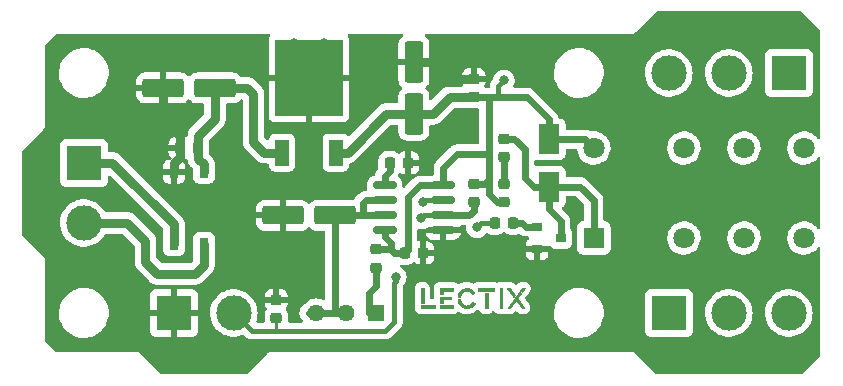
<source format=gtl>
G04 #@! TF.GenerationSoftware,KiCad,Pcbnew,6.0.9-8da3e8f707~116~ubuntu20.04.1*
G04 #@! TF.CreationDate,2023-03-26T17:56:32+00:00*
G04 #@! TF.ProjectId,LEC011001,4c454330-3131-4303-9031-2e6b69636164,rev?*
G04 #@! TF.SameCoordinates,Original*
G04 #@! TF.FileFunction,Copper,L1,Top*
G04 #@! TF.FilePolarity,Positive*
%FSLAX46Y46*%
G04 Gerber Fmt 4.6, Leading zero omitted, Abs format (unit mm)*
G04 Created by KiCad (PCBNEW 6.0.9-8da3e8f707~116~ubuntu20.04.1) date 2023-03-26 17:56:32*
%MOMM*%
%LPD*%
G01*
G04 APERTURE LIST*
G04 Aperture macros list*
%AMRoundRect*
0 Rectangle with rounded corners*
0 $1 Rounding radius*
0 $2 $3 $4 $5 $6 $7 $8 $9 X,Y pos of 4 corners*
0 Add a 4 corners polygon primitive as box body*
4,1,4,$2,$3,$4,$5,$6,$7,$8,$9,$2,$3,0*
0 Add four circle primitives for the rounded corners*
1,1,$1+$1,$2,$3*
1,1,$1+$1,$4,$5*
1,1,$1+$1,$6,$7*
1,1,$1+$1,$8,$9*
0 Add four rect primitives between the rounded corners*
20,1,$1+$1,$2,$3,$4,$5,0*
20,1,$1+$1,$4,$5,$6,$7,0*
20,1,$1+$1,$6,$7,$8,$9,0*
20,1,$1+$1,$8,$9,$2,$3,0*%
G04 Aperture macros list end*
G04 #@! TA.AperFunction,EtchedComponent*
%ADD10C,0.010000*%
G04 #@! TD*
G04 #@! TA.AperFunction,SMDPad,CuDef*
%ADD11RoundRect,0.249600X1.500400X0.550400X-1.500400X0.550400X-1.500400X-0.550400X1.500400X-0.550400X0*%
G04 #@! TD*
G04 #@! TA.AperFunction,SMDPad,CuDef*
%ADD12RoundRect,0.218750X0.218750X0.256250X-0.218750X0.256250X-0.218750X-0.256250X0.218750X-0.256250X0*%
G04 #@! TD*
G04 #@! TA.AperFunction,SMDPad,CuDef*
%ADD13RoundRect,0.218750X-0.218750X-0.256250X0.218750X-0.256250X0.218750X0.256250X-0.218750X0.256250X0*%
G04 #@! TD*
G04 #@! TA.AperFunction,SMDPad,CuDef*
%ADD14RoundRect,0.218750X0.256250X-0.218750X0.256250X0.218750X-0.256250X0.218750X-0.256250X-0.218750X0*%
G04 #@! TD*
G04 #@! TA.AperFunction,SMDPad,CuDef*
%ADD15RoundRect,0.249600X0.550400X-1.500400X0.550400X1.500400X-0.550400X1.500400X-0.550400X-1.500400X0*%
G04 #@! TD*
G04 #@! TA.AperFunction,SMDPad,CuDef*
%ADD16R,0.800000X1.000000*%
G04 #@! TD*
G04 #@! TA.AperFunction,SMDPad,CuDef*
%ADD17RoundRect,0.218750X-0.256250X0.218750X-0.256250X-0.218750X0.256250X-0.218750X0.256250X0.218750X0*%
G04 #@! TD*
G04 #@! TA.AperFunction,SMDPad,CuDef*
%ADD18R,1.800000X2.500000*%
G04 #@! TD*
G04 #@! TA.AperFunction,ComponentPad*
%ADD19R,3.000000X3.000000*%
G04 #@! TD*
G04 #@! TA.AperFunction,ComponentPad*
%ADD20C,3.000000*%
G04 #@! TD*
G04 #@! TA.AperFunction,ComponentPad*
%ADD21C,1.800000*%
G04 #@! TD*
G04 #@! TA.AperFunction,ComponentPad*
%ADD22R,1.800000X1.800000*%
G04 #@! TD*
G04 #@! TA.AperFunction,SMDPad,CuDef*
%ADD23R,0.900000X0.800000*%
G04 #@! TD*
G04 #@! TA.AperFunction,SMDPad,CuDef*
%ADD24R,1.200000X2.200000*%
G04 #@! TD*
G04 #@! TA.AperFunction,SMDPad,CuDef*
%ADD25R,5.800000X6.400000*%
G04 #@! TD*
G04 #@! TA.AperFunction,ComponentPad*
%ADD26R,1.440000X1.440000*%
G04 #@! TD*
G04 #@! TA.AperFunction,ComponentPad*
%ADD27C,1.440000*%
G04 #@! TD*
G04 #@! TA.AperFunction,SMDPad,CuDef*
%ADD28RoundRect,0.150000X0.825000X0.150000X-0.825000X0.150000X-0.825000X-0.150000X0.825000X-0.150000X0*%
G04 #@! TD*
G04 #@! TA.AperFunction,SMDPad,CuDef*
%ADD29RoundRect,0.225000X0.250000X-0.225000X0.250000X0.225000X-0.250000X0.225000X-0.250000X-0.225000X0*%
G04 #@! TD*
G04 #@! TA.AperFunction,ViaPad*
%ADD30C,0.800000*%
G04 #@! TD*
G04 #@! TA.AperFunction,Conductor*
%ADD31C,0.800000*%
G04 #@! TD*
G04 #@! TA.AperFunction,Conductor*
%ADD32C,0.600000*%
G04 #@! TD*
G04 #@! TA.AperFunction,Conductor*
%ADD33C,0.400000*%
G04 #@! TD*
G04 #@! TA.AperFunction,Conductor*
%ADD34C,0.250000*%
G04 #@! TD*
G04 APERTURE END LIST*
G04 #@! TO.C,LOGO1*
G36*
X115678402Y-52205255D02*
G01*
X115683120Y-52254642D01*
X115692714Y-52303391D01*
X115706988Y-52351126D01*
X115725743Y-52397472D01*
X115748784Y-52442055D01*
X115775913Y-52484500D01*
X115806933Y-52524432D01*
X115841648Y-52561476D01*
X115879860Y-52595258D01*
X115885940Y-52600066D01*
X115926038Y-52628193D01*
X115969345Y-52652754D01*
X116015214Y-52673491D01*
X116062999Y-52690147D01*
X116112054Y-52702466D01*
X116161733Y-52710191D01*
X116163061Y-52710331D01*
X116184417Y-52711812D01*
X116209012Y-52712277D01*
X116235170Y-52711784D01*
X116261216Y-52710393D01*
X116285475Y-52708161D01*
X116305040Y-52705369D01*
X116355420Y-52693968D01*
X116404171Y-52678011D01*
X116450973Y-52657722D01*
X116495506Y-52633326D01*
X116537447Y-52605050D01*
X116576477Y-52573119D01*
X116612275Y-52537757D01*
X116644521Y-52499189D01*
X116672893Y-52457642D01*
X116683459Y-52439570D01*
X116687764Y-52431866D01*
X116690977Y-52426162D01*
X116692419Y-52423660D01*
X116692428Y-52423648D01*
X116694718Y-52424589D01*
X116700966Y-52427586D01*
X116710622Y-52432356D01*
X116723134Y-52438617D01*
X116737950Y-52446087D01*
X116754518Y-52454484D01*
X116772288Y-52463526D01*
X116790709Y-52472930D01*
X116809227Y-52482414D01*
X116827292Y-52491697D01*
X116844353Y-52500496D01*
X116859857Y-52508530D01*
X116873254Y-52515515D01*
X116883992Y-52521170D01*
X116891519Y-52525212D01*
X116895284Y-52527360D01*
X116895579Y-52527574D01*
X116896342Y-52529476D01*
X116895650Y-52532864D01*
X116893236Y-52538246D01*
X116888829Y-52546130D01*
X116882161Y-52557022D01*
X116872963Y-52571432D01*
X116869532Y-52576730D01*
X116833745Y-52627247D01*
X116794233Y-52674456D01*
X116751253Y-52718181D01*
X116705061Y-52758245D01*
X116655915Y-52794473D01*
X116604071Y-52826690D01*
X116549786Y-52854719D01*
X116493317Y-52878386D01*
X116434922Y-52897513D01*
X116381386Y-52910608D01*
X116360451Y-52914715D01*
X116341307Y-52917937D01*
X116322786Y-52920387D01*
X116303721Y-52922177D01*
X116282944Y-52923419D01*
X116259286Y-52924226D01*
X116235190Y-52924665D01*
X116216965Y-52924860D01*
X116200071Y-52924960D01*
X116185281Y-52924966D01*
X116173367Y-52924880D01*
X116165103Y-52924704D01*
X116161530Y-52924485D01*
X116155642Y-52923741D01*
X116146310Y-52922630D01*
X116135138Y-52921341D01*
X116129780Y-52920735D01*
X116074003Y-52912047D01*
X116018007Y-52898574D01*
X115962401Y-52880545D01*
X115907794Y-52858188D01*
X115854797Y-52831731D01*
X115804019Y-52801401D01*
X115795770Y-52795955D01*
X115765798Y-52775098D01*
X115739044Y-52754653D01*
X115713942Y-52733317D01*
X115688927Y-52709790D01*
X115673718Y-52694501D01*
X115631520Y-52647656D01*
X115593616Y-52598179D01*
X115560086Y-52546236D01*
X115531014Y-52491994D01*
X115506482Y-52435618D01*
X115486574Y-52377274D01*
X115471371Y-52317129D01*
X115463187Y-52271477D01*
X115461980Y-52262261D01*
X115460577Y-52249810D01*
X115459087Y-52235307D01*
X115457618Y-52219937D01*
X115456281Y-52204885D01*
X115455185Y-52191334D01*
X115454438Y-52180470D01*
X115454150Y-52173505D01*
X115456602Y-52173107D01*
X115463621Y-52172738D01*
X115474692Y-52172405D01*
X115489304Y-52172119D01*
X115506941Y-52171886D01*
X115527091Y-52171717D01*
X115549241Y-52171620D01*
X115565519Y-52171600D01*
X115676899Y-52171600D01*
X115678402Y-52205255D01*
G37*
D10*
X115678402Y-52205255D02*
X115683120Y-52254642D01*
X115692714Y-52303391D01*
X115706988Y-52351126D01*
X115725743Y-52397472D01*
X115748784Y-52442055D01*
X115775913Y-52484500D01*
X115806933Y-52524432D01*
X115841648Y-52561476D01*
X115879860Y-52595258D01*
X115885940Y-52600066D01*
X115926038Y-52628193D01*
X115969345Y-52652754D01*
X116015214Y-52673491D01*
X116062999Y-52690147D01*
X116112054Y-52702466D01*
X116161733Y-52710191D01*
X116163061Y-52710331D01*
X116184417Y-52711812D01*
X116209012Y-52712277D01*
X116235170Y-52711784D01*
X116261216Y-52710393D01*
X116285475Y-52708161D01*
X116305040Y-52705369D01*
X116355420Y-52693968D01*
X116404171Y-52678011D01*
X116450973Y-52657722D01*
X116495506Y-52633326D01*
X116537447Y-52605050D01*
X116576477Y-52573119D01*
X116612275Y-52537757D01*
X116644521Y-52499189D01*
X116672893Y-52457642D01*
X116683459Y-52439570D01*
X116687764Y-52431866D01*
X116690977Y-52426162D01*
X116692419Y-52423660D01*
X116692428Y-52423648D01*
X116694718Y-52424589D01*
X116700966Y-52427586D01*
X116710622Y-52432356D01*
X116723134Y-52438617D01*
X116737950Y-52446087D01*
X116754518Y-52454484D01*
X116772288Y-52463526D01*
X116790709Y-52472930D01*
X116809227Y-52482414D01*
X116827292Y-52491697D01*
X116844353Y-52500496D01*
X116859857Y-52508530D01*
X116873254Y-52515515D01*
X116883992Y-52521170D01*
X116891519Y-52525212D01*
X116895284Y-52527360D01*
X116895579Y-52527574D01*
X116896342Y-52529476D01*
X116895650Y-52532864D01*
X116893236Y-52538246D01*
X116888829Y-52546130D01*
X116882161Y-52557022D01*
X116872963Y-52571432D01*
X116869532Y-52576730D01*
X116833745Y-52627247D01*
X116794233Y-52674456D01*
X116751253Y-52718181D01*
X116705061Y-52758245D01*
X116655915Y-52794473D01*
X116604071Y-52826690D01*
X116549786Y-52854719D01*
X116493317Y-52878386D01*
X116434922Y-52897513D01*
X116381386Y-52910608D01*
X116360451Y-52914715D01*
X116341307Y-52917937D01*
X116322786Y-52920387D01*
X116303721Y-52922177D01*
X116282944Y-52923419D01*
X116259286Y-52924226D01*
X116235190Y-52924665D01*
X116216965Y-52924860D01*
X116200071Y-52924960D01*
X116185281Y-52924966D01*
X116173367Y-52924880D01*
X116165103Y-52924704D01*
X116161530Y-52924485D01*
X116155642Y-52923741D01*
X116146310Y-52922630D01*
X116135138Y-52921341D01*
X116129780Y-52920735D01*
X116074003Y-52912047D01*
X116018007Y-52898574D01*
X115962401Y-52880545D01*
X115907794Y-52858188D01*
X115854797Y-52831731D01*
X115804019Y-52801401D01*
X115795770Y-52795955D01*
X115765798Y-52775098D01*
X115739044Y-52754653D01*
X115713942Y-52733317D01*
X115688927Y-52709790D01*
X115673718Y-52694501D01*
X115631520Y-52647656D01*
X115593616Y-52598179D01*
X115560086Y-52546236D01*
X115531014Y-52491994D01*
X115506482Y-52435618D01*
X115486574Y-52377274D01*
X115471371Y-52317129D01*
X115463187Y-52271477D01*
X115461980Y-52262261D01*
X115460577Y-52249810D01*
X115459087Y-52235307D01*
X115457618Y-52219937D01*
X115456281Y-52204885D01*
X115455185Y-52191334D01*
X115454438Y-52180470D01*
X115454150Y-52173505D01*
X115456602Y-52173107D01*
X115463621Y-52172738D01*
X115474692Y-52172405D01*
X115489304Y-52172119D01*
X115506941Y-52171886D01*
X115527091Y-52171717D01*
X115549241Y-52171620D01*
X115565519Y-52171600D01*
X115676899Y-52171600D01*
X115678402Y-52205255D01*
G36*
X120996304Y-51250092D02*
G01*
X121014850Y-51250188D01*
X121128296Y-51250850D01*
X120822148Y-51669183D01*
X120792064Y-51710298D01*
X120762787Y-51750325D01*
X120734458Y-51789069D01*
X120707217Y-51826338D01*
X120681206Y-51861940D01*
X120656566Y-51895680D01*
X120633436Y-51927366D01*
X120611957Y-51956806D01*
X120592271Y-51983806D01*
X120574518Y-52008172D01*
X120558839Y-52029713D01*
X120545374Y-52048236D01*
X120534265Y-52063546D01*
X120525651Y-52075452D01*
X120519674Y-52083760D01*
X120516474Y-52088277D01*
X120515946Y-52089087D01*
X120517407Y-52091269D01*
X120521707Y-52097370D01*
X120528703Y-52107192D01*
X120538256Y-52120541D01*
X120550224Y-52137220D01*
X120564465Y-52157032D01*
X120580838Y-52179783D01*
X120599202Y-52205275D01*
X120619416Y-52233314D01*
X120641337Y-52263701D01*
X120664825Y-52296243D01*
X120689739Y-52330742D01*
X120715938Y-52367003D01*
X120743279Y-52404829D01*
X120771622Y-52444025D01*
X120800825Y-52484395D01*
X120812671Y-52500766D01*
X120842190Y-52541564D01*
X120870913Y-52581274D01*
X120898699Y-52619701D01*
X120925405Y-52656647D01*
X120950889Y-52691916D01*
X120975010Y-52725310D01*
X120997626Y-52756635D01*
X121018595Y-52785692D01*
X121037775Y-52812285D01*
X121055025Y-52836218D01*
X121070202Y-52857293D01*
X121083164Y-52875315D01*
X121093770Y-52890086D01*
X121101878Y-52901411D01*
X121107346Y-52909091D01*
X121110033Y-52912932D01*
X121110296Y-52913347D01*
X121108016Y-52913981D01*
X121100822Y-52914522D01*
X121088878Y-52914969D01*
X121072349Y-52915317D01*
X121051400Y-52915563D01*
X121026196Y-52915703D01*
X120997266Y-52915734D01*
X120883390Y-52915649D01*
X120642090Y-52581780D01*
X120615526Y-52545037D01*
X120589765Y-52509426D01*
X120564965Y-52475163D01*
X120541283Y-52442466D01*
X120518876Y-52411550D01*
X120497902Y-52382632D01*
X120478517Y-52355929D01*
X120460880Y-52331658D01*
X120445147Y-52310034D01*
X120431475Y-52291274D01*
X120420023Y-52275596D01*
X120410948Y-52263215D01*
X120404406Y-52254347D01*
X120400556Y-52249211D01*
X120399520Y-52247933D01*
X120397906Y-52249950D01*
X120393455Y-52255854D01*
X120386324Y-52265427D01*
X120376674Y-52278455D01*
X120364661Y-52294722D01*
X120350447Y-52314010D01*
X120334188Y-52336106D01*
X120316044Y-52360791D01*
X120296173Y-52387851D01*
X120274734Y-52417070D01*
X120251887Y-52448231D01*
X120227789Y-52481119D01*
X120202600Y-52515518D01*
X120176477Y-52551211D01*
X120155680Y-52579644D01*
X120128925Y-52616214D01*
X120102965Y-52651667D01*
X120077961Y-52685786D01*
X120054072Y-52718355D01*
X120031458Y-52749156D01*
X120010279Y-52777973D01*
X119990693Y-52804589D01*
X119972863Y-52828787D01*
X119956946Y-52850350D01*
X119943102Y-52869061D01*
X119931493Y-52884704D01*
X119922276Y-52897061D01*
X119915613Y-52905916D01*
X119911662Y-52911051D01*
X119910570Y-52912335D01*
X119907574Y-52912529D01*
X119900025Y-52912680D01*
X119888450Y-52912789D01*
X119873375Y-52912853D01*
X119855327Y-52912870D01*
X119834833Y-52912839D01*
X119812419Y-52912759D01*
X119795648Y-52912672D01*
X119683267Y-52912010D01*
X120289225Y-52083970D01*
X120331717Y-52025907D01*
X120373457Y-51968878D01*
X120414343Y-51913019D01*
X120454276Y-51858469D01*
X120493154Y-51805363D01*
X120530878Y-51753839D01*
X120567347Y-51704036D01*
X120602459Y-51656089D01*
X120636115Y-51610136D01*
X120668214Y-51566314D01*
X120698655Y-51524761D01*
X120727338Y-51485614D01*
X120754162Y-51449011D01*
X120779027Y-51415087D01*
X120801832Y-51383981D01*
X120822477Y-51355831D01*
X120840860Y-51330772D01*
X120856882Y-51308943D01*
X120870441Y-51290481D01*
X120881437Y-51275522D01*
X120889771Y-51264205D01*
X120895340Y-51256667D01*
X120898045Y-51253044D01*
X120898294Y-51252728D01*
X120900129Y-51251936D01*
X120904193Y-51251292D01*
X120910860Y-51250789D01*
X120920504Y-51250418D01*
X120933497Y-51250171D01*
X120950212Y-51250039D01*
X120971024Y-51250016D01*
X120996304Y-51250092D01*
G37*
X120996304Y-51250092D02*
X121014850Y-51250188D01*
X121128296Y-51250850D01*
X120822148Y-51669183D01*
X120792064Y-51710298D01*
X120762787Y-51750325D01*
X120734458Y-51789069D01*
X120707217Y-51826338D01*
X120681206Y-51861940D01*
X120656566Y-51895680D01*
X120633436Y-51927366D01*
X120611957Y-51956806D01*
X120592271Y-51983806D01*
X120574518Y-52008172D01*
X120558839Y-52029713D01*
X120545374Y-52048236D01*
X120534265Y-52063546D01*
X120525651Y-52075452D01*
X120519674Y-52083760D01*
X120516474Y-52088277D01*
X120515946Y-52089087D01*
X120517407Y-52091269D01*
X120521707Y-52097370D01*
X120528703Y-52107192D01*
X120538256Y-52120541D01*
X120550224Y-52137220D01*
X120564465Y-52157032D01*
X120580838Y-52179783D01*
X120599202Y-52205275D01*
X120619416Y-52233314D01*
X120641337Y-52263701D01*
X120664825Y-52296243D01*
X120689739Y-52330742D01*
X120715938Y-52367003D01*
X120743279Y-52404829D01*
X120771622Y-52444025D01*
X120800825Y-52484395D01*
X120812671Y-52500766D01*
X120842190Y-52541564D01*
X120870913Y-52581274D01*
X120898699Y-52619701D01*
X120925405Y-52656647D01*
X120950889Y-52691916D01*
X120975010Y-52725310D01*
X120997626Y-52756635D01*
X121018595Y-52785692D01*
X121037775Y-52812285D01*
X121055025Y-52836218D01*
X121070202Y-52857293D01*
X121083164Y-52875315D01*
X121093770Y-52890086D01*
X121101878Y-52901411D01*
X121107346Y-52909091D01*
X121110033Y-52912932D01*
X121110296Y-52913347D01*
X121108016Y-52913981D01*
X121100822Y-52914522D01*
X121088878Y-52914969D01*
X121072349Y-52915317D01*
X121051400Y-52915563D01*
X121026196Y-52915703D01*
X120997266Y-52915734D01*
X120883390Y-52915649D01*
X120642090Y-52581780D01*
X120615526Y-52545037D01*
X120589765Y-52509426D01*
X120564965Y-52475163D01*
X120541283Y-52442466D01*
X120518876Y-52411550D01*
X120497902Y-52382632D01*
X120478517Y-52355929D01*
X120460880Y-52331658D01*
X120445147Y-52310034D01*
X120431475Y-52291274D01*
X120420023Y-52275596D01*
X120410948Y-52263215D01*
X120404406Y-52254347D01*
X120400556Y-52249211D01*
X120399520Y-52247933D01*
X120397906Y-52249950D01*
X120393455Y-52255854D01*
X120386324Y-52265427D01*
X120376674Y-52278455D01*
X120364661Y-52294722D01*
X120350447Y-52314010D01*
X120334188Y-52336106D01*
X120316044Y-52360791D01*
X120296173Y-52387851D01*
X120274734Y-52417070D01*
X120251887Y-52448231D01*
X120227789Y-52481119D01*
X120202600Y-52515518D01*
X120176477Y-52551211D01*
X120155680Y-52579644D01*
X120128925Y-52616214D01*
X120102965Y-52651667D01*
X120077961Y-52685786D01*
X120054072Y-52718355D01*
X120031458Y-52749156D01*
X120010279Y-52777973D01*
X119990693Y-52804589D01*
X119972863Y-52828787D01*
X119956946Y-52850350D01*
X119943102Y-52869061D01*
X119931493Y-52884704D01*
X119922276Y-52897061D01*
X119915613Y-52905916D01*
X119911662Y-52911051D01*
X119910570Y-52912335D01*
X119907574Y-52912529D01*
X119900025Y-52912680D01*
X119888450Y-52912789D01*
X119873375Y-52912853D01*
X119855327Y-52912870D01*
X119834833Y-52912839D01*
X119812419Y-52912759D01*
X119795648Y-52912672D01*
X119683267Y-52912010D01*
X120289225Y-52083970D01*
X120331717Y-52025907D01*
X120373457Y-51968878D01*
X120414343Y-51913019D01*
X120454276Y-51858469D01*
X120493154Y-51805363D01*
X120530878Y-51753839D01*
X120567347Y-51704036D01*
X120602459Y-51656089D01*
X120636115Y-51610136D01*
X120668214Y-51566314D01*
X120698655Y-51524761D01*
X120727338Y-51485614D01*
X120754162Y-51449011D01*
X120779027Y-51415087D01*
X120801832Y-51383981D01*
X120822477Y-51355831D01*
X120840860Y-51330772D01*
X120856882Y-51308943D01*
X120870441Y-51290481D01*
X120881437Y-51275522D01*
X120889771Y-51264205D01*
X120895340Y-51256667D01*
X120898045Y-51253044D01*
X120898294Y-51252728D01*
X120900129Y-51251936D01*
X120904193Y-51251292D01*
X120910860Y-51250789D01*
X120920504Y-51250418D01*
X120933497Y-51250171D01*
X120950212Y-51250039D01*
X120971024Y-51250016D01*
X120996304Y-51250092D01*
G36*
X114938520Y-52179220D02*
G01*
X114179060Y-52179220D01*
X114179060Y-52522120D01*
X113958080Y-52522120D01*
X113958080Y-51955700D01*
X114938520Y-51955700D01*
X114938520Y-52179220D01*
G37*
X114938520Y-52179220D02*
X114179060Y-52179220D01*
X114179060Y-52522120D01*
X113958080Y-52522120D01*
X113958080Y-51955700D01*
X114938520Y-51955700D01*
X114938520Y-52179220D01*
G36*
X116246209Y-51241115D02*
G01*
X116267949Y-51241898D01*
X116286476Y-51243135D01*
X116294880Y-51244013D01*
X116356536Y-51254111D01*
X116416482Y-51268858D01*
X116474502Y-51288120D01*
X116530380Y-51311760D01*
X116583901Y-51339642D01*
X116634850Y-51371632D01*
X116683012Y-51407592D01*
X116728171Y-51447388D01*
X116770111Y-51490884D01*
X116808617Y-51537944D01*
X116843475Y-51588433D01*
X116844753Y-51590462D01*
X116850950Y-51600604D01*
X116855873Y-51609176D01*
X116859032Y-51615284D01*
X116859933Y-51618034D01*
X116859927Y-51618046D01*
X116857616Y-51619794D01*
X116851584Y-51623936D01*
X116842376Y-51630116D01*
X116830541Y-51637976D01*
X116816627Y-51647159D01*
X116801181Y-51657308D01*
X116784750Y-51668066D01*
X116767883Y-51679075D01*
X116751127Y-51689979D01*
X116735029Y-51700419D01*
X116720138Y-51710039D01*
X116707000Y-51718482D01*
X116696165Y-51725390D01*
X116688178Y-51730407D01*
X116683588Y-51733174D01*
X116682794Y-51733584D01*
X116679968Y-51732718D01*
X116675905Y-51728095D01*
X116670305Y-51719339D01*
X116667184Y-51713914D01*
X116650089Y-51686428D01*
X116629427Y-51658002D01*
X116606229Y-51629852D01*
X116581528Y-51603197D01*
X116556356Y-51579254D01*
X116544480Y-51569140D01*
X116503846Y-51539172D01*
X116460247Y-51513127D01*
X116414196Y-51491226D01*
X116366208Y-51473690D01*
X116316797Y-51460740D01*
X116276452Y-51453813D01*
X116254946Y-51451768D01*
X116230221Y-51450722D01*
X116203760Y-51450637D01*
X116177045Y-51451480D01*
X116151557Y-51453214D01*
X116128779Y-51455804D01*
X116117826Y-51457603D01*
X116067286Y-51469608D01*
X116018775Y-51486099D01*
X115972534Y-51506857D01*
X115928804Y-51531666D01*
X115887826Y-51560308D01*
X115849841Y-51592566D01*
X115815090Y-51628223D01*
X115783814Y-51667062D01*
X115756252Y-51708864D01*
X115732648Y-51753413D01*
X115713240Y-51800492D01*
X115703199Y-51831621D01*
X115692556Y-51876052D01*
X115685928Y-51922105D01*
X115683432Y-51960145D01*
X115682028Y-52001420D01*
X115461031Y-52001420D01*
X115462507Y-51956335D01*
X115466951Y-51896765D01*
X115476239Y-51838219D01*
X115490196Y-51780945D01*
X115508643Y-51725192D01*
X115531405Y-51671206D01*
X115558306Y-51619239D01*
X115589168Y-51569537D01*
X115623816Y-51522349D01*
X115662073Y-51477923D01*
X115703762Y-51436510D01*
X115748708Y-51398355D01*
X115796733Y-51363709D01*
X115847661Y-51332820D01*
X115901316Y-51305936D01*
X115934200Y-51292046D01*
X115987077Y-51273465D01*
X116041789Y-51258763D01*
X116099205Y-51247716D01*
X116114540Y-51245434D01*
X116130719Y-51243688D01*
X116150782Y-51242339D01*
X116173544Y-51241399D01*
X116197825Y-51240875D01*
X116222441Y-51240777D01*
X116246209Y-51241115D01*
G37*
X116246209Y-51241115D02*
X116267949Y-51241898D01*
X116286476Y-51243135D01*
X116294880Y-51244013D01*
X116356536Y-51254111D01*
X116416482Y-51268858D01*
X116474502Y-51288120D01*
X116530380Y-51311760D01*
X116583901Y-51339642D01*
X116634850Y-51371632D01*
X116683012Y-51407592D01*
X116728171Y-51447388D01*
X116770111Y-51490884D01*
X116808617Y-51537944D01*
X116843475Y-51588433D01*
X116844753Y-51590462D01*
X116850950Y-51600604D01*
X116855873Y-51609176D01*
X116859032Y-51615284D01*
X116859933Y-51618034D01*
X116859927Y-51618046D01*
X116857616Y-51619794D01*
X116851584Y-51623936D01*
X116842376Y-51630116D01*
X116830541Y-51637976D01*
X116816627Y-51647159D01*
X116801181Y-51657308D01*
X116784750Y-51668066D01*
X116767883Y-51679075D01*
X116751127Y-51689979D01*
X116735029Y-51700419D01*
X116720138Y-51710039D01*
X116707000Y-51718482D01*
X116696165Y-51725390D01*
X116688178Y-51730407D01*
X116683588Y-51733174D01*
X116682794Y-51733584D01*
X116679968Y-51732718D01*
X116675905Y-51728095D01*
X116670305Y-51719339D01*
X116667184Y-51713914D01*
X116650089Y-51686428D01*
X116629427Y-51658002D01*
X116606229Y-51629852D01*
X116581528Y-51603197D01*
X116556356Y-51579254D01*
X116544480Y-51569140D01*
X116503846Y-51539172D01*
X116460247Y-51513127D01*
X116414196Y-51491226D01*
X116366208Y-51473690D01*
X116316797Y-51460740D01*
X116276452Y-51453813D01*
X116254946Y-51451768D01*
X116230221Y-51450722D01*
X116203760Y-51450637D01*
X116177045Y-51451480D01*
X116151557Y-51453214D01*
X116128779Y-51455804D01*
X116117826Y-51457603D01*
X116067286Y-51469608D01*
X116018775Y-51486099D01*
X115972534Y-51506857D01*
X115928804Y-51531666D01*
X115887826Y-51560308D01*
X115849841Y-51592566D01*
X115815090Y-51628223D01*
X115783814Y-51667062D01*
X115756252Y-51708864D01*
X115732648Y-51753413D01*
X115713240Y-51800492D01*
X115703199Y-51831621D01*
X115692556Y-51876052D01*
X115685928Y-51922105D01*
X115683432Y-51960145D01*
X115682028Y-52001420D01*
X115461031Y-52001420D01*
X115462507Y-51956335D01*
X115466951Y-51896765D01*
X115476239Y-51838219D01*
X115490196Y-51780945D01*
X115508643Y-51725192D01*
X115531405Y-51671206D01*
X115558306Y-51619239D01*
X115589168Y-51569537D01*
X115623816Y-51522349D01*
X115662073Y-51477923D01*
X115703762Y-51436510D01*
X115748708Y-51398355D01*
X115796733Y-51363709D01*
X115847661Y-51332820D01*
X115901316Y-51305936D01*
X115934200Y-51292046D01*
X115987077Y-51273465D01*
X116041789Y-51258763D01*
X116099205Y-51247716D01*
X116114540Y-51245434D01*
X116130719Y-51243688D01*
X116150782Y-51242339D01*
X116173544Y-51241399D01*
X116197825Y-51240875D01*
X116222441Y-51240777D01*
X116246209Y-51241115D01*
G36*
X113508500Y-52923440D02*
G01*
X112360420Y-52923440D01*
X112360420Y-52699920D01*
X113508500Y-52699920D01*
X113508500Y-52923440D01*
G37*
X113508500Y-52923440D02*
X112360420Y-52923440D01*
X112360420Y-52699920D01*
X113508500Y-52699920D01*
X113508500Y-52923440D01*
G36*
X115052820Y-52923440D02*
G01*
X113960620Y-52923440D01*
X113960620Y-52699920D01*
X115052820Y-52699920D01*
X115052820Y-52923440D01*
G37*
X115052820Y-52923440D02*
X113960620Y-52923440D01*
X113960620Y-52699920D01*
X115052820Y-52699920D01*
X115052820Y-52923440D01*
G36*
X117991600Y-52915820D02*
G01*
X117770620Y-52915820D01*
X117770620Y-51633120D01*
X117991600Y-51633120D01*
X117991600Y-52915820D01*
G37*
X117991600Y-52915820D02*
X117770620Y-52915820D01*
X117770620Y-51633120D01*
X117991600Y-51633120D01*
X117991600Y-52915820D01*
G36*
X115052820Y-51457860D02*
G01*
X114179060Y-51457860D01*
X114179060Y-51770280D01*
X113955540Y-51770280D01*
X113955540Y-51236880D01*
X115052820Y-51236880D01*
X115052820Y-51457860D01*
G37*
X115052820Y-51457860D02*
X114179060Y-51457860D01*
X114179060Y-51770280D01*
X113955540Y-51770280D01*
X113955540Y-51236880D01*
X115052820Y-51236880D01*
X115052820Y-51457860D01*
G36*
X112581400Y-52522120D02*
G01*
X112360420Y-52522120D01*
X112360420Y-51247040D01*
X112581400Y-51247040D01*
X112581400Y-52522120D01*
G37*
X112581400Y-52522120D02*
X112360420Y-52522120D01*
X112360420Y-51247040D01*
X112581400Y-51247040D01*
X112581400Y-52522120D01*
G36*
X118570720Y-51465480D02*
G01*
X117201660Y-51465480D01*
X117201660Y-51244500D01*
X118570720Y-51244500D01*
X118570720Y-51465480D01*
G37*
X118570720Y-51465480D02*
X117201660Y-51465480D01*
X117201660Y-51244500D01*
X118570720Y-51244500D01*
X118570720Y-51465480D01*
G36*
X119238740Y-52915820D02*
G01*
X119017760Y-52915820D01*
X119017760Y-51244500D01*
X119238740Y-51244500D01*
X119238740Y-52915820D01*
G37*
X119238740Y-52915820D02*
X119017760Y-52915820D01*
X119017760Y-51244500D01*
X119238740Y-51244500D01*
X119238740Y-52915820D01*
G36*
X119880968Y-51244500D02*
G01*
X120086269Y-51527044D01*
X120110799Y-51560835D01*
X120134493Y-51593537D01*
X120157180Y-51624909D01*
X120178689Y-51654714D01*
X120198848Y-51682711D01*
X120217487Y-51708663D01*
X120234435Y-51732329D01*
X120249520Y-51753470D01*
X120262571Y-51771848D01*
X120273418Y-51787223D01*
X120281889Y-51799356D01*
X120287814Y-51808009D01*
X120291021Y-51812942D01*
X120291570Y-51814021D01*
X120290129Y-51817001D01*
X120286077Y-51823439D01*
X120279817Y-51832779D01*
X120271755Y-51844461D01*
X120262293Y-51857928D01*
X120251838Y-51872622D01*
X120240793Y-51887984D01*
X120229562Y-51903457D01*
X120218551Y-51918483D01*
X120208162Y-51932504D01*
X120198801Y-51944962D01*
X120190872Y-51955298D01*
X120184779Y-51962955D01*
X120180927Y-51967375D01*
X120179810Y-51968247D01*
X120178071Y-51966223D01*
X120173504Y-51960295D01*
X120166264Y-51950671D01*
X120156502Y-51937561D01*
X120144373Y-51921174D01*
X120130029Y-51901719D01*
X120113625Y-51879405D01*
X120095313Y-51854442D01*
X120075247Y-51827037D01*
X120053579Y-51797402D01*
X120030465Y-51765743D01*
X120006056Y-51732272D01*
X119980506Y-51697196D01*
X119953968Y-51660724D01*
X119926596Y-51623067D01*
X119918190Y-51611493D01*
X119890558Y-51573445D01*
X119863707Y-51536468D01*
X119837789Y-51500772D01*
X119812960Y-51466572D01*
X119789374Y-51434081D01*
X119767186Y-51403511D01*
X119746549Y-51375075D01*
X119727618Y-51348985D01*
X119710548Y-51325456D01*
X119695493Y-51304699D01*
X119682608Y-51286927D01*
X119672047Y-51272354D01*
X119663964Y-51261192D01*
X119658514Y-51253654D01*
X119655851Y-51249952D01*
X119655625Y-51249630D01*
X119654877Y-51248417D01*
X119654715Y-51247412D01*
X119655563Y-51246595D01*
X119657844Y-51245947D01*
X119661981Y-51245449D01*
X119668399Y-51245081D01*
X119677522Y-51244823D01*
X119689772Y-51244655D01*
X119705573Y-51244559D01*
X119725349Y-51244514D01*
X119749525Y-51244500D01*
X119766554Y-51244499D01*
X119880968Y-51244500D01*
G37*
X119880968Y-51244500D02*
X120086269Y-51527044D01*
X120110799Y-51560835D01*
X120134493Y-51593537D01*
X120157180Y-51624909D01*
X120178689Y-51654714D01*
X120198848Y-51682711D01*
X120217487Y-51708663D01*
X120234435Y-51732329D01*
X120249520Y-51753470D01*
X120262571Y-51771848D01*
X120273418Y-51787223D01*
X120281889Y-51799356D01*
X120287814Y-51808009D01*
X120291021Y-51812942D01*
X120291570Y-51814021D01*
X120290129Y-51817001D01*
X120286077Y-51823439D01*
X120279817Y-51832779D01*
X120271755Y-51844461D01*
X120262293Y-51857928D01*
X120251838Y-51872622D01*
X120240793Y-51887984D01*
X120229562Y-51903457D01*
X120218551Y-51918483D01*
X120208162Y-51932504D01*
X120198801Y-51944962D01*
X120190872Y-51955298D01*
X120184779Y-51962955D01*
X120180927Y-51967375D01*
X120179810Y-51968247D01*
X120178071Y-51966223D01*
X120173504Y-51960295D01*
X120166264Y-51950671D01*
X120156502Y-51937561D01*
X120144373Y-51921174D01*
X120130029Y-51901719D01*
X120113625Y-51879405D01*
X120095313Y-51854442D01*
X120075247Y-51827037D01*
X120053579Y-51797402D01*
X120030465Y-51765743D01*
X120006056Y-51732272D01*
X119980506Y-51697196D01*
X119953968Y-51660724D01*
X119926596Y-51623067D01*
X119918190Y-51611493D01*
X119890558Y-51573445D01*
X119863707Y-51536468D01*
X119837789Y-51500772D01*
X119812960Y-51466572D01*
X119789374Y-51434081D01*
X119767186Y-51403511D01*
X119746549Y-51375075D01*
X119727618Y-51348985D01*
X119710548Y-51325456D01*
X119695493Y-51304699D01*
X119682608Y-51286927D01*
X119672047Y-51272354D01*
X119663964Y-51261192D01*
X119658514Y-51253654D01*
X119655851Y-51249952D01*
X119655625Y-51249630D01*
X119654877Y-51248417D01*
X119654715Y-51247412D01*
X119655563Y-51246595D01*
X119657844Y-51245947D01*
X119661981Y-51245449D01*
X119668399Y-51245081D01*
X119677522Y-51244823D01*
X119689772Y-51244655D01*
X119705573Y-51244559D01*
X119725349Y-51244514D01*
X119749525Y-51244500D01*
X119766554Y-51244499D01*
X119880968Y-51244500D01*
G04 #@! TD*
D11*
G04 #@! TO.P,C1,1*
G04 #@! TO.N,Net-(C1-Pad1)*
X94910000Y-34290000D03*
G04 #@! TO.P,C1,2*
G04 #@! TO.N,GND*
X90510000Y-34290000D03*
G04 #@! TD*
D12*
G04 #@! TO.P,C2,1*
G04 #@! TO.N,Net-(C1-Pad1)*
X93497500Y-39370000D03*
G04 #@! TO.P,C2,2*
G04 #@! TO.N,GND*
X91922500Y-39370000D03*
G04 #@! TD*
D13*
G04 #@! TO.P,C4,1*
G04 #@! TO.N,Net-(C4-Pad1)*
X109702500Y-40640000D03*
G04 #@! TO.P,C4,2*
G04 #@! TO.N,GND*
X111277500Y-40640000D03*
G04 #@! TD*
D14*
G04 #@! TO.P,C5,1*
G04 #@! TO.N,+5V*
X116840000Y-35077500D03*
G04 #@! TO.P,C5,2*
G04 #@! TO.N,GND*
X116840000Y-33502500D03*
G04 #@! TD*
D15*
G04 #@! TO.P,C7,1*
G04 #@! TO.N,+5V*
X111760000Y-36490000D03*
G04 #@! TO.P,C7,2*
G04 #@! TO.N,GND*
X111760000Y-32090000D03*
G04 #@! TD*
D16*
G04 #@! TO.P,D1,1,+*
G04 #@! TO.N,Net-(C1-Pad1)*
X93980000Y-41375000D03*
G04 #@! TO.P,D1,2,-*
G04 #@! TO.N,GND*
X91440000Y-41375000D03*
G04 #@! TO.P,D1,3*
G04 #@! TO.N,Net-(D1-Pad3)*
X91440000Y-47525000D03*
G04 #@! TO.P,D1,4*
G04 #@! TO.N,Net-(D1-Pad4)*
X93980000Y-47525000D03*
G04 #@! TD*
D17*
G04 #@! TO.P,D2,1,K*
G04 #@! TO.N,Net-(D2-Pad1)*
X119380000Y-42392500D03*
G04 #@! TO.P,D2,2,A*
G04 #@! TO.N,+5V*
X119380000Y-43967500D03*
G04 #@! TD*
D18*
G04 #@! TO.P,D3,1,K*
G04 #@! TO.N,+5V*
X123190000Y-38640000D03*
G04 #@! TO.P,D3,2,A*
G04 #@! TO.N,Net-(D3-Pad2)*
X123190000Y-42640000D03*
G04 #@! TD*
D19*
G04 #@! TO.P,J1,1,Pin_1*
G04 #@! TO.N,GND*
X91440000Y-53340000D03*
D20*
G04 #@! TO.P,J1,2,Pin_2*
G04 #@! TO.N,Net-(J1-Pad2)*
X96520000Y-53340000D03*
G04 #@! TD*
D19*
G04 #@! TO.P,J2,1,Pin_1*
G04 #@! TO.N,Net-(D1-Pad3)*
X83820000Y-40640000D03*
D20*
G04 #@! TO.P,J2,2,Pin_2*
G04 #@! TO.N,Net-(D1-Pad4)*
X83820000Y-45720000D03*
G04 #@! TD*
D19*
G04 #@! TO.P,J3,1,Pin_1*
G04 #@! TO.N,/T1*
X143510000Y-33020000D03*
D20*
G04 #@! TO.P,J3,2,Pin_2*
G04 #@! TO.N,/R1*
X138430000Y-33020000D03*
G04 #@! TO.P,J3,3,Pin_3*
G04 #@! TO.N,/C1*
X133350000Y-33020000D03*
G04 #@! TD*
D19*
G04 #@! TO.P,J4,1,Pin_1*
G04 #@! TO.N,/C2*
X133350000Y-53340000D03*
D20*
G04 #@! TO.P,J4,2,Pin_2*
G04 #@! TO.N,/R2*
X138430000Y-53340000D03*
G04 #@! TO.P,J4,3,Pin_3*
G04 #@! TO.N,/T2*
X143510000Y-53340000D03*
G04 #@! TD*
D21*
G04 #@! TO.P,K1,1*
G04 #@! TO.N,+5V*
X127000000Y-39370000D03*
G04 #@! TO.P,K1,4*
G04 #@! TO.N,/C1*
X134620000Y-39370000D03*
G04 #@! TO.P,K1,6*
G04 #@! TO.N,/R1*
X139700000Y-39370000D03*
G04 #@! TO.P,K1,8*
G04 #@! TO.N,/T1*
X144780000Y-39370000D03*
G04 #@! TO.P,K1,9*
G04 #@! TO.N,/T2*
X144780000Y-46990000D03*
G04 #@! TO.P,K1,11*
G04 #@! TO.N,/R2*
X139700000Y-46990000D03*
G04 #@! TO.P,K1,13*
G04 #@! TO.N,/C2*
X134620000Y-46990000D03*
D22*
G04 #@! TO.P,K1,16*
G04 #@! TO.N,Net-(D3-Pad2)*
X127000000Y-46990000D03*
G04 #@! TD*
D23*
G04 #@! TO.P,Q1,1,B*
G04 #@! TO.N,Net-(Q1-Pad1)*
X122190000Y-46040000D03*
G04 #@! TO.P,Q1,2,E*
G04 #@! TO.N,GND*
X122190000Y-47940000D03*
G04 #@! TO.P,Q1,3,C*
G04 #@! TO.N,Net-(D3-Pad2)*
X124190000Y-46990000D03*
G04 #@! TD*
D12*
G04 #@! TO.P,R3,1*
G04 #@! TO.N,Net-(Q1-Pad1)*
X120167500Y-45720000D03*
G04 #@! TO.P,R3,2*
G04 #@! TO.N,Net-(R3-Pad2)*
X118592500Y-45720000D03*
G04 #@! TD*
D17*
G04 #@! TO.P,R4,1*
G04 #@! TO.N,Net-(D3-Pad2)*
X119380000Y-38582500D03*
G04 #@! TO.P,R4,2*
G04 #@! TO.N,Net-(D2-Pad1)*
X119380000Y-40157500D03*
G04 #@! TD*
D24*
G04 #@! TO.P,U1,1,VI*
G04 #@! TO.N,Net-(C1-Pad1)*
X100590000Y-39760000D03*
D25*
G04 #@! TO.P,U1,2,GND*
G04 #@! TO.N,GND*
X102870000Y-33460000D03*
D24*
G04 #@! TO.P,U1,3,VO*
G04 #@! TO.N,+5V*
X105150000Y-39760000D03*
G04 #@! TD*
D11*
G04 #@! TO.P,C3,1*
G04 #@! TO.N,Net-(C3-Pad1)*
X105070000Y-45085000D03*
G04 #@! TO.P,C3,2*
G04 #@! TO.N,GND*
X100670000Y-45085000D03*
G04 #@! TD*
D26*
G04 #@! TO.P,RV1,1,1*
G04 #@! TO.N,Net-(R2-Pad2)*
X108550000Y-53340000D03*
D27*
G04 #@! TO.P,RV1,2,2*
G04 #@! TO.N,Net-(C3-Pad1)*
X106010000Y-53340000D03*
G04 #@! TO.P,RV1,3,3*
X103470000Y-53340000D03*
G04 #@! TD*
D17*
G04 #@! TO.P,R2,1*
G04 #@! TO.N,+5V*
X108585000Y-47955000D03*
G04 #@! TO.P,R2,2*
G04 #@! TO.N,Net-(R2-Pad2)*
X108585000Y-49530000D03*
G04 #@! TD*
D28*
G04 #@! TO.P,U2,1,GND*
G04 #@! TO.N,GND*
X114235000Y-46355000D03*
G04 #@! TO.P,U2,2,TR*
G04 #@! TO.N,Net-(J1-Pad2)*
X114235000Y-45085000D03*
G04 #@! TO.P,U2,3,Q*
G04 #@! TO.N,Net-(R3-Pad2)*
X114235000Y-43815000D03*
G04 #@! TO.P,U2,4,R*
G04 #@! TO.N,+5V*
X114235000Y-42545000D03*
G04 #@! TO.P,U2,5,CV*
G04 #@! TO.N,Net-(C4-Pad1)*
X109285000Y-42545000D03*
G04 #@! TO.P,U2,6,THR*
G04 #@! TO.N,Net-(C3-Pad1)*
X109285000Y-43815000D03*
G04 #@! TO.P,U2,7,DIS*
X109285000Y-45085000D03*
G04 #@! TO.P,U2,8,VCC*
G04 #@! TO.N,+5V*
X109285000Y-46355000D03*
G04 #@! TD*
D17*
G04 #@! TO.P,R1,1*
G04 #@! TO.N,+5V*
X116840000Y-42392500D03*
G04 #@! TO.P,R1,2*
G04 #@! TO.N,Net-(J1-Pad2)*
X116840000Y-43967500D03*
G04 #@! TD*
D13*
G04 #@! TO.P,C6,1*
G04 #@! TO.N,+5V*
X110972500Y-48260000D03*
G04 #@! TO.P,C6,2*
G04 #@! TO.N,GND*
X112547500Y-48260000D03*
G04 #@! TD*
D29*
G04 #@! TO.P,C8,1*
G04 #@! TO.N,Net-(J1-Pad2)*
X100100000Y-53775000D03*
G04 #@! TO.P,C8,2*
G04 #@! TO.N,GND*
X100100000Y-52225000D03*
G04 #@! TD*
D30*
G04 #@! TO.N,GND*
X93980000Y-30480000D03*
X93980000Y-53340000D03*
X99060000Y-30480000D03*
X101600000Y-30480000D03*
X101600000Y-35560000D03*
X101600000Y-33020000D03*
X96520000Y-38100000D03*
X116840000Y-38100000D03*
X104140000Y-33020000D03*
X106680000Y-30480000D03*
X99060000Y-48260000D03*
X104140000Y-30480000D03*
X88900000Y-30480000D03*
X101600000Y-43180000D03*
X96520000Y-48260000D03*
X119380000Y-30480000D03*
X93980000Y-45720000D03*
X113030000Y-40640000D03*
X119380000Y-48260000D03*
X101600000Y-48260000D03*
X114300000Y-49530000D03*
X114300000Y-30480000D03*
X104140000Y-43180000D03*
X116840000Y-48260000D03*
X114300000Y-38100000D03*
X96520000Y-50800000D03*
X109220000Y-30480000D03*
X96520000Y-40640000D03*
X91440000Y-43180000D03*
X93980000Y-43180000D03*
X104140000Y-35560000D03*
X96520000Y-43180000D03*
G04 #@! TO.N,+5V*
X119380000Y-33655000D03*
G04 #@! TO.N,Net-(J1-Pad2)*
X110236000Y-50292000D03*
X112395000Y-45339000D03*
G04 #@! TO.N,Net-(R3-Pad2)*
X112522000Y-43942000D03*
X117094000Y-46101000D03*
G04 #@! TD*
D31*
G04 #@! TO.N,GND*
X114782500Y-33502500D02*
X116840000Y-33502500D01*
X90510000Y-36916000D02*
X90510000Y-34290000D01*
X91440000Y-41375000D02*
X91440000Y-40640000D01*
X113370000Y-32090000D02*
X114782500Y-33502500D01*
X111760000Y-32090000D02*
X113370000Y-32090000D01*
X91440000Y-40640000D02*
X91922500Y-40157500D01*
X91922500Y-39370000D02*
X91922500Y-38328500D01*
X91922500Y-38328500D02*
X90510000Y-36916000D01*
X91922500Y-40157500D02*
X91922500Y-39370000D01*
G04 #@! TO.N,Net-(C1-Pad1)*
X93497500Y-40284500D02*
X93497500Y-39370000D01*
X93497500Y-39370000D02*
X93497500Y-38328500D01*
X93980000Y-40767000D02*
X93497500Y-40284500D01*
X98171000Y-34798000D02*
X97663000Y-34290000D01*
X98171000Y-38862000D02*
X98171000Y-34798000D01*
X97663000Y-34290000D02*
X94910000Y-34290000D01*
X93980000Y-41375000D02*
X93980000Y-40767000D01*
X100590000Y-39760000D02*
X99069000Y-39760000D01*
X93497500Y-38328500D02*
X94910000Y-36916000D01*
X94910000Y-36916000D02*
X94910000Y-34290000D01*
X99069000Y-39760000D02*
X98171000Y-38862000D01*
D32*
G04 #@! TO.N,Net-(C3-Pad1)*
X107442000Y-45085000D02*
X109285000Y-45085000D01*
X109285000Y-43815000D02*
X107696000Y-43815000D01*
X107696000Y-43815000D02*
X107442000Y-44069000D01*
X107442000Y-44069000D02*
X107442000Y-45085000D01*
X105070000Y-45085000D02*
X105070000Y-53000000D01*
X105070000Y-53000000D02*
X105410000Y-53340000D01*
X105070000Y-45085000D02*
X107442000Y-45085000D01*
X102870000Y-53340000D02*
X105410000Y-53340000D01*
G04 #@! TO.N,Net-(C4-Pad1)*
X109285000Y-41718000D02*
X109285000Y-42545000D01*
X109702500Y-41300500D02*
X109285000Y-41718000D01*
X109702500Y-40640000D02*
X109702500Y-41300500D01*
G04 #@! TO.N,+5V*
X110109000Y-48260000D02*
X109804000Y-47955000D01*
D31*
X109433000Y-36490000D02*
X111760000Y-36490000D01*
D32*
X116840000Y-35077500D02*
X118135500Y-35077500D01*
D31*
X111760000Y-36490000D02*
X113370000Y-36490000D01*
D32*
X109285000Y-46355000D02*
X109285000Y-46928000D01*
X115443000Y-39878000D02*
X118110000Y-39878000D01*
D31*
X114782500Y-35077500D02*
X116840000Y-35077500D01*
D32*
X118110000Y-43307000D02*
X118110000Y-42037000D01*
X109804000Y-47955000D02*
X108585000Y-47955000D01*
X109804000Y-47447000D02*
X109804000Y-47955000D01*
X123190000Y-38640000D02*
X126270000Y-38640000D01*
X119380000Y-43967500D02*
X118770500Y-43967500D01*
D33*
X118897500Y-34137500D02*
X119380000Y-33655000D01*
D32*
X121310500Y-35077500D02*
X123190000Y-36957000D01*
X126270000Y-38640000D02*
X127000000Y-39370000D01*
X114235000Y-42545000D02*
X112268000Y-42545000D01*
X116840000Y-42392500D02*
X117754500Y-42392500D01*
D31*
X106163000Y-39760000D02*
X109433000Y-36490000D01*
D32*
X118110000Y-35103000D02*
X118135500Y-35077500D01*
X111252000Y-47980500D02*
X110972500Y-48260000D01*
X117754500Y-42392500D02*
X118110000Y-42037000D01*
X118897500Y-35077500D02*
X121310500Y-35077500D01*
X114235000Y-42545000D02*
X114235000Y-41086000D01*
X111252000Y-43561000D02*
X111252000Y-47980500D01*
D31*
X105150000Y-39760000D02*
X106163000Y-39760000D01*
D32*
X109285000Y-46928000D02*
X109804000Y-47447000D01*
X110972500Y-48260000D02*
X110109000Y-48260000D01*
X123190000Y-36957000D02*
X123190000Y-38640000D01*
X118110000Y-39878000D02*
X118110000Y-35103000D01*
X118135500Y-35077500D02*
X118897500Y-35077500D01*
X118770500Y-43967500D02*
X118110000Y-43307000D01*
D31*
X113370000Y-36490000D02*
X114782500Y-35077500D01*
D33*
X118897500Y-35077500D02*
X118897500Y-34137500D01*
D32*
X118110000Y-42037000D02*
X118110000Y-39878000D01*
X114235000Y-41086000D02*
X115443000Y-39878000D01*
X112268000Y-42545000D02*
X111252000Y-43561000D01*
D31*
G04 #@! TO.N,Net-(D1-Pad4)*
X89027000Y-47244000D02*
X89027000Y-49022000D01*
X89027000Y-49022000D02*
X90043000Y-50038000D01*
X93218000Y-50038000D02*
X93980000Y-49276000D01*
X87503000Y-45720000D02*
X89027000Y-47244000D01*
X93980000Y-49276000D02*
X93980000Y-47525000D01*
X90043000Y-50038000D02*
X93218000Y-50038000D01*
X83820000Y-45720000D02*
X87503000Y-45720000D01*
G04 #@! TO.N,Net-(D1-Pad3)*
X91440000Y-45847000D02*
X86233000Y-40640000D01*
X86233000Y-40640000D02*
X83820000Y-40640000D01*
X91440000Y-47525000D02*
X91440000Y-45847000D01*
D32*
G04 #@! TO.N,Net-(D2-Pad1)*
X119380000Y-40157500D02*
X119380000Y-42392500D01*
G04 #@! TO.N,Net-(D3-Pad2)*
X120243500Y-38582500D02*
X121158000Y-39497000D01*
X124190000Y-46990000D02*
X124190000Y-45577000D01*
X123190000Y-42640000D02*
X125825000Y-42640000D01*
X123190000Y-44577000D02*
X123190000Y-42640000D01*
X121158000Y-41910000D02*
X121888000Y-42640000D01*
X119380000Y-38582500D02*
X120243500Y-38582500D01*
X121888000Y-42640000D02*
X123190000Y-42640000D01*
X124190000Y-45577000D02*
X123190000Y-44577000D01*
X121158000Y-39497000D02*
X121158000Y-41910000D01*
X125825000Y-42640000D02*
X127000000Y-43815000D01*
X127000000Y-43815000D02*
X127000000Y-46990000D01*
G04 #@! TO.N,Net-(J1-Pad2)*
X116459000Y-45085000D02*
X114235000Y-45085000D01*
D33*
X110109000Y-50800000D02*
X110236000Y-50673000D01*
X112649000Y-45085000D02*
X112395000Y-45339000D01*
X98044000Y-54864000D02*
X100136000Y-54864000D01*
X96520000Y-53340000D02*
X98044000Y-54864000D01*
X114235000Y-45085000D02*
X112649000Y-45085000D01*
X100136000Y-54864000D02*
X109347000Y-54864000D01*
D34*
X100100000Y-53775000D02*
X100100000Y-54828000D01*
D33*
X109347000Y-54864000D02*
X110109000Y-54102000D01*
D32*
X116840000Y-44704000D02*
X116459000Y-45085000D01*
X116840000Y-43967500D02*
X116840000Y-44704000D01*
D33*
X110109000Y-54102000D02*
X110109000Y-50800000D01*
D34*
X100100000Y-54828000D02*
X100136000Y-54864000D01*
D33*
X110236000Y-50673000D02*
X110236000Y-50292000D01*
D32*
G04 #@! TO.N,Net-(Q1-Pad1)*
X120167500Y-45720000D02*
X120904000Y-45720000D01*
X121224000Y-46040000D02*
X122190000Y-46040000D01*
X120904000Y-45720000D02*
X121224000Y-46040000D01*
G04 #@! TO.N,Net-(R2-Pad2)*
X107950000Y-51689000D02*
X107950000Y-53340000D01*
X108585000Y-49530000D02*
X108585000Y-51054000D01*
X108585000Y-51054000D02*
X107950000Y-51689000D01*
D33*
G04 #@! TO.N,Net-(R3-Pad2)*
X117475000Y-45720000D02*
X117094000Y-46101000D01*
X112649000Y-43815000D02*
X112522000Y-43942000D01*
X114235000Y-43815000D02*
X112649000Y-43815000D01*
X118592500Y-45720000D02*
X117475000Y-45720000D01*
G04 #@! TD*
G04 #@! TA.AperFunction,Conductor*
G04 #@! TO.N,GND*
G36*
X144585304Y-27833502D02*
G01*
X144606278Y-27850405D01*
X146139595Y-29383723D01*
X146173621Y-29446035D01*
X146176500Y-29472818D01*
X146176500Y-38508698D01*
X146156498Y-38576819D01*
X146102842Y-38623312D01*
X146032568Y-38633416D01*
X145967988Y-38603922D01*
X145944708Y-38577138D01*
X145944502Y-38576819D01*
X145899764Y-38507665D01*
X145865190Y-38469668D01*
X145802295Y-38400548D01*
X145743887Y-38336358D01*
X145739836Y-38333159D01*
X145739832Y-38333155D01*
X145566177Y-38196011D01*
X145566172Y-38196008D01*
X145562123Y-38192810D01*
X145557607Y-38190317D01*
X145557604Y-38190315D01*
X145363879Y-38083373D01*
X145363875Y-38083371D01*
X145359355Y-38080876D01*
X145354486Y-38079152D01*
X145354482Y-38079150D01*
X145145903Y-38005288D01*
X145145899Y-38005287D01*
X145141028Y-38003562D01*
X145135935Y-38002655D01*
X145135932Y-38002654D01*
X144918095Y-37963851D01*
X144918089Y-37963850D01*
X144913006Y-37962945D01*
X144840096Y-37962054D01*
X144686581Y-37960179D01*
X144686579Y-37960179D01*
X144681411Y-37960116D01*
X144452464Y-37995150D01*
X144232314Y-38067106D01*
X144227726Y-38069494D01*
X144227722Y-38069496D01*
X144069485Y-38151869D01*
X144026872Y-38174052D01*
X144022739Y-38177155D01*
X144022736Y-38177157D01*
X143849489Y-38307235D01*
X143841655Y-38313117D01*
X143838083Y-38316855D01*
X143693040Y-38468634D01*
X143681639Y-38480564D01*
X143678725Y-38484836D01*
X143678724Y-38484837D01*
X143634488Y-38549684D01*
X143551119Y-38671899D01*
X143453602Y-38881981D01*
X143391707Y-39105169D01*
X143367095Y-39335469D01*
X143367392Y-39340622D01*
X143367392Y-39340625D01*
X143379866Y-39556961D01*
X143380427Y-39566697D01*
X143381564Y-39571743D01*
X143381565Y-39571749D01*
X143404738Y-39674572D01*
X143431346Y-39792642D01*
X143433288Y-39797424D01*
X143433289Y-39797428D01*
X143516540Y-40002450D01*
X143518484Y-40007237D01*
X143639501Y-40204719D01*
X143791147Y-40379784D01*
X143969349Y-40527730D01*
X144169322Y-40644584D01*
X144174147Y-40646426D01*
X144174148Y-40646427D01*
X144231951Y-40668500D01*
X144385694Y-40727209D01*
X144390760Y-40728240D01*
X144390761Y-40728240D01*
X144403639Y-40730860D01*
X144612656Y-40773385D01*
X144743324Y-40778176D01*
X144838949Y-40781683D01*
X144838953Y-40781683D01*
X144844113Y-40781872D01*
X144849233Y-40781216D01*
X144849235Y-40781216D01*
X144929207Y-40770971D01*
X145073847Y-40752442D01*
X145078795Y-40750957D01*
X145078802Y-40750956D01*
X145290747Y-40687369D01*
X145295690Y-40685886D01*
X145325627Y-40671220D01*
X145499049Y-40586262D01*
X145499052Y-40586260D01*
X145503684Y-40583991D01*
X145692243Y-40449494D01*
X145856303Y-40286005D01*
X145859319Y-40281808D01*
X145859326Y-40281800D01*
X145948178Y-40158149D01*
X146004172Y-40114501D01*
X146074876Y-40108055D01*
X146137840Y-40140858D01*
X146173074Y-40202494D01*
X146176500Y-40231675D01*
X146176500Y-46128698D01*
X146156498Y-46196819D01*
X146102842Y-46243312D01*
X146032568Y-46253416D01*
X145967988Y-46223922D01*
X145944708Y-46197138D01*
X145944502Y-46196819D01*
X145899764Y-46127665D01*
X145895962Y-46123486D01*
X145768727Y-45983657D01*
X145743887Y-45956358D01*
X145739836Y-45953159D01*
X145739832Y-45953155D01*
X145566177Y-45816011D01*
X145566172Y-45816008D01*
X145562123Y-45812810D01*
X145557607Y-45810317D01*
X145557604Y-45810315D01*
X145363879Y-45703373D01*
X145363875Y-45703371D01*
X145359355Y-45700876D01*
X145354486Y-45699152D01*
X145354482Y-45699150D01*
X145145903Y-45625288D01*
X145145899Y-45625287D01*
X145141028Y-45623562D01*
X145135935Y-45622655D01*
X145135932Y-45622654D01*
X144918095Y-45583851D01*
X144918089Y-45583850D01*
X144913006Y-45582945D01*
X144840096Y-45582054D01*
X144686581Y-45580179D01*
X144686579Y-45580179D01*
X144681411Y-45580116D01*
X144452464Y-45615150D01*
X144232314Y-45687106D01*
X144227726Y-45689494D01*
X144227722Y-45689496D01*
X144068496Y-45772384D01*
X144026872Y-45794052D01*
X144022739Y-45797155D01*
X144022736Y-45797157D01*
X143845790Y-45930012D01*
X143841655Y-45933117D01*
X143804225Y-45972285D01*
X143692567Y-46089129D01*
X143681639Y-46100564D01*
X143678725Y-46104836D01*
X143678724Y-46104837D01*
X143655762Y-46138498D01*
X143551119Y-46291899D01*
X143453602Y-46501981D01*
X143391707Y-46725169D01*
X143367095Y-46955469D01*
X143367392Y-46960622D01*
X143367392Y-46960625D01*
X143378788Y-47158268D01*
X143380427Y-47186697D01*
X143381564Y-47191743D01*
X143381565Y-47191749D01*
X143407246Y-47305704D01*
X143431346Y-47412642D01*
X143433288Y-47417424D01*
X143433289Y-47417428D01*
X143515672Y-47620313D01*
X143518484Y-47627237D01*
X143639501Y-47824719D01*
X143791147Y-47999784D01*
X143969349Y-48147730D01*
X144169322Y-48264584D01*
X144385694Y-48347209D01*
X144390760Y-48348240D01*
X144390761Y-48348240D01*
X144443846Y-48359040D01*
X144612656Y-48393385D01*
X144742089Y-48398131D01*
X144838949Y-48401683D01*
X144838953Y-48401683D01*
X144844113Y-48401872D01*
X144849233Y-48401216D01*
X144849235Y-48401216D01*
X144925187Y-48391486D01*
X145073847Y-48372442D01*
X145078795Y-48370957D01*
X145078802Y-48370956D01*
X145290747Y-48307369D01*
X145295690Y-48305886D01*
X145300324Y-48303616D01*
X145499049Y-48206262D01*
X145499052Y-48206260D01*
X145503684Y-48203991D01*
X145692243Y-48069494D01*
X145856303Y-47906005D01*
X145859319Y-47901808D01*
X145859326Y-47901800D01*
X145948178Y-47778149D01*
X146004172Y-47734501D01*
X146074876Y-47728055D01*
X146137840Y-47760858D01*
X146173074Y-47822494D01*
X146176500Y-47851675D01*
X146176500Y-56887183D01*
X146156498Y-56955304D01*
X146139595Y-56976278D01*
X144606278Y-58509595D01*
X144543966Y-58543621D01*
X144517183Y-58546500D01*
X132342817Y-58546500D01*
X132274696Y-58526498D01*
X132253722Y-58509595D01*
X130584823Y-56840696D01*
X130577200Y-56831156D01*
X130576832Y-56831470D01*
X130571014Y-56824634D01*
X130566224Y-56817042D01*
X130525875Y-56781407D01*
X130520188Y-56776061D01*
X130508745Y-56764618D01*
X130500370Y-56758341D01*
X130492541Y-56751967D01*
X130457049Y-56720622D01*
X130448926Y-56716808D01*
X130446438Y-56715174D01*
X130431477Y-56706186D01*
X130428892Y-56704771D01*
X130421705Y-56699384D01*
X130377357Y-56682759D01*
X130368040Y-56678832D01*
X130333326Y-56662534D01*
X130325200Y-56658719D01*
X130316331Y-56657338D01*
X130313498Y-56656472D01*
X130296611Y-56652042D01*
X130293726Y-56651408D01*
X130285316Y-56648255D01*
X130256158Y-56646088D01*
X130238094Y-56644746D01*
X130228048Y-56643592D01*
X130219425Y-56642249D01*
X130219422Y-56642249D01*
X130214614Y-56641500D01*
X130199094Y-56641500D01*
X130189757Y-56641154D01*
X130172854Y-56639898D01*
X130140059Y-56637461D01*
X130131280Y-56639335D01*
X130123022Y-56639898D01*
X130107839Y-56641500D01*
X99766072Y-56641500D01*
X99753942Y-56640145D01*
X99753903Y-56640627D01*
X99744956Y-56639907D01*
X99736200Y-56637926D01*
X99692663Y-56640627D01*
X99682492Y-56641258D01*
X99674690Y-56641500D01*
X99658487Y-56641500D01*
X99649571Y-56642777D01*
X99648122Y-56642984D01*
X99638072Y-56644013D01*
X99600215Y-56646362D01*
X99590823Y-56646945D01*
X99582377Y-56649994D01*
X99579486Y-56650593D01*
X99562520Y-56654822D01*
X99559695Y-56655648D01*
X99550813Y-56656920D01*
X99507702Y-56676522D01*
X99498353Y-56680327D01*
X99453819Y-56696404D01*
X99446571Y-56701699D01*
X99443973Y-56703080D01*
X99428855Y-56711915D01*
X99426386Y-56713494D01*
X99418218Y-56717208D01*
X99411422Y-56723064D01*
X99382348Y-56748115D01*
X99374431Y-56754401D01*
X99367385Y-56759548D01*
X99367380Y-56759553D01*
X99363448Y-56762425D01*
X99352473Y-56773400D01*
X99345626Y-56779758D01*
X99307873Y-56812287D01*
X99302989Y-56819822D01*
X99297542Y-56826066D01*
X99287942Y-56837931D01*
X97616278Y-58509595D01*
X97553966Y-58543621D01*
X97527183Y-58546500D01*
X90432817Y-58546500D01*
X90364696Y-58526498D01*
X90343722Y-58509595D01*
X88674823Y-56840696D01*
X88667200Y-56831156D01*
X88666832Y-56831470D01*
X88661014Y-56824634D01*
X88656224Y-56817042D01*
X88615875Y-56781407D01*
X88610188Y-56776061D01*
X88598745Y-56764618D01*
X88590370Y-56758341D01*
X88582541Y-56751967D01*
X88547049Y-56720622D01*
X88538926Y-56716808D01*
X88536438Y-56715174D01*
X88521477Y-56706186D01*
X88518892Y-56704771D01*
X88511705Y-56699384D01*
X88467357Y-56682759D01*
X88458040Y-56678832D01*
X88423326Y-56662534D01*
X88415200Y-56658719D01*
X88406331Y-56657338D01*
X88403498Y-56656472D01*
X88386611Y-56652042D01*
X88383726Y-56651408D01*
X88375316Y-56648255D01*
X88346158Y-56646088D01*
X88328094Y-56644746D01*
X88318048Y-56643592D01*
X88309425Y-56642249D01*
X88309422Y-56642249D01*
X88304614Y-56641500D01*
X88289094Y-56641500D01*
X88279757Y-56641154D01*
X88262854Y-56639898D01*
X88230059Y-56637461D01*
X88221280Y-56639335D01*
X88213022Y-56639898D01*
X88197839Y-56641500D01*
X81542819Y-56641500D01*
X81474698Y-56621498D01*
X81453724Y-56604596D01*
X80555405Y-55706278D01*
X80521380Y-55643965D01*
X80518500Y-55617182D01*
X80518500Y-53472703D01*
X81710743Y-53472703D01*
X81711302Y-53476947D01*
X81711302Y-53476951D01*
X81727091Y-53596876D01*
X81748268Y-53757734D01*
X81824129Y-54035036D01*
X81825813Y-54038984D01*
X81928399Y-54279491D01*
X81936923Y-54299476D01*
X81948693Y-54319142D01*
X82073275Y-54527303D01*
X82084561Y-54546161D01*
X82264313Y-54770528D01*
X82333405Y-54836094D01*
X82445492Y-54942460D01*
X82472851Y-54968423D01*
X82706317Y-55136186D01*
X82710112Y-55138195D01*
X82710113Y-55138196D01*
X82731869Y-55149715D01*
X82960392Y-55270712D01*
X82984699Y-55279607D01*
X83179224Y-55350793D01*
X83230373Y-55369511D01*
X83511264Y-55430755D01*
X83515826Y-55431114D01*
X83734282Y-55448307D01*
X83734291Y-55448307D01*
X83736739Y-55448500D01*
X83892271Y-55448500D01*
X83894407Y-55448354D01*
X83894418Y-55448354D01*
X84102548Y-55434165D01*
X84102554Y-55434164D01*
X84106825Y-55433873D01*
X84111020Y-55433004D01*
X84111022Y-55433004D01*
X84252714Y-55403661D01*
X84388342Y-55375574D01*
X84659343Y-55279607D01*
X84914812Y-55147750D01*
X84918313Y-55145289D01*
X84918317Y-55145287D01*
X85032418Y-55065095D01*
X85150023Y-54982441D01*
X85255238Y-54884669D01*
X89432001Y-54884669D01*
X89432371Y-54891490D01*
X89437895Y-54942352D01*
X89441521Y-54957604D01*
X89486676Y-55078054D01*
X89495214Y-55093649D01*
X89571715Y-55195724D01*
X89584276Y-55208285D01*
X89686351Y-55284786D01*
X89701946Y-55293324D01*
X89822394Y-55338478D01*
X89837649Y-55342105D01*
X89888514Y-55347631D01*
X89895328Y-55348000D01*
X91167885Y-55348000D01*
X91183124Y-55343525D01*
X91184329Y-55342135D01*
X91186000Y-55334452D01*
X91186000Y-55329884D01*
X91694000Y-55329884D01*
X91698475Y-55345123D01*
X91699865Y-55346328D01*
X91707548Y-55347999D01*
X92984669Y-55347999D01*
X92991490Y-55347629D01*
X93042352Y-55342105D01*
X93057604Y-55338479D01*
X93178054Y-55293324D01*
X93193649Y-55284786D01*
X93295724Y-55208285D01*
X93308285Y-55195724D01*
X93384786Y-55093649D01*
X93393324Y-55078054D01*
X93438478Y-54957606D01*
X93442105Y-54942351D01*
X93447631Y-54891486D01*
X93448000Y-54884672D01*
X93448000Y-53612115D01*
X93443525Y-53596876D01*
X93442135Y-53595671D01*
X93434452Y-53594000D01*
X91712115Y-53594000D01*
X91696876Y-53598475D01*
X91695671Y-53599865D01*
X91694000Y-53607548D01*
X91694000Y-55329884D01*
X91186000Y-55329884D01*
X91186000Y-53612115D01*
X91181525Y-53596876D01*
X91180135Y-53595671D01*
X91172452Y-53594000D01*
X89450116Y-53594000D01*
X89434877Y-53598475D01*
X89433672Y-53599865D01*
X89432001Y-53607548D01*
X89432001Y-54884669D01*
X85255238Y-54884669D01*
X85310830Y-54833010D01*
X85357479Y-54789661D01*
X85357481Y-54789658D01*
X85360622Y-54786740D01*
X85542713Y-54564268D01*
X85692927Y-54319142D01*
X85698952Y-54305418D01*
X85806757Y-54059830D01*
X85808483Y-54055898D01*
X85887244Y-53779406D01*
X85917515Y-53566704D01*
X85927146Y-53499036D01*
X85927146Y-53499034D01*
X85927751Y-53494784D01*
X85927845Y-53476951D01*
X85928673Y-53318918D01*
X94506917Y-53318918D01*
X94522682Y-53592320D01*
X94523507Y-53596525D01*
X94523508Y-53596533D01*
X94553917Y-53751526D01*
X94575405Y-53861053D01*
X94576792Y-53865103D01*
X94576793Y-53865108D01*
X94660000Y-54108134D01*
X94664112Y-54120144D01*
X94681894Y-54155500D01*
X94762329Y-54315427D01*
X94787160Y-54364799D01*
X94789586Y-54368328D01*
X94789589Y-54368334D01*
X94909277Y-54542479D01*
X94942274Y-54590490D01*
X95126582Y-54793043D01*
X95336675Y-54968707D01*
X95340316Y-54970991D01*
X95565024Y-55111951D01*
X95565028Y-55111953D01*
X95568664Y-55114234D01*
X95693460Y-55170582D01*
X95814345Y-55225164D01*
X95814349Y-55225166D01*
X95818257Y-55226930D01*
X95822377Y-55228150D01*
X95822376Y-55228150D01*
X96076723Y-55303491D01*
X96076727Y-55303492D01*
X96080836Y-55304709D01*
X96085070Y-55305357D01*
X96085075Y-55305358D01*
X96347298Y-55345483D01*
X96347300Y-55345483D01*
X96351540Y-55346132D01*
X96490912Y-55348322D01*
X96621071Y-55350367D01*
X96621077Y-55350367D01*
X96625362Y-55350434D01*
X96897235Y-55317534D01*
X97162127Y-55248041D01*
X97166087Y-55246401D01*
X97166092Y-55246399D01*
X97270982Y-55202952D01*
X97341572Y-55195363D01*
X97408295Y-55230266D01*
X97522557Y-55344528D01*
X97528411Y-55350793D01*
X97548782Y-55374144D01*
X97566439Y-55394385D01*
X97618729Y-55431136D01*
X97623971Y-55435028D01*
X97674282Y-55474476D01*
X97681201Y-55477600D01*
X97683493Y-55478988D01*
X97698165Y-55487357D01*
X97700525Y-55488622D01*
X97706739Y-55492990D01*
X97713818Y-55495750D01*
X97713820Y-55495751D01*
X97766275Y-55516202D01*
X97772344Y-55518753D01*
X97830573Y-55545045D01*
X97838046Y-55546430D01*
X97840612Y-55547234D01*
X97856835Y-55551855D01*
X97859427Y-55552520D01*
X97866509Y-55555282D01*
X97874044Y-55556274D01*
X97929861Y-55563622D01*
X97936377Y-55564654D01*
X97974770Y-55571770D01*
X97999186Y-55576295D01*
X98006766Y-55575858D01*
X98006767Y-55575858D01*
X98061380Y-55572709D01*
X98068633Y-55572500D01*
X109318088Y-55572500D01*
X109326658Y-55572792D01*
X109376776Y-55576209D01*
X109376780Y-55576209D01*
X109384352Y-55576725D01*
X109391829Y-55575420D01*
X109391830Y-55575420D01*
X109418308Y-55570799D01*
X109447303Y-55565738D01*
X109453821Y-55564777D01*
X109517242Y-55557102D01*
X109524343Y-55554419D01*
X109526952Y-55553778D01*
X109543262Y-55549315D01*
X109545798Y-55548550D01*
X109553284Y-55547243D01*
X109611800Y-55521556D01*
X109617904Y-55519065D01*
X109670548Y-55499173D01*
X109670549Y-55499172D01*
X109677656Y-55496487D01*
X109683919Y-55492183D01*
X109686285Y-55490946D01*
X109701097Y-55482701D01*
X109703351Y-55481368D01*
X109710305Y-55478315D01*
X109761002Y-55439413D01*
X109766332Y-55435541D01*
X109812720Y-55403661D01*
X109812725Y-55403656D01*
X109818981Y-55399357D01*
X109844759Y-55370425D01*
X109860435Y-55352830D01*
X109865416Y-55347554D01*
X110589520Y-54623450D01*
X110595785Y-54617596D01*
X110596651Y-54616840D01*
X110639385Y-54579561D01*
X110676114Y-54527300D01*
X110680046Y-54522005D01*
X110714791Y-54477694D01*
X110719477Y-54471718D01*
X110722602Y-54464796D01*
X110723964Y-54462548D01*
X110732368Y-54447815D01*
X110733622Y-54445476D01*
X110737990Y-54439261D01*
X110740749Y-54432185D01*
X110740751Y-54432181D01*
X110761200Y-54379731D01*
X110763749Y-54373666D01*
X110790045Y-54315427D01*
X110791429Y-54307962D01*
X110792226Y-54305418D01*
X110796859Y-54289152D01*
X110797521Y-54286572D01*
X110800282Y-54279491D01*
X110808622Y-54216143D01*
X110809653Y-54209629D01*
X110814806Y-54181830D01*
X110821296Y-54146813D01*
X110819525Y-54116088D01*
X110817709Y-54084602D01*
X110817500Y-54077349D01*
X110817500Y-53472703D01*
X123620743Y-53472703D01*
X123621302Y-53476947D01*
X123621302Y-53476951D01*
X123637091Y-53596876D01*
X123658268Y-53757734D01*
X123734129Y-54035036D01*
X123735813Y-54038984D01*
X123838399Y-54279491D01*
X123846923Y-54299476D01*
X123858693Y-54319142D01*
X123983275Y-54527303D01*
X123994561Y-54546161D01*
X124174313Y-54770528D01*
X124243405Y-54836094D01*
X124355492Y-54942460D01*
X124382851Y-54968423D01*
X124616317Y-55136186D01*
X124620112Y-55138195D01*
X124620113Y-55138196D01*
X124641869Y-55149715D01*
X124870392Y-55270712D01*
X124894699Y-55279607D01*
X125089224Y-55350793D01*
X125140373Y-55369511D01*
X125421264Y-55430755D01*
X125425826Y-55431114D01*
X125644282Y-55448307D01*
X125644291Y-55448307D01*
X125646739Y-55448500D01*
X125802271Y-55448500D01*
X125804407Y-55448354D01*
X125804418Y-55448354D01*
X126012548Y-55434165D01*
X126012554Y-55434164D01*
X126016825Y-55433873D01*
X126021020Y-55433004D01*
X126021022Y-55433004D01*
X126162714Y-55403661D01*
X126298342Y-55375574D01*
X126569343Y-55279607D01*
X126824812Y-55147750D01*
X126828313Y-55145289D01*
X126828317Y-55145287D01*
X126942418Y-55065095D01*
X127060023Y-54982441D01*
X127161509Y-54888134D01*
X131341500Y-54888134D01*
X131348255Y-54950316D01*
X131399385Y-55086705D01*
X131486739Y-55203261D01*
X131603295Y-55290615D01*
X131739684Y-55341745D01*
X131801866Y-55348500D01*
X134898134Y-55348500D01*
X134960316Y-55341745D01*
X135096705Y-55290615D01*
X135213261Y-55203261D01*
X135300615Y-55086705D01*
X135351745Y-54950316D01*
X135358500Y-54888134D01*
X135358500Y-53318918D01*
X136416917Y-53318918D01*
X136432682Y-53592320D01*
X136433507Y-53596525D01*
X136433508Y-53596533D01*
X136463917Y-53751526D01*
X136485405Y-53861053D01*
X136486792Y-53865103D01*
X136486793Y-53865108D01*
X136570000Y-54108134D01*
X136574112Y-54120144D01*
X136591894Y-54155500D01*
X136672329Y-54315427D01*
X136697160Y-54364799D01*
X136699586Y-54368328D01*
X136699589Y-54368334D01*
X136819277Y-54542479D01*
X136852274Y-54590490D01*
X137036582Y-54793043D01*
X137246675Y-54968707D01*
X137250316Y-54970991D01*
X137475024Y-55111951D01*
X137475028Y-55111953D01*
X137478664Y-55114234D01*
X137603460Y-55170582D01*
X137724345Y-55225164D01*
X137724349Y-55225166D01*
X137728257Y-55226930D01*
X137732377Y-55228150D01*
X137732376Y-55228150D01*
X137986723Y-55303491D01*
X137986727Y-55303492D01*
X137990836Y-55304709D01*
X137995070Y-55305357D01*
X137995075Y-55305358D01*
X138257298Y-55345483D01*
X138257300Y-55345483D01*
X138261540Y-55346132D01*
X138400912Y-55348322D01*
X138531071Y-55350367D01*
X138531077Y-55350367D01*
X138535362Y-55350434D01*
X138807235Y-55317534D01*
X139072127Y-55248041D01*
X139076087Y-55246401D01*
X139076092Y-55246399D01*
X139314250Y-55147750D01*
X139325136Y-55143241D01*
X139561582Y-55005073D01*
X139777089Y-54836094D01*
X139818809Y-54793043D01*
X139964686Y-54642509D01*
X139967669Y-54639431D01*
X139970202Y-54635983D01*
X139970206Y-54635978D01*
X140127257Y-54422178D01*
X140129795Y-54418723D01*
X140157154Y-54368334D01*
X140258418Y-54181830D01*
X140258419Y-54181828D01*
X140260468Y-54178054D01*
X140344150Y-53956596D01*
X140355751Y-53925895D01*
X140355752Y-53925891D01*
X140357269Y-53921877D01*
X140410020Y-53691552D01*
X140417449Y-53659117D01*
X140417450Y-53659113D01*
X140418407Y-53654933D01*
X140422229Y-53612115D01*
X140442531Y-53384627D01*
X140442531Y-53384625D01*
X140442751Y-53382161D01*
X140443117Y-53347299D01*
X140443167Y-53342484D01*
X140443167Y-53342483D01*
X140443193Y-53340000D01*
X140442916Y-53335933D01*
X140441756Y-53318918D01*
X141496917Y-53318918D01*
X141512682Y-53592320D01*
X141513507Y-53596525D01*
X141513508Y-53596533D01*
X141543917Y-53751526D01*
X141565405Y-53861053D01*
X141566792Y-53865103D01*
X141566793Y-53865108D01*
X141650000Y-54108134D01*
X141654112Y-54120144D01*
X141671894Y-54155500D01*
X141752329Y-54315427D01*
X141777160Y-54364799D01*
X141779586Y-54368328D01*
X141779589Y-54368334D01*
X141899277Y-54542479D01*
X141932274Y-54590490D01*
X142116582Y-54793043D01*
X142326675Y-54968707D01*
X142330316Y-54970991D01*
X142555024Y-55111951D01*
X142555028Y-55111953D01*
X142558664Y-55114234D01*
X142683460Y-55170582D01*
X142804345Y-55225164D01*
X142804349Y-55225166D01*
X142808257Y-55226930D01*
X142812377Y-55228150D01*
X142812376Y-55228150D01*
X143066723Y-55303491D01*
X143066727Y-55303492D01*
X143070836Y-55304709D01*
X143075070Y-55305357D01*
X143075075Y-55305358D01*
X143337298Y-55345483D01*
X143337300Y-55345483D01*
X143341540Y-55346132D01*
X143480912Y-55348322D01*
X143611071Y-55350367D01*
X143611077Y-55350367D01*
X143615362Y-55350434D01*
X143887235Y-55317534D01*
X144152127Y-55248041D01*
X144156087Y-55246401D01*
X144156092Y-55246399D01*
X144394250Y-55147750D01*
X144405136Y-55143241D01*
X144641582Y-55005073D01*
X144857089Y-54836094D01*
X144898809Y-54793043D01*
X145044686Y-54642509D01*
X145047669Y-54639431D01*
X145050202Y-54635983D01*
X145050206Y-54635978D01*
X145207257Y-54422178D01*
X145209795Y-54418723D01*
X145237154Y-54368334D01*
X145338418Y-54181830D01*
X145338419Y-54181828D01*
X145340468Y-54178054D01*
X145424150Y-53956596D01*
X145435751Y-53925895D01*
X145435752Y-53925891D01*
X145437269Y-53921877D01*
X145490020Y-53691552D01*
X145497449Y-53659117D01*
X145497450Y-53659113D01*
X145498407Y-53654933D01*
X145502229Y-53612115D01*
X145522531Y-53384627D01*
X145522531Y-53384625D01*
X145522751Y-53382161D01*
X145523117Y-53347299D01*
X145523167Y-53342484D01*
X145523167Y-53342483D01*
X145523193Y-53340000D01*
X145522916Y-53335933D01*
X145504859Y-53071055D01*
X145504858Y-53071049D01*
X145504567Y-53066778D01*
X145502409Y-53056355D01*
X145462385Y-52863092D01*
X145449032Y-52798612D01*
X145357617Y-52540465D01*
X145279144Y-52388426D01*
X145233978Y-52300919D01*
X145233978Y-52300918D01*
X145232013Y-52297112D01*
X145226356Y-52289062D01*
X145107105Y-52119386D01*
X145074545Y-52073057D01*
X144975791Y-51966785D01*
X144891046Y-51875588D01*
X144891043Y-51875585D01*
X144888125Y-51872445D01*
X144884810Y-51869731D01*
X144884806Y-51869728D01*
X144723304Y-51737540D01*
X144676205Y-51698990D01*
X144442704Y-51555901D01*
X144426619Y-51548840D01*
X144195873Y-51447549D01*
X144195869Y-51447548D01*
X144191945Y-51445825D01*
X143928566Y-51370800D01*
X143924324Y-51370196D01*
X143924318Y-51370195D01*
X143705896Y-51339109D01*
X143657443Y-51332213D01*
X143513589Y-51331460D01*
X143387877Y-51330802D01*
X143387871Y-51330802D01*
X143383591Y-51330780D01*
X143379347Y-51331339D01*
X143379343Y-51331339D01*
X143271416Y-51345548D01*
X143112078Y-51366525D01*
X143107938Y-51367658D01*
X143107936Y-51367658D01*
X143048043Y-51384043D01*
X142847928Y-51438788D01*
X142843980Y-51440472D01*
X142599982Y-51544546D01*
X142599978Y-51544548D01*
X142596030Y-51546232D01*
X142517393Y-51593295D01*
X142364725Y-51684664D01*
X142364721Y-51684667D01*
X142361043Y-51686868D01*
X142147318Y-51858094D01*
X142045740Y-51965135D01*
X141961770Y-52053621D01*
X141958808Y-52056742D01*
X141799002Y-52279136D01*
X141670857Y-52521161D01*
X141669385Y-52525184D01*
X141669383Y-52525188D01*
X141580482Y-52768120D01*
X141576743Y-52778337D01*
X141518404Y-53045907D01*
X141508971Y-53165760D01*
X141497479Y-53311783D01*
X141496917Y-53318918D01*
X140441756Y-53318918D01*
X140424859Y-53071055D01*
X140424858Y-53071049D01*
X140424567Y-53066778D01*
X140422409Y-53056355D01*
X140382385Y-52863092D01*
X140369032Y-52798612D01*
X140277617Y-52540465D01*
X140199144Y-52388426D01*
X140153978Y-52300919D01*
X140153978Y-52300918D01*
X140152013Y-52297112D01*
X140146356Y-52289062D01*
X140027105Y-52119386D01*
X139994545Y-52073057D01*
X139895791Y-51966785D01*
X139811046Y-51875588D01*
X139811043Y-51875585D01*
X139808125Y-51872445D01*
X139804810Y-51869731D01*
X139804806Y-51869728D01*
X139643304Y-51737540D01*
X139596205Y-51698990D01*
X139362704Y-51555901D01*
X139346619Y-51548840D01*
X139115873Y-51447549D01*
X139115869Y-51447548D01*
X139111945Y-51445825D01*
X138848566Y-51370800D01*
X138844324Y-51370196D01*
X138844318Y-51370195D01*
X138625896Y-51339109D01*
X138577443Y-51332213D01*
X138433589Y-51331460D01*
X138307877Y-51330802D01*
X138307871Y-51330802D01*
X138303591Y-51330780D01*
X138299347Y-51331339D01*
X138299343Y-51331339D01*
X138191416Y-51345548D01*
X138032078Y-51366525D01*
X138027938Y-51367658D01*
X138027936Y-51367658D01*
X137968043Y-51384043D01*
X137767928Y-51438788D01*
X137763980Y-51440472D01*
X137519982Y-51544546D01*
X137519978Y-51544548D01*
X137516030Y-51546232D01*
X137437393Y-51593295D01*
X137284725Y-51684664D01*
X137284721Y-51684667D01*
X137281043Y-51686868D01*
X137067318Y-51858094D01*
X136965740Y-51965135D01*
X136881770Y-52053621D01*
X136878808Y-52056742D01*
X136719002Y-52279136D01*
X136590857Y-52521161D01*
X136589385Y-52525184D01*
X136589383Y-52525188D01*
X136500482Y-52768120D01*
X136496743Y-52778337D01*
X136438404Y-53045907D01*
X136428971Y-53165760D01*
X136417479Y-53311783D01*
X136416917Y-53318918D01*
X135358500Y-53318918D01*
X135358500Y-51791866D01*
X135351745Y-51729684D01*
X135300615Y-51593295D01*
X135213261Y-51476739D01*
X135096705Y-51389385D01*
X134960316Y-51338255D01*
X134898134Y-51331500D01*
X131801866Y-51331500D01*
X131739684Y-51338255D01*
X131603295Y-51389385D01*
X131486739Y-51476739D01*
X131399385Y-51593295D01*
X131348255Y-51729684D01*
X131341500Y-51791866D01*
X131341500Y-54888134D01*
X127161509Y-54888134D01*
X127220830Y-54833010D01*
X127267479Y-54789661D01*
X127267481Y-54789658D01*
X127270622Y-54786740D01*
X127452713Y-54564268D01*
X127602927Y-54319142D01*
X127608952Y-54305418D01*
X127716757Y-54059830D01*
X127718483Y-54055898D01*
X127797244Y-53779406D01*
X127827515Y-53566704D01*
X127837146Y-53499036D01*
X127837146Y-53499034D01*
X127837751Y-53494784D01*
X127837845Y-53476951D01*
X127839235Y-53211583D01*
X127839235Y-53211576D01*
X127839257Y-53207297D01*
X127838010Y-53197820D01*
X127817719Y-53043699D01*
X127801732Y-52922266D01*
X127725871Y-52644964D01*
X127699676Y-52583551D01*
X127614763Y-52384476D01*
X127614761Y-52384472D01*
X127613077Y-52380524D01*
X127507144Y-52203523D01*
X127467643Y-52137521D01*
X127467640Y-52137517D01*
X127465439Y-52133839D01*
X127285687Y-51909472D01*
X127104622Y-51737648D01*
X127080258Y-51714527D01*
X127080255Y-51714525D01*
X127077149Y-51711577D01*
X126856819Y-51553253D01*
X126847172Y-51546321D01*
X126847171Y-51546320D01*
X126843683Y-51543814D01*
X126821843Y-51532250D01*
X126776460Y-51508221D01*
X126589608Y-51409288D01*
X126404426Y-51341521D01*
X126323658Y-51311964D01*
X126323656Y-51311963D01*
X126319627Y-51310489D01*
X126038736Y-51249245D01*
X126007685Y-51246801D01*
X125815718Y-51231693D01*
X125815709Y-51231693D01*
X125813261Y-51231500D01*
X125657729Y-51231500D01*
X125655593Y-51231646D01*
X125655582Y-51231646D01*
X125447452Y-51245835D01*
X125447446Y-51245836D01*
X125443175Y-51246127D01*
X125438980Y-51246996D01*
X125438978Y-51246996D01*
X125340755Y-51267337D01*
X125161658Y-51304426D01*
X124890657Y-51400393D01*
X124635188Y-51532250D01*
X124631687Y-51534711D01*
X124631683Y-51534713D01*
X124601536Y-51555901D01*
X124399977Y-51697559D01*
X124356952Y-51737540D01*
X124211778Y-51872445D01*
X124189378Y-51893260D01*
X124007287Y-52115732D01*
X123857073Y-52360858D01*
X123855347Y-52364791D01*
X123855346Y-52364792D01*
X123793264Y-52506220D01*
X123741517Y-52624102D01*
X123662756Y-52900594D01*
X123634586Y-53098529D01*
X123623016Y-53179830D01*
X123622249Y-53185216D01*
X123622227Y-53189505D01*
X123622226Y-53189512D01*
X123620916Y-53439602D01*
X123620743Y-53472703D01*
X110817500Y-53472703D01*
X110817500Y-52993847D01*
X111846440Y-52993847D01*
X111848907Y-53002478D01*
X111848907Y-53002480D01*
X111854669Y-53022641D01*
X111858247Y-53039402D01*
X111862492Y-53069044D01*
X111866206Y-53077212D01*
X111866207Y-53077216D01*
X111873261Y-53092729D01*
X111879709Y-53110252D01*
X111886860Y-53135274D01*
X111898808Y-53154210D01*
X111902840Y-53160601D01*
X111910977Y-53175680D01*
X111923373Y-53202944D01*
X111940363Y-53222662D01*
X111951464Y-53237665D01*
X111965349Y-53259672D01*
X111987797Y-53279497D01*
X111999838Y-53291686D01*
X112019387Y-53314374D01*
X112040803Y-53328255D01*
X112041220Y-53328525D01*
X112056090Y-53339811D01*
X112075598Y-53357040D01*
X112102446Y-53369645D01*
X112102706Y-53369767D01*
X112117688Y-53378089D01*
X112142817Y-53394377D01*
X112167750Y-53401834D01*
X112185193Y-53408495D01*
X112208743Y-53419552D01*
X112217611Y-53420933D01*
X112217612Y-53420933D01*
X112238327Y-53424158D01*
X112255040Y-53427939D01*
X112283739Y-53436522D01*
X112292714Y-53436577D01*
X112292715Y-53436577D01*
X112305205Y-53436653D01*
X112318511Y-53436734D01*
X112319316Y-53436768D01*
X112320421Y-53436940D01*
X112351764Y-53436940D01*
X112352533Y-53436942D01*
X112426864Y-53437396D01*
X112426867Y-53437396D01*
X112430827Y-53437420D01*
X112432180Y-53437033D01*
X112433546Y-53436940D01*
X113499844Y-53436940D01*
X113500612Y-53436942D01*
X113578907Y-53437420D01*
X113587538Y-53434953D01*
X113587540Y-53434953D01*
X113607701Y-53429191D01*
X113624462Y-53425613D01*
X113626145Y-53425372D01*
X113654104Y-53421368D01*
X113662272Y-53417654D01*
X113662276Y-53417653D01*
X113677789Y-53410599D01*
X113695327Y-53404147D01*
X113700159Y-53402766D01*
X113771154Y-53403290D01*
X113788312Y-53409866D01*
X113790781Y-53411025D01*
X113808943Y-53419552D01*
X113817811Y-53420933D01*
X113817812Y-53420933D01*
X113838527Y-53424158D01*
X113855240Y-53427939D01*
X113883939Y-53436522D01*
X113892914Y-53436577D01*
X113892915Y-53436577D01*
X113905405Y-53436653D01*
X113918711Y-53436734D01*
X113919516Y-53436768D01*
X113920621Y-53436940D01*
X113951964Y-53436940D01*
X113952733Y-53436942D01*
X114027064Y-53437396D01*
X114027067Y-53437396D01*
X114031027Y-53437420D01*
X114032380Y-53437033D01*
X114033746Y-53436940D01*
X115044164Y-53436940D01*
X115044932Y-53436942D01*
X115123227Y-53437420D01*
X115131858Y-53434953D01*
X115131860Y-53434953D01*
X115152021Y-53429191D01*
X115168782Y-53425613D01*
X115170465Y-53425372D01*
X115198424Y-53421368D01*
X115206592Y-53417654D01*
X115206596Y-53417653D01*
X115222109Y-53410599D01*
X115239632Y-53404151D01*
X115264654Y-53397000D01*
X115289981Y-53381020D01*
X115305060Y-53372883D01*
X115332324Y-53360487D01*
X115352042Y-53343497D01*
X115367048Y-53332394D01*
X115367361Y-53332197D01*
X115389052Y-53318511D01*
X115408877Y-53296063D01*
X115421066Y-53284022D01*
X115429309Y-53276920D01*
X115493971Y-53247608D01*
X115564217Y-53257908D01*
X115584502Y-53269640D01*
X115589653Y-53273298D01*
X115603873Y-53280397D01*
X115612194Y-53284951D01*
X115623130Y-53291483D01*
X115627268Y-53293214D01*
X115627270Y-53293215D01*
X115637447Y-53297472D01*
X115645091Y-53300973D01*
X115651481Y-53304163D01*
X115655083Y-53305961D01*
X115663912Y-53310820D01*
X115676217Y-53318247D01*
X115680722Y-53320092D01*
X115680723Y-53320092D01*
X115691205Y-53324384D01*
X115699739Y-53328255D01*
X115707405Y-53332082D01*
X115707413Y-53332085D01*
X115711425Y-53334088D01*
X115725863Y-53338885D01*
X115733843Y-53341840D01*
X115743879Y-53345949D01*
X115752945Y-53350088D01*
X115765978Y-53356675D01*
X115781184Y-53361605D01*
X115790045Y-53364850D01*
X115801960Y-53369728D01*
X115816908Y-53373486D01*
X115825037Y-53375824D01*
X115835692Y-53379279D01*
X115844796Y-53382623D01*
X115858995Y-53388469D01*
X115873822Y-53392036D01*
X115883175Y-53394674D01*
X115894704Y-53398412D01*
X115910680Y-53401176D01*
X115918642Y-53402821D01*
X115930681Y-53405718D01*
X115939502Y-53408183D01*
X115950811Y-53411793D01*
X115950816Y-53411794D01*
X115955449Y-53413273D01*
X115969185Y-53415412D01*
X115979258Y-53417405D01*
X115989726Y-53419924D01*
X115994191Y-53420344D01*
X115994195Y-53420345D01*
X116007210Y-53421570D01*
X116022825Y-53424419D01*
X116022851Y-53424284D01*
X116027632Y-53425203D01*
X116032325Y-53426487D01*
X116057453Y-53429329D01*
X116058779Y-53429479D01*
X116063999Y-53430181D01*
X116081386Y-53432889D01*
X116083077Y-53433205D01*
X116085431Y-53433533D01*
X116090191Y-53434576D01*
X116096344Y-53434953D01*
X116096735Y-53434977D01*
X116104543Y-53435906D01*
X116109387Y-53436385D01*
X116114179Y-53437236D01*
X116119042Y-53437339D01*
X116120049Y-53437439D01*
X116124807Y-53437790D01*
X116124809Y-53437749D01*
X116129076Y-53437982D01*
X116129662Y-53438078D01*
X116129970Y-53438080D01*
X116133735Y-53438556D01*
X116138216Y-53438482D01*
X116138219Y-53438482D01*
X116142346Y-53438414D01*
X116145479Y-53438508D01*
X116145479Y-53438482D01*
X116145490Y-53438482D01*
X116149983Y-53438480D01*
X116157716Y-53438715D01*
X116170488Y-53439498D01*
X116174961Y-53439135D01*
X116176346Y-53439121D01*
X116187291Y-53438793D01*
X116199294Y-53439049D01*
X116201277Y-53438808D01*
X116204559Y-53438823D01*
X116204559Y-53438808D01*
X116210379Y-53438702D01*
X116213582Y-53438684D01*
X116213962Y-53438687D01*
X116213971Y-53438686D01*
X116214186Y-53438688D01*
X116218433Y-53438719D01*
X116218426Y-53439645D01*
X116219882Y-53439974D01*
X116219856Y-53438530D01*
X116223093Y-53438471D01*
X116225331Y-53438450D01*
X116233915Y-53438446D01*
X116233960Y-53438446D01*
X116233961Y-53439602D01*
X116236825Y-53439044D01*
X116236816Y-53438791D01*
X116241681Y-53438625D01*
X116241682Y-53438625D01*
X116250385Y-53438328D01*
X116251917Y-53438276D01*
X116251919Y-53438276D01*
X116255949Y-53438138D01*
X116255983Y-53439133D01*
X116257133Y-53439376D01*
X116257089Y-53438101D01*
X116257093Y-53438100D01*
X116261096Y-53437963D01*
X116267613Y-53437908D01*
X116268796Y-53437929D01*
X116273657Y-53438391D01*
X116278524Y-53438100D01*
X116278525Y-53438100D01*
X116279259Y-53438056D01*
X116291327Y-53437335D01*
X116296510Y-53437133D01*
X116301409Y-53437044D01*
X116304693Y-53436984D01*
X116304700Y-53436984D01*
X116305503Y-53436969D01*
X116305758Y-53436928D01*
X116306704Y-53436878D01*
X116307041Y-53436872D01*
X116311898Y-53437168D01*
X116323850Y-53436045D01*
X116331337Y-53435567D01*
X116331589Y-53435559D01*
X116332813Y-53435517D01*
X116332816Y-53435517D01*
X116337298Y-53435364D01*
X116338287Y-53435188D01*
X116340756Y-53435081D01*
X116340743Y-53434851D01*
X116345613Y-53434586D01*
X116350473Y-53434698D01*
X116355293Y-53434060D01*
X116355301Y-53434060D01*
X116358393Y-53433651D01*
X116365992Y-53432922D01*
X116366697Y-53432829D01*
X116371165Y-53432562D01*
X116375249Y-53431726D01*
X116379363Y-53431270D01*
X116382220Y-53431014D01*
X116387088Y-53430954D01*
X116391895Y-53430145D01*
X116391896Y-53430145D01*
X116393918Y-53429805D01*
X116403028Y-53428612D01*
X116403036Y-53428611D01*
X116403039Y-53428611D01*
X116407495Y-53428192D01*
X116411846Y-53427146D01*
X116413983Y-53426791D01*
X116416350Y-53426455D01*
X116420054Y-53426310D01*
X116424832Y-53425373D01*
X116424837Y-53425372D01*
X116428990Y-53424557D01*
X116436732Y-53423287D01*
X116439293Y-53422948D01*
X116445198Y-53422167D01*
X116449123Y-53421065D01*
X116454904Y-53420226D01*
X116454885Y-53420111D01*
X116459688Y-53419323D01*
X116464539Y-53418907D01*
X116473296Y-53416765D01*
X116477620Y-53415717D01*
X116482034Y-53414974D01*
X116486296Y-53413614D01*
X116490040Y-53412706D01*
X116495466Y-53411516D01*
X116512022Y-53408268D01*
X116512026Y-53408267D01*
X116516419Y-53407405D01*
X116520641Y-53405930D01*
X116520658Y-53405926D01*
X116521435Y-53405654D01*
X116542652Y-53400258D01*
X116551940Y-53398740D01*
X116551949Y-53398738D01*
X116556749Y-53397953D01*
X116571473Y-53393130D01*
X116580740Y-53390484D01*
X116592741Y-53387548D01*
X116600010Y-53384627D01*
X116607528Y-53381606D01*
X116615287Y-53378780D01*
X116630108Y-53373925D01*
X116639087Y-53371348D01*
X116650192Y-53368602D01*
X116650193Y-53368602D01*
X116654915Y-53367434D01*
X116668117Y-53361901D01*
X116677581Y-53358375D01*
X116683930Y-53356296D01*
X116683937Y-53356293D01*
X116688193Y-53354899D01*
X116703597Y-53347291D01*
X116710647Y-53344077D01*
X116725742Y-53337749D01*
X116734535Y-53334444D01*
X116749831Y-53329339D01*
X116762708Y-53322690D01*
X116771805Y-53318444D01*
X116778141Y-53315789D01*
X116778149Y-53315785D01*
X116782277Y-53314055D01*
X116796844Y-53305341D01*
X116803709Y-53301520D01*
X116817846Y-53294220D01*
X116826403Y-53290202D01*
X116832003Y-53287824D01*
X116841129Y-53283949D01*
X116853537Y-53276239D01*
X116862232Y-53271303D01*
X116868437Y-53268099D01*
X116872417Y-53266044D01*
X116876061Y-53263448D01*
X116876067Y-53263445D01*
X116886140Y-53256271D01*
X116892724Y-53251887D01*
X116904675Y-53244460D01*
X116906044Y-53243610D01*
X116914275Y-53238914D01*
X116915240Y-53238411D01*
X116928409Y-53231542D01*
X116940215Y-53222839D01*
X116948465Y-53217248D01*
X116949390Y-53216673D01*
X116958262Y-53211160D01*
X116971130Y-53200359D01*
X116977344Y-53195469D01*
X116989963Y-53186168D01*
X116997779Y-53180848D01*
X117007172Y-53174959D01*
X117007175Y-53174956D01*
X117011299Y-53172371D01*
X117022367Y-53162772D01*
X117030142Y-53156551D01*
X117035814Y-53152369D01*
X117035815Y-53152368D01*
X117039429Y-53149704D01*
X117051422Y-53137900D01*
X117057233Y-53132531D01*
X117069190Y-53122161D01*
X117076542Y-53116252D01*
X117085515Y-53109578D01*
X117085523Y-53109571D01*
X117089419Y-53106673D01*
X117097162Y-53098796D01*
X117159176Y-53064234D01*
X117230033Y-53068687D01*
X117287234Y-53110741D01*
X117296857Y-53126944D01*
X117297060Y-53127654D01*
X117303196Y-53137379D01*
X117313040Y-53152981D01*
X117321177Y-53168060D01*
X117333573Y-53195324D01*
X117350563Y-53215042D01*
X117361664Y-53230045D01*
X117375549Y-53252052D01*
X117397997Y-53271877D01*
X117410038Y-53284066D01*
X117429587Y-53306754D01*
X117450621Y-53320387D01*
X117451420Y-53320905D01*
X117466290Y-53332191D01*
X117485798Y-53349420D01*
X117510150Y-53360853D01*
X117512906Y-53362147D01*
X117527888Y-53370469D01*
X117553017Y-53386757D01*
X117577950Y-53394214D01*
X117595392Y-53400875D01*
X117597243Y-53401744D01*
X117618943Y-53411932D01*
X117627811Y-53413313D01*
X117627812Y-53413313D01*
X117648527Y-53416538D01*
X117665240Y-53420319D01*
X117693939Y-53428902D01*
X117702914Y-53428957D01*
X117702915Y-53428957D01*
X117715405Y-53429033D01*
X117728711Y-53429114D01*
X117729516Y-53429148D01*
X117730621Y-53429320D01*
X117761964Y-53429320D01*
X117762732Y-53429322D01*
X117763672Y-53429328D01*
X117837064Y-53429776D01*
X117837067Y-53429776D01*
X117841027Y-53429800D01*
X117842380Y-53429413D01*
X117843746Y-53429320D01*
X117982944Y-53429320D01*
X117983712Y-53429322D01*
X118062007Y-53429800D01*
X118070638Y-53427333D01*
X118070640Y-53427333D01*
X118090801Y-53421571D01*
X118107562Y-53417993D01*
X118109259Y-53417750D01*
X118137204Y-53413748D01*
X118145372Y-53410034D01*
X118145376Y-53410033D01*
X118160205Y-53403290D01*
X118160890Y-53402979D01*
X118178412Y-53396531D01*
X118203434Y-53389380D01*
X118228761Y-53373400D01*
X118243840Y-53365263D01*
X118271104Y-53352867D01*
X118290822Y-53335877D01*
X118305828Y-53324774D01*
X118306447Y-53324384D01*
X118327832Y-53310891D01*
X118347657Y-53288443D01*
X118359846Y-53276402D01*
X118382534Y-53256853D01*
X118396686Y-53235019D01*
X118407972Y-53220149D01*
X118410177Y-53217652D01*
X118470260Y-53179830D01*
X118541254Y-53180496D01*
X118600617Y-53219438D01*
X118611185Y-53233819D01*
X118622689Y-53252052D01*
X118645137Y-53271877D01*
X118657178Y-53284066D01*
X118676727Y-53306754D01*
X118697761Y-53320387D01*
X118698560Y-53320905D01*
X118713430Y-53332191D01*
X118732938Y-53349420D01*
X118757290Y-53360853D01*
X118760046Y-53362147D01*
X118775028Y-53370469D01*
X118800157Y-53386757D01*
X118825090Y-53394214D01*
X118842532Y-53400875D01*
X118844383Y-53401744D01*
X118866083Y-53411932D01*
X118874951Y-53413313D01*
X118874952Y-53413313D01*
X118895667Y-53416538D01*
X118912380Y-53420319D01*
X118941079Y-53428902D01*
X118950054Y-53428957D01*
X118950055Y-53428957D01*
X118962545Y-53429033D01*
X118975851Y-53429114D01*
X118976656Y-53429148D01*
X118977761Y-53429320D01*
X119009104Y-53429320D01*
X119009872Y-53429322D01*
X119010812Y-53429328D01*
X119084204Y-53429776D01*
X119084207Y-53429776D01*
X119088167Y-53429800D01*
X119089520Y-53429413D01*
X119090886Y-53429320D01*
X119230084Y-53429320D01*
X119230852Y-53429322D01*
X119309147Y-53429800D01*
X119317778Y-53427333D01*
X119317780Y-53427333D01*
X119337941Y-53421571D01*
X119354702Y-53417993D01*
X119356399Y-53417750D01*
X119384344Y-53413748D01*
X119392512Y-53410034D01*
X119392516Y-53410033D01*
X119407345Y-53403290D01*
X119408030Y-53402979D01*
X119425559Y-53396529D01*
X119430189Y-53395206D01*
X119501183Y-53395724D01*
X119519013Y-53402616D01*
X119528670Y-53407220D01*
X119537526Y-53408652D01*
X119537528Y-53408653D01*
X119540157Y-53409078D01*
X119563642Y-53415247D01*
X119566130Y-53416165D01*
X119566132Y-53416165D01*
X119574552Y-53419271D01*
X119583506Y-53419889D01*
X119583507Y-53419889D01*
X119598640Y-53420933D01*
X119618733Y-53422319D01*
X119630163Y-53423635D01*
X119634178Y-53424284D01*
X119635445Y-53424489D01*
X119635446Y-53424489D01*
X119640244Y-53425265D01*
X119645104Y-53425294D01*
X119645110Y-53425294D01*
X119659444Y-53425378D01*
X119667375Y-53425675D01*
X119712334Y-53428777D01*
X119712335Y-53428777D01*
X119721292Y-53429395D01*
X119730063Y-53427474D01*
X119739014Y-53426816D01*
X119739044Y-53427230D01*
X119751448Y-53425921D01*
X119752615Y-53425927D01*
X119752864Y-53425938D01*
X119752986Y-53425958D01*
X119753348Y-53425960D01*
X119753351Y-53425960D01*
X119769949Y-53426046D01*
X119770247Y-53426059D01*
X119770587Y-53426113D01*
X119771585Y-53426117D01*
X119771595Y-53426117D01*
X119793237Y-53426194D01*
X119793623Y-53426210D01*
X119794057Y-53426278D01*
X119795329Y-53426280D01*
X119795331Y-53426280D01*
X119797816Y-53426284D01*
X119814855Y-53426310D01*
X119815292Y-53426327D01*
X119815812Y-53426407D01*
X119817302Y-53426406D01*
X119817313Y-53426406D01*
X119825556Y-53426398D01*
X119834243Y-53426389D01*
X119834855Y-53426412D01*
X119835556Y-53426518D01*
X119851201Y-53426451D01*
X119852196Y-53426483D01*
X119853288Y-53426643D01*
X119856299Y-53426615D01*
X119856313Y-53426615D01*
X119865826Y-53426525D01*
X119868106Y-53426580D01*
X119870303Y-53426877D01*
X119875167Y-53426780D01*
X119878587Y-53426976D01*
X119889185Y-53428035D01*
X119901862Y-53429846D01*
X119901867Y-53429846D01*
X119910751Y-53431115D01*
X119919875Y-53429805D01*
X119924898Y-53429084D01*
X119930346Y-53428560D01*
X119937225Y-53429201D01*
X119956413Y-53425480D01*
X119960467Y-53424694D01*
X119974026Y-53422948D01*
X119976071Y-53422669D01*
X119980543Y-53422379D01*
X119995943Y-53419146D01*
X120003911Y-53417740D01*
X120047461Y-53411488D01*
X120047463Y-53411487D01*
X120056347Y-53410212D01*
X120062042Y-53407620D01*
X120063107Y-53407446D01*
X120066003Y-53406058D01*
X120071995Y-53404304D01*
X120079268Y-53401656D01*
X120079272Y-53401655D01*
X120081625Y-53401199D01*
X120081748Y-53401136D01*
X120088044Y-53399814D01*
X120123619Y-53380775D01*
X120134746Y-53374820D01*
X120142009Y-53371228D01*
X120145220Y-53369767D01*
X120190225Y-53349286D01*
X120197022Y-53343425D01*
X120203561Y-53339240D01*
X120207704Y-53336196D01*
X120212361Y-53333795D01*
X120213594Y-53332622D01*
X120217731Y-53330408D01*
X120224137Y-53324123D01*
X120224142Y-53324119D01*
X120255546Y-53293307D01*
X120261505Y-53287824D01*
X120272134Y-53278659D01*
X120272140Y-53278653D01*
X120275822Y-53275478D01*
X120280709Y-53269731D01*
X120289827Y-53260091D01*
X120294244Y-53255888D01*
X120294244Y-53255887D01*
X120294275Y-53255919D01*
X120298195Y-53252006D01*
X120305249Y-53245678D01*
X120306398Y-53246958D01*
X120356687Y-53213443D01*
X120427673Y-53212260D01*
X120487214Y-53250231D01*
X120488068Y-53251586D01*
X120519620Y-53279493D01*
X120524331Y-53283660D01*
X120531463Y-53290485D01*
X120565119Y-53325328D01*
X120572919Y-53329776D01*
X120576068Y-53332222D01*
X120588180Y-53340891D01*
X120591520Y-53343088D01*
X120598244Y-53349036D01*
X120633365Y-53365557D01*
X120642055Y-53369645D01*
X120650834Y-53374204D01*
X120692896Y-53398189D01*
X120701634Y-53400269D01*
X120705370Y-53401744D01*
X120719383Y-53406650D01*
X120723219Y-53407826D01*
X120731343Y-53411648D01*
X120740209Y-53413035D01*
X120740212Y-53413036D01*
X120764445Y-53416827D01*
X120779189Y-53419134D01*
X120788881Y-53421043D01*
X120835985Y-53432259D01*
X120844949Y-53431804D01*
X120844951Y-53431804D01*
X120865149Y-53430778D01*
X120893805Y-53429323D01*
X120900257Y-53429161D01*
X120939418Y-53429191D01*
X120957090Y-53429204D01*
X120957431Y-53429217D01*
X120957817Y-53429277D01*
X120958948Y-53429276D01*
X120958953Y-53429276D01*
X120987254Y-53429246D01*
X120988108Y-53429276D01*
X120989050Y-53429417D01*
X121014913Y-53429273D01*
X121016130Y-53429310D01*
X121017433Y-53429497D01*
X121028828Y-53429363D01*
X121039268Y-53429241D01*
X121041226Y-53429284D01*
X121043168Y-53429545D01*
X121059981Y-53429191D01*
X121062430Y-53429164D01*
X121063510Y-53429163D01*
X121063665Y-53429163D01*
X121063665Y-53429306D01*
X121065359Y-53429282D01*
X121068111Y-53429606D01*
X121070963Y-53429499D01*
X121084994Y-53430934D01*
X121085943Y-53431095D01*
X121085949Y-53431095D01*
X121094795Y-53432593D01*
X121130350Y-53428422D01*
X121132614Y-53428157D01*
X121148582Y-53427306D01*
X121178584Y-53427613D01*
X121187226Y-53425181D01*
X121188637Y-53424994D01*
X121193675Y-53423836D01*
X121201679Y-53423553D01*
X121229434Y-53414361D01*
X121246519Y-53410002D01*
X121264946Y-53406656D01*
X121269499Y-53404376D01*
X121272041Y-53403674D01*
X121273110Y-53403438D01*
X121290549Y-53399588D01*
X121298423Y-53395268D01*
X121306824Y-53392110D01*
X121306882Y-53392265D01*
X121311535Y-53390207D01*
X121320176Y-53387776D01*
X121327782Y-53383021D01*
X121328921Y-53382517D01*
X121333755Y-53379810D01*
X121341309Y-53377308D01*
X121349351Y-53371755D01*
X121370314Y-53360059D01*
X121383976Y-53354065D01*
X121391398Y-53347840D01*
X121394242Y-53345454D01*
X121405638Y-53337660D01*
X121411641Y-53333153D01*
X121419507Y-53328837D01*
X121425846Y-53322486D01*
X121427714Y-53321084D01*
X121436570Y-53315007D01*
X121437286Y-53314559D01*
X121437289Y-53314556D01*
X121444897Y-53309800D01*
X121450865Y-53303099D01*
X121451831Y-53302283D01*
X121455760Y-53298279D01*
X121462348Y-53293730D01*
X121468505Y-53286147D01*
X121485340Y-53269042D01*
X121489793Y-53265307D01*
X121489796Y-53265303D01*
X121496671Y-53259537D01*
X121505886Y-53245725D01*
X121511880Y-53238411D01*
X121511704Y-53238279D01*
X121517080Y-53231092D01*
X121523423Y-53224738D01*
X121527192Y-53217840D01*
X121531639Y-53212395D01*
X121536750Y-53206656D01*
X121536751Y-53206654D01*
X121542719Y-53199953D01*
X121546568Y-53191841D01*
X121547399Y-53190588D01*
X121549922Y-53185874D01*
X121555064Y-53179541D01*
X121558920Y-53170356D01*
X121570280Y-53149209D01*
X121573321Y-53144651D01*
X121573323Y-53144648D01*
X121578305Y-53137180D01*
X121580990Y-53128617D01*
X121580993Y-53128611D01*
X121584087Y-53118742D01*
X121586913Y-53112096D01*
X121586498Y-53111941D01*
X121589642Y-53103532D01*
X121593945Y-53095656D01*
X121595330Y-53089330D01*
X121596279Y-53087088D01*
X121601929Y-53075182D01*
X121601931Y-53075176D01*
X121605779Y-53067067D01*
X121607197Y-53058202D01*
X121607770Y-53056355D01*
X121608755Y-53051662D01*
X121612005Y-53043920D01*
X121613173Y-53033630D01*
X121618141Y-53010141D01*
X121619629Y-53005396D01*
X121619629Y-53005395D01*
X121622315Y-52996829D01*
X121622489Y-52987852D01*
X121622781Y-52972805D01*
X121623096Y-52966018D01*
X121623484Y-52960734D01*
X121624934Y-52954114D01*
X121627581Y-52947058D01*
X121625036Y-52946651D01*
X121627589Y-52930687D01*
X121627589Y-52930685D01*
X121629006Y-52921823D01*
X121627879Y-52912918D01*
X121627920Y-52910408D01*
X121627610Y-52906415D01*
X121628591Y-52897768D01*
X121626731Y-52887026D01*
X121624908Y-52863092D01*
X121624992Y-52858743D01*
X121625166Y-52849767D01*
X121618212Y-52824153D01*
X121616611Y-52817558D01*
X121615888Y-52814184D01*
X121615533Y-52809055D01*
X121616155Y-52800710D01*
X121613716Y-52801019D01*
X121611663Y-52784802D01*
X121610536Y-52775897D01*
X121606954Y-52767664D01*
X121606156Y-52764762D01*
X121606149Y-52764730D01*
X121606127Y-52764658D01*
X121606105Y-52764576D01*
X121605118Y-52761972D01*
X121605025Y-52761686D01*
X121603493Y-52752836D01*
X121598403Y-52742458D01*
X121589932Y-52719991D01*
X121588979Y-52716480D01*
X121588977Y-52716475D01*
X121586626Y-52707816D01*
X121573290Y-52686045D01*
X121569910Y-52680178D01*
X121567465Y-52675656D01*
X121564357Y-52667231D01*
X121559009Y-52660017D01*
X121558573Y-52659211D01*
X121554737Y-52653425D01*
X121553724Y-52651360D01*
X121550560Y-52646836D01*
X121549640Y-52645419D01*
X121548853Y-52643849D01*
X121543205Y-52635916D01*
X121542944Y-52635518D01*
X121542688Y-52635011D01*
X121540753Y-52632308D01*
X121535765Y-52624785D01*
X121514482Y-52590040D01*
X121509794Y-52582387D01*
X121503144Y-52576355D01*
X121497418Y-52569444D01*
X121497471Y-52569400D01*
X121488238Y-52559049D01*
X121479070Y-52546282D01*
X121478773Y-52545868D01*
X121478654Y-52545744D01*
X121478565Y-52545629D01*
X121477671Y-52544386D01*
X121479301Y-52543213D01*
X121479266Y-52543179D01*
X121477650Y-52544345D01*
X121474270Y-52539658D01*
X121474177Y-52539529D01*
X121465550Y-52527534D01*
X121467295Y-52526279D01*
X121467234Y-52526139D01*
X121465448Y-52527427D01*
X121464041Y-52525476D01*
X121463988Y-52525403D01*
X121463834Y-52525188D01*
X121458412Y-52517659D01*
X121458411Y-52517658D01*
X121460006Y-52516510D01*
X121459985Y-52516489D01*
X121458399Y-52517634D01*
X121455852Y-52514105D01*
X121455774Y-52513997D01*
X121450175Y-52506222D01*
X121451931Y-52504957D01*
X121451902Y-52504889D01*
X121450126Y-52506170D01*
X121444831Y-52498832D01*
X121444789Y-52498774D01*
X121437372Y-52488483D01*
X121437868Y-52488125D01*
X121437868Y-52488124D01*
X121437372Y-52488482D01*
X121436841Y-52487747D01*
X121436757Y-52487629D01*
X121432791Y-52482126D01*
X121433366Y-52481712D01*
X121433335Y-52481683D01*
X121432762Y-52482097D01*
X121424533Y-52470699D01*
X121424496Y-52470647D01*
X121413505Y-52455407D01*
X121415457Y-52453999D01*
X121415452Y-52453989D01*
X121413498Y-52455401D01*
X121413496Y-52455399D01*
X121402836Y-52440640D01*
X121402817Y-52440587D01*
X121402804Y-52440596D01*
X121392502Y-52426320D01*
X121392448Y-52426245D01*
X121392425Y-52426221D01*
X121392362Y-52426141D01*
X121391262Y-52424617D01*
X121391236Y-52424581D01*
X121390555Y-52423638D01*
X121390549Y-52423629D01*
X121390532Y-52423595D01*
X121380711Y-52410003D01*
X121369760Y-52394835D01*
X121369728Y-52394802D01*
X121369717Y-52394788D01*
X121365290Y-52388660D01*
X121365266Y-52388627D01*
X121365138Y-52388450D01*
X121365122Y-52388426D01*
X121365016Y-52388278D01*
X121364999Y-52388245D01*
X121352354Y-52370752D01*
X121348050Y-52364792D01*
X121345567Y-52361355D01*
X121347415Y-52360020D01*
X121347402Y-52359991D01*
X121345546Y-52361333D01*
X121340889Y-52354891D01*
X121340872Y-52354868D01*
X121338265Y-52351260D01*
X121338249Y-52351228D01*
X121329021Y-52338466D01*
X121328998Y-52338433D01*
X121320116Y-52326141D01*
X121320112Y-52326135D01*
X121320029Y-52326021D01*
X121320002Y-52325993D01*
X121313290Y-52316711D01*
X121313282Y-52316687D01*
X121313276Y-52316691D01*
X121310437Y-52312763D01*
X121311595Y-52311926D01*
X121311584Y-52311894D01*
X121310422Y-52312734D01*
X121300787Y-52299413D01*
X121300766Y-52299384D01*
X121296590Y-52293607D01*
X121293262Y-52289003D01*
X121293242Y-52288983D01*
X121287144Y-52280551D01*
X121283260Y-52275179D01*
X121281673Y-52272985D01*
X121283099Y-52271954D01*
X121283075Y-52271930D01*
X121281657Y-52272956D01*
X121272776Y-52260680D01*
X121272758Y-52260656D01*
X121265481Y-52250592D01*
X121265479Y-52250589D01*
X121265423Y-52250512D01*
X121265403Y-52250491D01*
X121257851Y-52240053D01*
X121236649Y-52210741D01*
X121236623Y-52210714D01*
X121231420Y-52203523D01*
X121212463Y-52177323D01*
X121203631Y-52165115D01*
X121179912Y-52098199D01*
X121196135Y-52029081D01*
X121204018Y-52016884D01*
X121209128Y-52009897D01*
X121209145Y-52009875D01*
X121233798Y-51976182D01*
X121233804Y-51976173D01*
X121499482Y-51613141D01*
X121506697Y-51604172D01*
X121510400Y-51599977D01*
X121517233Y-51594158D01*
X121522157Y-51586658D01*
X121522161Y-51586653D01*
X121549099Y-51545618D01*
X121552751Y-51540351D01*
X121561814Y-51527968D01*
X121561818Y-51527962D01*
X121564456Y-51524357D01*
X121566562Y-51520405D01*
X121567782Y-51518116D01*
X121573641Y-51508234D01*
X121597955Y-51471197D01*
X121601343Y-51460103D01*
X121610649Y-51437655D01*
X121610723Y-51437516D01*
X121616106Y-51427413D01*
X121617933Y-51418628D01*
X121617934Y-51418625D01*
X121625125Y-51384043D01*
X121627982Y-51372889D01*
X121638300Y-51339109D01*
X121638300Y-51339107D01*
X121640922Y-51330524D01*
X121641060Y-51318916D01*
X121643692Y-51294758D01*
X121644146Y-51292575D01*
X121646054Y-51283403D01*
X121644748Y-51267000D01*
X121642538Y-51239248D01*
X121642149Y-51227741D01*
X121642571Y-51192417D01*
X121642571Y-51192416D01*
X121642678Y-51183443D01*
X121640264Y-51174804D01*
X121640263Y-51174800D01*
X121639553Y-51172261D01*
X121635300Y-51148344D01*
X121635092Y-51145727D01*
X121635091Y-51145724D01*
X121634379Y-51136778D01*
X121618610Y-51095379D01*
X121615011Y-51084454D01*
X121605500Y-51050427D01*
X121603084Y-51041783D01*
X121598339Y-51034165D01*
X121598337Y-51034160D01*
X121596947Y-51031928D01*
X121586155Y-51010173D01*
X121585219Y-51007715D01*
X121585215Y-51007709D01*
X121582021Y-50999322D01*
X121566930Y-50979405D01*
X121555265Y-50964011D01*
X121548745Y-50954536D01*
X121525322Y-50916929D01*
X121518626Y-50910946D01*
X121518624Y-50910943D01*
X121516668Y-50909195D01*
X121500197Y-50891335D01*
X121498612Y-50889243D01*
X121498609Y-50889240D01*
X121493189Y-50882087D01*
X121457600Y-50855707D01*
X121448678Y-50848439D01*
X121422340Y-50824902D01*
X121422333Y-50824897D01*
X121415643Y-50818919D01*
X121405166Y-50813926D01*
X121384348Y-50801409D01*
X121382235Y-50799842D01*
X121382231Y-50799840D01*
X121375022Y-50794496D01*
X121366598Y-50791389D01*
X121366597Y-50791388D01*
X121340208Y-50781654D01*
X121333458Y-50779164D01*
X121322859Y-50774695D01*
X121299985Y-50763792D01*
X121290964Y-50759492D01*
X121290962Y-50759491D01*
X121282865Y-50755632D01*
X121274006Y-50754200D01*
X121274004Y-50754199D01*
X121271403Y-50753778D01*
X121247917Y-50747609D01*
X121245450Y-50746699D01*
X121245444Y-50746698D01*
X121237022Y-50743591D01*
X121192826Y-50740541D01*
X121181391Y-50739225D01*
X121176097Y-50738369D01*
X121176096Y-50738369D01*
X121171291Y-50737592D01*
X121156128Y-50737504D01*
X121152110Y-50737480D01*
X121144171Y-50737183D01*
X121108292Y-50734707D01*
X121090281Y-50733464D01*
X121081515Y-50735384D01*
X121072557Y-50736042D01*
X121072526Y-50735622D01*
X121059972Y-50736942D01*
X121058356Y-50736933D01*
X121057713Y-50736929D01*
X121057663Y-50736927D01*
X121057506Y-50736902D01*
X121038690Y-50736804D01*
X121038307Y-50736788D01*
X121037846Y-50736715D01*
X121012114Y-50736638D01*
X121011322Y-50736606D01*
X121010455Y-50736472D01*
X120988934Y-50736496D01*
X120987581Y-50736450D01*
X120986155Y-50736239D01*
X120982313Y-50736269D01*
X120982300Y-50736269D01*
X120968432Y-50736379D01*
X120966033Y-50736318D01*
X120963728Y-50736004D01*
X120949653Y-50736272D01*
X120944705Y-50736223D01*
X120940734Y-50735760D01*
X120935869Y-50735947D01*
X120935866Y-50735947D01*
X120929084Y-50736208D01*
X120921833Y-50736061D01*
X120921833Y-50736129D01*
X120916966Y-50736120D01*
X120912114Y-50735735D01*
X120907258Y-50736101D01*
X120902397Y-50736092D01*
X120902398Y-50735609D01*
X120889256Y-50735422D01*
X120887645Y-50735253D01*
X120887642Y-50735253D01*
X120878716Y-50734317D01*
X120870726Y-50735771D01*
X120864980Y-50735319D01*
X120860911Y-50736169D01*
X120860898Y-50735814D01*
X120855100Y-50736245D01*
X120851762Y-50736616D01*
X120842793Y-50736334D01*
X120834102Y-50738581D01*
X120834101Y-50738581D01*
X120800871Y-50747172D01*
X120789059Y-50749630D01*
X120783346Y-50750535D01*
X120779054Y-50751860D01*
X120774699Y-50752872D01*
X120774675Y-50752768D01*
X120766973Y-50754651D01*
X120755859Y-50756673D01*
X120745890Y-50758487D01*
X120734002Y-50760650D01*
X120727010Y-50764153D01*
X120721001Y-50765409D01*
X120712258Y-50770078D01*
X120690075Y-50779325D01*
X120678388Y-50782933D01*
X120659355Y-50795509D01*
X120649722Y-50801874D01*
X120636706Y-50809399D01*
X120623828Y-50815852D01*
X120602496Y-50826540D01*
X120597046Y-50831607D01*
X120591254Y-50834700D01*
X120584841Y-50840981D01*
X120578496Y-50845634D01*
X120574946Y-50848575D01*
X120567295Y-50853263D01*
X120561268Y-50859909D01*
X120560798Y-50860298D01*
X120559787Y-50861298D01*
X120555667Y-50864021D01*
X120549864Y-50870877D01*
X120536483Y-50886685D01*
X120526100Y-50897564D01*
X120519719Y-50903496D01*
X120516705Y-50907321D01*
X120515396Y-50908741D01*
X120515008Y-50909208D01*
X120513984Y-50910379D01*
X120510508Y-50913784D01*
X120507466Y-50917859D01*
X120506864Y-50918607D01*
X120506096Y-50919367D01*
X120504335Y-50921750D01*
X120501779Y-50924928D01*
X120500834Y-50926020D01*
X120496350Y-50931492D01*
X120494969Y-50933015D01*
X120486471Y-50942385D01*
X120425891Y-50979405D01*
X120354913Y-50977797D01*
X120296071Y-50938070D01*
X120286578Y-50924970D01*
X120280832Y-50915862D01*
X120280830Y-50915859D01*
X120276042Y-50908271D01*
X120239318Y-50875837D01*
X120232323Y-50869165D01*
X120226253Y-50862913D01*
X120198197Y-50834014D01*
X120190390Y-50829588D01*
X120185890Y-50826111D01*
X120177262Y-50819957D01*
X120172519Y-50816841D01*
X120165794Y-50810902D01*
X120157672Y-50807089D01*
X120157668Y-50807086D01*
X120121429Y-50790071D01*
X120112844Y-50785631D01*
X120078047Y-50765906D01*
X120078045Y-50765905D01*
X120070235Y-50761478D01*
X120061493Y-50759420D01*
X120056159Y-50757330D01*
X120046212Y-50753866D01*
X120040771Y-50752202D01*
X120032649Y-50748389D01*
X120023783Y-50747009D01*
X120023781Y-50747008D01*
X119984241Y-50740852D01*
X119974750Y-50738999D01*
X119935798Y-50729828D01*
X119935795Y-50729828D01*
X119927059Y-50727771D01*
X119918095Y-50728249D01*
X119918093Y-50728249D01*
X119881221Y-50730216D01*
X119869878Y-50730821D01*
X119863169Y-50731000D01*
X119806645Y-50730999D01*
X119806536Y-50730999D01*
X119806523Y-50730997D01*
X119800547Y-50730997D01*
X119789435Y-50730998D01*
X119789338Y-50730994D01*
X119789227Y-50730977D01*
X119788893Y-50730977D01*
X119774932Y-50730985D01*
X119764854Y-50730991D01*
X119764539Y-50730979D01*
X119764179Y-50730924D01*
X119763133Y-50730926D01*
X119763123Y-50730926D01*
X119751272Y-50730953D01*
X119743970Y-50730970D01*
X119743256Y-50730945D01*
X119742451Y-50730825D01*
X119725860Y-50730926D01*
X119724325Y-50730882D01*
X119722725Y-50730655D01*
X119718477Y-50730713D01*
X119718467Y-50730713D01*
X119709382Y-50730838D01*
X119708729Y-50730827D01*
X119706788Y-50730349D01*
X119703675Y-50730484D01*
X119702989Y-50730397D01*
X119698122Y-50730535D01*
X119696633Y-50730462D01*
X119695195Y-50730355D01*
X119694423Y-50730353D01*
X119693311Y-50730299D01*
X119693315Y-50730216D01*
X119690318Y-50729993D01*
X119688860Y-50729848D01*
X119688886Y-50729582D01*
X119677727Y-50728832D01*
X119677039Y-50728719D01*
X119677029Y-50728719D01*
X119668174Y-50727270D01*
X119653176Y-50729114D01*
X119652511Y-50729159D01*
X119648767Y-50728666D01*
X119640182Y-50729996D01*
X119628285Y-50731839D01*
X119621511Y-50732701D01*
X119617029Y-50732828D01*
X119615343Y-50733118D01*
X119603240Y-50733584D01*
X119601947Y-50733555D01*
X119601878Y-50733553D01*
X119592910Y-50733351D01*
X119585261Y-50735402D01*
X119579586Y-50735866D01*
X119572818Y-50736160D01*
X119559836Y-50736723D01*
X119551338Y-50739613D01*
X119539344Y-50743692D01*
X119518075Y-50748915D01*
X119503411Y-50751187D01*
X119495283Y-50754996D01*
X119493069Y-50755671D01*
X119488112Y-50756673D01*
X119486645Y-50757444D01*
X119485570Y-50753919D01*
X119433392Y-50762032D01*
X119407265Y-50754373D01*
X119407126Y-50754827D01*
X119398542Y-50752203D01*
X119390417Y-50748388D01*
X119381549Y-50747007D01*
X119381548Y-50747007D01*
X119360833Y-50743782D01*
X119344120Y-50740001D01*
X119315421Y-50731418D01*
X119306446Y-50731363D01*
X119306445Y-50731363D01*
X119293955Y-50731287D01*
X119280649Y-50731206D01*
X119279844Y-50731172D01*
X119278739Y-50731000D01*
X119247396Y-50731000D01*
X119246627Y-50730998D01*
X119246464Y-50730997D01*
X119245481Y-50730991D01*
X119172296Y-50730544D01*
X119172293Y-50730544D01*
X119168333Y-50730520D01*
X119166980Y-50730907D01*
X119165614Y-50731000D01*
X119026416Y-50731000D01*
X119025647Y-50730998D01*
X118947353Y-50730520D01*
X118938722Y-50732987D01*
X118938720Y-50732987D01*
X118918559Y-50738749D01*
X118901798Y-50742327D01*
X118872156Y-50746572D01*
X118863988Y-50750286D01*
X118863984Y-50750287D01*
X118848471Y-50757341D01*
X118830936Y-50763792D01*
X118829257Y-50764272D01*
X118758265Y-50763748D01*
X118741113Y-50757175D01*
X118722397Y-50748388D01*
X118713529Y-50747007D01*
X118713528Y-50747007D01*
X118692813Y-50743782D01*
X118676100Y-50740001D01*
X118647401Y-50731418D01*
X118638426Y-50731363D01*
X118638425Y-50731363D01*
X118625935Y-50731287D01*
X118612629Y-50731206D01*
X118611824Y-50731172D01*
X118610719Y-50731000D01*
X118579376Y-50731000D01*
X118578607Y-50730998D01*
X118578444Y-50730997D01*
X118577461Y-50730991D01*
X118504276Y-50730544D01*
X118504273Y-50730544D01*
X118500313Y-50730520D01*
X118498960Y-50730907D01*
X118497594Y-50731000D01*
X117210316Y-50731000D01*
X117209547Y-50730998D01*
X117131253Y-50730520D01*
X117122622Y-50732987D01*
X117122620Y-50732987D01*
X117102459Y-50738749D01*
X117085698Y-50742327D01*
X117056056Y-50746572D01*
X117047888Y-50750286D01*
X117047884Y-50750287D01*
X117032371Y-50757341D01*
X117014848Y-50763789D01*
X116989826Y-50770940D01*
X116967286Y-50785161D01*
X116964499Y-50786920D01*
X116949420Y-50795057D01*
X116922156Y-50807453D01*
X116902438Y-50824443D01*
X116887435Y-50835544D01*
X116878840Y-50840967D01*
X116876979Y-50842141D01*
X116808693Y-50861571D01*
X116760661Y-50851619D01*
X116754049Y-50848822D01*
X116744928Y-50844526D01*
X116738909Y-50841391D01*
X116738906Y-50841390D01*
X116734929Y-50839318D01*
X116718828Y-50833658D01*
X116711547Y-50830842D01*
X116697091Y-50824725D01*
X116688577Y-50820742D01*
X116688112Y-50820503D01*
X116674257Y-50813378D01*
X116660486Y-50808806D01*
X116651106Y-50805271D01*
X116646399Y-50803280D01*
X116640622Y-50800836D01*
X116636279Y-50799690D01*
X116624240Y-50796513D01*
X116616686Y-50794265D01*
X116604053Y-50790071D01*
X116601598Y-50789256D01*
X116592740Y-50785941D01*
X116582478Y-50781654D01*
X116582467Y-50781650D01*
X116577989Y-50779780D01*
X116573271Y-50778619D01*
X116573264Y-50778617D01*
X116563789Y-50776286D01*
X116554195Y-50773518D01*
X116547540Y-50771309D01*
X116547541Y-50771309D01*
X116543284Y-50769896D01*
X116526704Y-50766908D01*
X116518975Y-50765262D01*
X116503205Y-50761382D01*
X116494058Y-50758762D01*
X116483634Y-50755345D01*
X116483635Y-50755345D01*
X116479004Y-50753827D01*
X116464415Y-50751438D01*
X116454711Y-50749452D01*
X116443401Y-50746670D01*
X116426813Y-50745023D01*
X116418887Y-50743981D01*
X116408654Y-50742304D01*
X116396827Y-50739778D01*
X116388020Y-50737449D01*
X116383185Y-50736944D01*
X116383180Y-50736943D01*
X116377443Y-50736344D01*
X116370171Y-50735151D01*
X116370163Y-50735206D01*
X116365345Y-50734508D01*
X116360595Y-50733440D01*
X116355738Y-50733116D01*
X116354719Y-50732968D01*
X116349051Y-50732316D01*
X116345911Y-50732029D01*
X116341491Y-50731305D01*
X116337011Y-50731215D01*
X116336769Y-50731193D01*
X116329033Y-50730677D01*
X116326405Y-50730170D01*
X116318369Y-50729881D01*
X116309839Y-50729281D01*
X116307807Y-50729069D01*
X116307616Y-50729049D01*
X116307615Y-50729049D01*
X116303164Y-50728584D01*
X116298691Y-50728754D01*
X116296679Y-50728688D01*
X116295863Y-50728637D01*
X116293505Y-50728236D01*
X116283929Y-50728100D01*
X116283014Y-50728087D01*
X116276408Y-50727820D01*
X116275674Y-50727771D01*
X116265371Y-50727083D01*
X116262111Y-50727330D01*
X116261665Y-50727314D01*
X116260395Y-50727122D01*
X116256538Y-50727137D01*
X116256526Y-50727137D01*
X116246768Y-50727176D01*
X116246125Y-50727179D01*
X116241088Y-50727098D01*
X116227846Y-50726621D01*
X116227183Y-50726692D01*
X116226736Y-50726632D01*
X116210678Y-50726978D01*
X116206194Y-50726994D01*
X116193438Y-50726813D01*
X116193436Y-50726813D01*
X116193441Y-50726476D01*
X116192333Y-50726687D01*
X116192321Y-50726686D01*
X116186386Y-50726931D01*
X116175711Y-50727371D01*
X116171028Y-50727477D01*
X116159893Y-50727522D01*
X116159891Y-50727522D01*
X116158912Y-50727526D01*
X116158828Y-50727538D01*
X116156242Y-50727312D01*
X116140681Y-50728358D01*
X116134978Y-50728612D01*
X116125604Y-50728814D01*
X116124763Y-50728953D01*
X116120259Y-50729090D01*
X116115391Y-50728861D01*
X116104498Y-50730037D01*
X116098170Y-50730508D01*
X116097240Y-50730613D01*
X116092757Y-50730798D01*
X116091388Y-50731052D01*
X116088239Y-50731218D01*
X116088247Y-50731329D01*
X116083393Y-50731672D01*
X116078522Y-50731639D01*
X116072525Y-50732531D01*
X116065953Y-50733240D01*
X116063961Y-50733517D01*
X116059484Y-50733818D01*
X116055099Y-50734750D01*
X116055017Y-50734761D01*
X116051149Y-50735099D01*
X116051159Y-50735186D01*
X116046328Y-50735733D01*
X116041464Y-50735907D01*
X116035545Y-50737046D01*
X116029967Y-50737881D01*
X116027244Y-50738373D01*
X116022788Y-50738854D01*
X116018439Y-50739963D01*
X116017361Y-50740158D01*
X116006273Y-50742390D01*
X115991590Y-50744575D01*
X115991575Y-50744578D01*
X115987156Y-50745236D01*
X115982868Y-50746515D01*
X115978488Y-50747490D01*
X115978468Y-50747401D01*
X115960455Y-50751033D01*
X115947159Y-50752475D01*
X115930903Y-50756843D01*
X115922009Y-50758891D01*
X115912971Y-50760630D01*
X115912967Y-50760631D01*
X115908565Y-50761478D01*
X115904325Y-50762941D01*
X115904322Y-50762942D01*
X115894814Y-50766223D01*
X115886432Y-50768793D01*
X115878713Y-50770867D01*
X115869034Y-50773062D01*
X115854575Y-50775745D01*
X115849990Y-50777356D01*
X115849987Y-50777357D01*
X115839598Y-50781008D01*
X115830530Y-50783815D01*
X115818213Y-50787125D01*
X115814093Y-50788890D01*
X115814085Y-50788893D01*
X115803940Y-50793240D01*
X115796090Y-50796297D01*
X115792385Y-50797599D01*
X115792357Y-50797609D01*
X115781175Y-50800964D01*
X115775970Y-50802266D01*
X115775962Y-50802269D01*
X115771241Y-50803450D01*
X115752574Y-50811335D01*
X115745353Y-50814126D01*
X115729177Y-50819810D01*
X115725203Y-50821879D01*
X115721087Y-50823664D01*
X115720931Y-50823305D01*
X115716077Y-50825330D01*
X115716187Y-50825600D01*
X115711676Y-50827440D01*
X115707046Y-50828923D01*
X115689816Y-50837556D01*
X115682430Y-50840962D01*
X115667546Y-50847249D01*
X115663700Y-50849564D01*
X115663699Y-50849565D01*
X115657220Y-50853466D01*
X115648685Y-50858165D01*
X115639201Y-50862917D01*
X115630760Y-50866763D01*
X115620073Y-50871165D01*
X115620065Y-50871169D01*
X115615564Y-50873023D01*
X115603446Y-50880373D01*
X115594550Y-50885289D01*
X115584667Y-50890241D01*
X115580989Y-50892794D01*
X115577128Y-50895085D01*
X115576330Y-50893740D01*
X115515287Y-50914041D01*
X115446500Y-50896466D01*
X115427445Y-50882590D01*
X115425478Y-50880854D01*
X115413402Y-50868634D01*
X115393853Y-50845946D01*
X115372019Y-50831794D01*
X115357150Y-50820509D01*
X115337642Y-50803280D01*
X115310532Y-50790552D01*
X115295552Y-50782231D01*
X115289976Y-50778617D01*
X115270423Y-50765943D01*
X115245490Y-50758486D01*
X115228048Y-50751825D01*
X115223566Y-50749721D01*
X115204497Y-50740768D01*
X115195629Y-50739387D01*
X115195628Y-50739387D01*
X115175408Y-50736239D01*
X115174913Y-50736162D01*
X115158200Y-50732381D01*
X115129501Y-50723798D01*
X115120526Y-50723743D01*
X115120525Y-50723743D01*
X115108035Y-50723667D01*
X115094729Y-50723586D01*
X115093924Y-50723552D01*
X115092819Y-50723380D01*
X115061476Y-50723380D01*
X115060707Y-50723378D01*
X114986376Y-50722924D01*
X114986373Y-50722924D01*
X114982413Y-50722900D01*
X114981060Y-50723287D01*
X114979694Y-50723380D01*
X113964196Y-50723380D01*
X113963427Y-50723378D01*
X113885133Y-50722900D01*
X113876502Y-50725367D01*
X113876500Y-50725367D01*
X113856339Y-50731129D01*
X113839578Y-50734707D01*
X113809936Y-50738952D01*
X113801768Y-50742666D01*
X113801764Y-50742667D01*
X113786251Y-50749721D01*
X113768728Y-50756169D01*
X113743706Y-50763320D01*
X113724039Y-50775729D01*
X113718379Y-50779300D01*
X113703300Y-50787437D01*
X113676036Y-50799833D01*
X113656318Y-50816823D01*
X113641315Y-50827924D01*
X113619308Y-50841809D01*
X113599487Y-50864253D01*
X113587294Y-50876298D01*
X113564606Y-50895847D01*
X113552567Y-50914421D01*
X113550455Y-50917680D01*
X113539169Y-50932550D01*
X113521940Y-50952058D01*
X113510562Y-50976292D01*
X113509213Y-50979166D01*
X113500891Y-50994148D01*
X113484603Y-51019277D01*
X113477259Y-51043832D01*
X113477147Y-51044208D01*
X113470485Y-51061652D01*
X113459428Y-51085203D01*
X113458047Y-51094071D01*
X113458047Y-51094072D01*
X113454822Y-51114787D01*
X113451041Y-51131500D01*
X113442458Y-51160199D01*
X113442262Y-51192417D01*
X113442246Y-51194965D01*
X113442212Y-51195776D01*
X113442040Y-51196881D01*
X113442040Y-51228224D01*
X113442038Y-51228993D01*
X113441730Y-51279509D01*
X113441560Y-51307287D01*
X113441947Y-51308640D01*
X113442040Y-51310006D01*
X113442040Y-51761624D01*
X113442038Y-51762392D01*
X113441560Y-51840687D01*
X113444027Y-51849317D01*
X113444780Y-51854817D01*
X113444633Y-51879016D01*
X113444998Y-51879018D01*
X113444786Y-51913785D01*
X113444752Y-51914596D01*
X113444580Y-51915701D01*
X113444580Y-51947044D01*
X113444578Y-51947813D01*
X113444247Y-52002101D01*
X113444100Y-52026107D01*
X113444487Y-52027460D01*
X113444580Y-52028826D01*
X113444580Y-52060420D01*
X113424578Y-52128541D01*
X113370922Y-52175034D01*
X113318580Y-52186420D01*
X113220900Y-52186420D01*
X113152779Y-52166418D01*
X113106286Y-52112762D01*
X113094900Y-52060420D01*
X113094900Y-51255696D01*
X113094902Y-51254927D01*
X113094956Y-51246127D01*
X113095380Y-51176633D01*
X113087151Y-51147839D01*
X113083573Y-51131078D01*
X113080600Y-51110321D01*
X113079328Y-51101436D01*
X113075614Y-51093268D01*
X113075613Y-51093264D01*
X113068559Y-51077751D01*
X113062111Y-51060228D01*
X113054960Y-51035206D01*
X113038980Y-51009879D01*
X113030841Y-50994796D01*
X113018447Y-50967536D01*
X113001457Y-50947818D01*
X112990354Y-50932812D01*
X112989990Y-50932234D01*
X112976471Y-50910808D01*
X112954023Y-50890983D01*
X112941982Y-50878794D01*
X112922433Y-50856106D01*
X112900599Y-50841954D01*
X112885730Y-50830669D01*
X112866222Y-50813440D01*
X112839112Y-50800712D01*
X112824132Y-50792391D01*
X112817388Y-50788020D01*
X112799003Y-50776103D01*
X112774070Y-50768646D01*
X112756628Y-50761985D01*
X112751318Y-50759492D01*
X112733077Y-50750928D01*
X112724209Y-50749547D01*
X112724208Y-50749547D01*
X112703493Y-50746322D01*
X112686780Y-50742541D01*
X112658081Y-50733958D01*
X112649106Y-50733903D01*
X112649105Y-50733903D01*
X112636615Y-50733827D01*
X112623309Y-50733746D01*
X112622504Y-50733712D01*
X112621399Y-50733540D01*
X112590056Y-50733540D01*
X112589287Y-50733538D01*
X112514956Y-50733084D01*
X112514953Y-50733084D01*
X112510993Y-50733060D01*
X112509640Y-50733447D01*
X112508274Y-50733540D01*
X112369076Y-50733540D01*
X112368307Y-50733538D01*
X112290013Y-50733060D01*
X112281382Y-50735527D01*
X112281380Y-50735527D01*
X112261219Y-50741289D01*
X112244458Y-50744867D01*
X112214816Y-50749112D01*
X112206648Y-50752826D01*
X112206644Y-50752827D01*
X112191131Y-50759881D01*
X112173608Y-50766329D01*
X112148586Y-50773480D01*
X112128805Y-50785961D01*
X112123259Y-50789460D01*
X112108180Y-50797597D01*
X112080916Y-50809993D01*
X112061198Y-50826983D01*
X112046195Y-50838084D01*
X112024188Y-50851969D01*
X112004367Y-50874413D01*
X111992174Y-50886458D01*
X111969486Y-50906007D01*
X111956007Y-50926803D01*
X111955335Y-50927840D01*
X111944049Y-50942710D01*
X111926820Y-50962218D01*
X111919506Y-50977797D01*
X111914093Y-50989326D01*
X111905771Y-51004308D01*
X111889483Y-51029437D01*
X111883049Y-51050951D01*
X111882027Y-51054368D01*
X111875365Y-51071812D01*
X111864308Y-51095363D01*
X111862927Y-51104231D01*
X111862927Y-51104232D01*
X111859702Y-51124947D01*
X111855921Y-51141660D01*
X111847338Y-51170359D01*
X111847283Y-51179334D01*
X111847283Y-51179335D01*
X111847126Y-51205125D01*
X111847092Y-51205936D01*
X111846920Y-51207041D01*
X111846920Y-51238384D01*
X111846918Y-51239153D01*
X111846506Y-51306714D01*
X111846440Y-51317447D01*
X111846827Y-51318800D01*
X111846920Y-51320166D01*
X111846920Y-52513464D01*
X111846918Y-52514232D01*
X111846440Y-52592527D01*
X111847878Y-52597559D01*
X111847729Y-52621933D01*
X111847338Y-52623239D01*
X111847283Y-52632214D01*
X111847283Y-52632215D01*
X111847126Y-52658005D01*
X111847092Y-52658816D01*
X111846920Y-52659921D01*
X111846920Y-52691196D01*
X111846918Y-52691965D01*
X111846475Y-52764658D01*
X111846440Y-52770327D01*
X111846827Y-52771680D01*
X111846920Y-52773046D01*
X111846920Y-52914784D01*
X111846918Y-52915552D01*
X111846440Y-52993847D01*
X110817500Y-52993847D01*
X110817500Y-51123181D01*
X110837502Y-51055060D01*
X110840423Y-51050951D01*
X110841789Y-51048696D01*
X110846476Y-51042718D01*
X110849599Y-51035801D01*
X110850983Y-51033516D01*
X110859357Y-51018835D01*
X110860622Y-51016475D01*
X110864990Y-51010261D01*
X110888199Y-50950733D01*
X110890756Y-50944651D01*
X110902700Y-50918199D01*
X110923900Y-50885741D01*
X110970621Y-50833852D01*
X110970622Y-50833851D01*
X110975040Y-50828944D01*
X111070527Y-50663556D01*
X111129542Y-50481928D01*
X111149504Y-50292000D01*
X111129542Y-50102072D01*
X111070527Y-49920444D01*
X111048434Y-49882177D01*
X110997412Y-49793806D01*
X110975040Y-49755056D01*
X110931570Y-49706777D01*
X110851675Y-49618045D01*
X110851674Y-49618044D01*
X110847253Y-49613134D01*
X110733471Y-49530466D01*
X110698094Y-49504763D01*
X110698093Y-49504762D01*
X110692752Y-49500882D01*
X110686724Y-49498198D01*
X110686722Y-49498197D01*
X110656198Y-49484607D01*
X110602102Y-49438626D01*
X110581453Y-49370699D01*
X110600806Y-49302391D01*
X110654016Y-49255390D01*
X110707447Y-49243500D01*
X111239572Y-49243500D01*
X111242818Y-49243163D01*
X111242822Y-49243163D01*
X111276603Y-49239658D01*
X111340982Y-49232978D01*
X111501849Y-49179308D01*
X111646055Y-49090071D01*
X111671241Y-49064841D01*
X111733523Y-49030762D01*
X111804343Y-49035765D01*
X111849432Y-49064686D01*
X111870080Y-49085298D01*
X111881491Y-49094310D01*
X112013291Y-49175553D01*
X112026468Y-49181697D01*
X112173843Y-49230579D01*
X112187210Y-49233445D01*
X112276700Y-49242614D01*
X112290624Y-49238525D01*
X112291829Y-49237135D01*
X112293500Y-49229452D01*
X112293500Y-49224885D01*
X112801500Y-49224885D01*
X112805975Y-49240124D01*
X112807365Y-49241329D01*
X112814321Y-49242842D01*
X112817782Y-49242663D01*
X112909021Y-49233196D01*
X112922417Y-49230303D01*
X113069687Y-49181170D01*
X113082866Y-49174996D01*
X113214514Y-49093530D01*
X113225915Y-49084494D01*
X113335298Y-48974920D01*
X113344310Y-48963509D01*
X113425553Y-48831709D01*
X113431697Y-48818532D01*
X113480579Y-48671157D01*
X113483445Y-48657790D01*
X113492672Y-48567730D01*
X113493000Y-48561315D01*
X113493000Y-48532115D01*
X113488525Y-48516876D01*
X113487135Y-48515671D01*
X113479452Y-48514000D01*
X112819615Y-48514000D01*
X112804376Y-48518475D01*
X112803171Y-48519865D01*
X112801500Y-48527548D01*
X112801500Y-49224885D01*
X112293500Y-49224885D01*
X112293500Y-48384669D01*
X121232001Y-48384669D01*
X121232371Y-48391490D01*
X121237895Y-48442352D01*
X121241521Y-48457604D01*
X121286676Y-48578054D01*
X121295214Y-48593649D01*
X121371715Y-48695724D01*
X121384276Y-48708285D01*
X121486351Y-48784786D01*
X121501946Y-48793324D01*
X121622394Y-48838478D01*
X121637649Y-48842105D01*
X121688514Y-48847631D01*
X121695328Y-48848000D01*
X121917885Y-48848000D01*
X121933124Y-48843525D01*
X121934329Y-48842135D01*
X121936000Y-48834452D01*
X121936000Y-48829884D01*
X122444000Y-48829884D01*
X122448475Y-48845123D01*
X122449865Y-48846328D01*
X122457548Y-48847999D01*
X122684669Y-48847999D01*
X122691490Y-48847629D01*
X122742352Y-48842105D01*
X122757604Y-48838479D01*
X122878054Y-48793324D01*
X122893649Y-48784786D01*
X122995724Y-48708285D01*
X123008285Y-48695724D01*
X123084786Y-48593649D01*
X123093324Y-48578054D01*
X123138478Y-48457606D01*
X123142105Y-48442351D01*
X123147631Y-48391486D01*
X123148000Y-48384672D01*
X123148000Y-48212115D01*
X123143525Y-48196876D01*
X123142135Y-48195671D01*
X123134452Y-48194000D01*
X122462115Y-48194000D01*
X122446876Y-48198475D01*
X122445671Y-48199865D01*
X122444000Y-48207548D01*
X122444000Y-48829884D01*
X121936000Y-48829884D01*
X121936000Y-48212115D01*
X121931525Y-48196876D01*
X121930135Y-48195671D01*
X121922452Y-48194000D01*
X121250116Y-48194000D01*
X121234877Y-48198475D01*
X121233672Y-48199865D01*
X121232001Y-48207548D01*
X121232001Y-48384669D01*
X112293500Y-48384669D01*
X112293500Y-47987885D01*
X112801500Y-47987885D01*
X112805975Y-48003124D01*
X112807365Y-48004329D01*
X112815048Y-48006000D01*
X113474885Y-48006000D01*
X113490124Y-48001525D01*
X113491329Y-48000135D01*
X113493000Y-47992452D01*
X113493000Y-47958734D01*
X113492663Y-47952218D01*
X113483196Y-47860979D01*
X113480303Y-47847583D01*
X113431170Y-47700313D01*
X113424996Y-47687134D01*
X113343530Y-47555486D01*
X113334494Y-47544085D01*
X113224920Y-47434702D01*
X113213509Y-47425690D01*
X113106445Y-47359695D01*
X113066018Y-47314774D01*
X113005412Y-47317026D01*
X112996731Y-47314488D01*
X112921156Y-47289421D01*
X112907790Y-47286555D01*
X112818300Y-47277386D01*
X112804376Y-47281475D01*
X112803171Y-47282865D01*
X112801500Y-47290548D01*
X112801500Y-47987885D01*
X112293500Y-47987885D01*
X112293500Y-47295115D01*
X112289025Y-47279876D01*
X112287635Y-47278671D01*
X112280679Y-47277158D01*
X112277218Y-47277337D01*
X112199504Y-47285401D01*
X112129683Y-47272537D01*
X112077901Y-47223966D01*
X112060500Y-47160074D01*
X112060500Y-46620871D01*
X112758456Y-46620871D01*
X112799107Y-46760790D01*
X112805352Y-46775221D01*
X112881911Y-46904678D01*
X112891551Y-46917104D01*
X112997896Y-47023449D01*
X113010323Y-47033089D01*
X113100537Y-47086441D01*
X113143204Y-47132137D01*
X113207714Y-47131438D01*
X113300062Y-47158268D01*
X113312667Y-47160570D01*
X113341084Y-47162807D01*
X113346014Y-47163000D01*
X113962885Y-47163000D01*
X113978124Y-47158525D01*
X113979329Y-47157135D01*
X113981000Y-47149452D01*
X113981000Y-47144884D01*
X114489000Y-47144884D01*
X114493475Y-47160123D01*
X114494865Y-47161328D01*
X114502548Y-47162999D01*
X115123984Y-47162999D01*
X115128920Y-47162805D01*
X115157336Y-47160570D01*
X115169931Y-47158270D01*
X115315790Y-47115893D01*
X115330221Y-47109648D01*
X115459678Y-47033089D01*
X115472104Y-47023449D01*
X115578449Y-46917104D01*
X115588089Y-46904678D01*
X115664648Y-46775221D01*
X115670893Y-46760790D01*
X115709939Y-46626395D01*
X115709899Y-46612294D01*
X115702630Y-46609000D01*
X114507115Y-46609000D01*
X114491876Y-46613475D01*
X114490671Y-46614865D01*
X114489000Y-46622548D01*
X114489000Y-47144884D01*
X113981000Y-47144884D01*
X113981000Y-46627115D01*
X113976525Y-46611876D01*
X113975135Y-46610671D01*
X113967452Y-46609000D01*
X112773122Y-46609000D01*
X112759591Y-46612973D01*
X112758456Y-46620871D01*
X112060500Y-46620871D01*
X112060500Y-46352294D01*
X112080502Y-46284173D01*
X112134158Y-46237680D01*
X112204432Y-46227576D01*
X112212696Y-46229047D01*
X112269182Y-46241053D01*
X112299513Y-46247500D01*
X112490487Y-46247500D01*
X112496939Y-46246128D01*
X112496944Y-46246128D01*
X112604945Y-46223171D01*
X112677288Y-46207794D01*
X112701222Y-46197138D01*
X112845724Y-46132802D01*
X112845725Y-46132801D01*
X112851752Y-46130118D01*
X112858707Y-46125065D01*
X112859801Y-46124675D01*
X112862814Y-46122935D01*
X112863132Y-46123486D01*
X112925575Y-46101206D01*
X112932770Y-46101000D01*
X115696878Y-46101000D01*
X115710409Y-46097027D01*
X115711544Y-46089129D01*
X115701528Y-46054653D01*
X115701731Y-45983657D01*
X115740284Y-45924041D01*
X115804949Y-45894732D01*
X115822525Y-45893500D01*
X116062368Y-45893500D01*
X116130489Y-45913502D01*
X116176982Y-45967158D01*
X116187678Y-46032669D01*
X116180496Y-46101000D01*
X116181186Y-46107565D01*
X116195894Y-46247500D01*
X116200458Y-46290928D01*
X116259473Y-46472556D01*
X116262776Y-46478278D01*
X116262777Y-46478279D01*
X116277613Y-46503975D01*
X116354960Y-46637944D01*
X116359378Y-46642851D01*
X116359379Y-46642852D01*
X116469314Y-46764947D01*
X116482747Y-46779866D01*
X116637248Y-46892118D01*
X116643276Y-46894802D01*
X116643278Y-46894803D01*
X116764558Y-46948800D01*
X116811712Y-46969794D01*
X116890994Y-46986646D01*
X116992056Y-47008128D01*
X116992061Y-47008128D01*
X116998513Y-47009500D01*
X117189487Y-47009500D01*
X117195939Y-47008128D01*
X117195944Y-47008128D01*
X117297006Y-46986646D01*
X117376288Y-46969794D01*
X117423442Y-46948800D01*
X117544722Y-46894803D01*
X117544724Y-46894802D01*
X117550752Y-46892118D01*
X117705253Y-46779866D01*
X117719253Y-46764318D01*
X117828619Y-46642854D01*
X117833040Y-46637944D01*
X117835113Y-46634353D01*
X117890614Y-46591558D01*
X117961351Y-46585484D01*
X118002440Y-46601714D01*
X118058071Y-46636005D01*
X118058074Y-46636007D01*
X118064308Y-46639849D01*
X118071256Y-46642154D01*
X118071257Y-46642154D01*
X118218738Y-46691072D01*
X118218740Y-46691072D01*
X118225269Y-46693238D01*
X118325428Y-46703500D01*
X118859572Y-46703500D01*
X118862818Y-46703163D01*
X118862822Y-46703163D01*
X118896603Y-46699658D01*
X118960982Y-46692978D01*
X119121849Y-46639308D01*
X119266055Y-46550071D01*
X119290887Y-46525195D01*
X119353168Y-46491116D01*
X119423988Y-46496118D01*
X119469078Y-46525040D01*
X119494947Y-46550864D01*
X119639308Y-46639849D01*
X119646256Y-46642154D01*
X119646257Y-46642154D01*
X119793738Y-46691072D01*
X119793740Y-46691072D01*
X119800269Y-46693238D01*
X119900428Y-46703500D01*
X120434572Y-46703500D01*
X120437818Y-46703163D01*
X120437822Y-46703163D01*
X120529124Y-46693690D01*
X120529128Y-46693689D01*
X120535982Y-46692978D01*
X120542515Y-46690798D01*
X120542526Y-46690796D01*
X120616135Y-46666237D01*
X120687085Y-46663651D01*
X120724262Y-46679846D01*
X120746221Y-46693998D01*
X120756546Y-46701417D01*
X120790443Y-46728476D01*
X120796782Y-46731540D01*
X120796786Y-46731543D01*
X120820638Y-46743074D01*
X120834051Y-46750601D01*
X120856313Y-46764947D01*
X120856316Y-46764948D01*
X120862238Y-46768765D01*
X120868857Y-46771174D01*
X120868861Y-46771176D01*
X120902973Y-46783592D01*
X120914717Y-46788553D01*
X120947399Y-46804352D01*
X120947401Y-46804353D01*
X120953748Y-46807421D01*
X120966469Y-46810358D01*
X120986427Y-46814966D01*
X121001168Y-46819332D01*
X121032685Y-46830803D01*
X121039671Y-46831685D01*
X121039677Y-46831687D01*
X121075701Y-46836238D01*
X121088253Y-46838474D01*
X121123614Y-46846638D01*
X121123617Y-46846638D01*
X121130485Y-46848224D01*
X121137531Y-46848249D01*
X121137534Y-46848249D01*
X121171056Y-46848366D01*
X121171938Y-46848395D01*
X121172769Y-46848500D01*
X121209419Y-46848500D01*
X121209859Y-46848501D01*
X121308343Y-46848845D01*
X121308348Y-46848845D01*
X121311870Y-46848857D01*
X121313070Y-46848589D01*
X121314707Y-46848500D01*
X121395126Y-46848500D01*
X121463247Y-46868502D01*
X121470685Y-46873669D01*
X121475050Y-46876941D01*
X121491792Y-46889489D01*
X121534305Y-46946349D01*
X121539329Y-47017168D01*
X121505267Y-47079460D01*
X121491789Y-47091139D01*
X121384276Y-47171715D01*
X121371715Y-47184276D01*
X121295214Y-47286351D01*
X121286676Y-47301946D01*
X121241522Y-47422394D01*
X121237895Y-47437649D01*
X121232369Y-47488514D01*
X121232000Y-47495328D01*
X121232000Y-47667885D01*
X121236475Y-47683124D01*
X121237865Y-47684329D01*
X121245548Y-47686000D01*
X123129884Y-47686000D01*
X123155331Y-47678528D01*
X123197885Y-47651181D01*
X123268882Y-47651181D01*
X123328607Y-47689566D01*
X123334207Y-47696511D01*
X123376739Y-47753261D01*
X123493295Y-47840615D01*
X123629684Y-47891745D01*
X123691866Y-47898500D01*
X124688134Y-47898500D01*
X124750316Y-47891745D01*
X124886705Y-47840615D01*
X125003261Y-47753261D01*
X125090615Y-47636705D01*
X125141745Y-47500316D01*
X125148500Y-47438134D01*
X125148500Y-46541866D01*
X125141745Y-46479684D01*
X125090615Y-46343295D01*
X125023674Y-46253976D01*
X124998826Y-46187470D01*
X124998500Y-46178411D01*
X124998500Y-45586260D01*
X124998507Y-45584941D01*
X124999377Y-45501826D01*
X124999451Y-45494779D01*
X124990289Y-45452403D01*
X124988230Y-45439832D01*
X124986199Y-45421721D01*
X124983397Y-45396745D01*
X124972367Y-45365070D01*
X124968204Y-45350258D01*
X124962609Y-45324381D01*
X124961119Y-45317490D01*
X124942793Y-45278189D01*
X124938008Y-45266406D01*
X124923745Y-45225448D01*
X124905979Y-45197016D01*
X124898640Y-45183499D01*
X124887440Y-45159481D01*
X124887438Y-45159477D01*
X124884463Y-45153098D01*
X124872950Y-45138255D01*
X124857891Y-45118840D01*
X124850597Y-45108385D01*
X124831359Y-45077598D01*
X124827626Y-45071624D01*
X124799024Y-45042821D01*
X124798439Y-45042196D01*
X124797922Y-45041530D01*
X124771932Y-45015540D01*
X124699815Y-44942918D01*
X124698778Y-44942260D01*
X124697549Y-44941157D01*
X124299752Y-44543360D01*
X124265726Y-44481048D01*
X124270791Y-44410233D01*
X124313338Y-44353397D01*
X124328313Y-44343761D01*
X124336705Y-44340615D01*
X124345261Y-44334203D01*
X124446081Y-44258642D01*
X124453261Y-44253261D01*
X124540615Y-44136705D01*
X124591745Y-44000316D01*
X124598500Y-43938134D01*
X124598500Y-43574500D01*
X124618502Y-43506379D01*
X124672158Y-43459886D01*
X124724500Y-43448500D01*
X125437918Y-43448500D01*
X125506039Y-43468502D01*
X125527013Y-43485405D01*
X126154595Y-44112987D01*
X126188621Y-44175299D01*
X126191500Y-44202082D01*
X126191500Y-45455500D01*
X126171498Y-45523621D01*
X126117842Y-45570114D01*
X126065500Y-45581500D01*
X126051866Y-45581500D01*
X125989684Y-45588255D01*
X125853295Y-45639385D01*
X125736739Y-45726739D01*
X125649385Y-45843295D01*
X125598255Y-45979684D01*
X125591500Y-46041866D01*
X125591500Y-47938134D01*
X125598255Y-48000316D01*
X125649385Y-48136705D01*
X125736739Y-48253261D01*
X125853295Y-48340615D01*
X125989684Y-48391745D01*
X126051866Y-48398500D01*
X127948134Y-48398500D01*
X128010316Y-48391745D01*
X128146705Y-48340615D01*
X128263261Y-48253261D01*
X128350615Y-48136705D01*
X128401745Y-48000316D01*
X128408500Y-47938134D01*
X128408500Y-46955469D01*
X133207095Y-46955469D01*
X133207392Y-46960622D01*
X133207392Y-46960625D01*
X133218788Y-47158268D01*
X133220427Y-47186697D01*
X133221564Y-47191743D01*
X133221565Y-47191749D01*
X133247246Y-47305704D01*
X133271346Y-47412642D01*
X133273288Y-47417424D01*
X133273289Y-47417428D01*
X133355672Y-47620313D01*
X133358484Y-47627237D01*
X133479501Y-47824719D01*
X133631147Y-47999784D01*
X133809349Y-48147730D01*
X134009322Y-48264584D01*
X134225694Y-48347209D01*
X134230760Y-48348240D01*
X134230761Y-48348240D01*
X134283846Y-48359040D01*
X134452656Y-48393385D01*
X134582089Y-48398131D01*
X134678949Y-48401683D01*
X134678953Y-48401683D01*
X134684113Y-48401872D01*
X134689233Y-48401216D01*
X134689235Y-48401216D01*
X134765187Y-48391486D01*
X134913847Y-48372442D01*
X134918795Y-48370957D01*
X134918802Y-48370956D01*
X135130747Y-48307369D01*
X135135690Y-48305886D01*
X135140324Y-48303616D01*
X135339049Y-48206262D01*
X135339052Y-48206260D01*
X135343684Y-48203991D01*
X135532243Y-48069494D01*
X135696303Y-47906005D01*
X135831458Y-47717917D01*
X135840159Y-47700313D01*
X135931784Y-47514922D01*
X135931785Y-47514920D01*
X135934078Y-47510280D01*
X136001408Y-47288671D01*
X136031640Y-47059041D01*
X136031722Y-47055691D01*
X136033245Y-46993365D01*
X136033245Y-46993361D01*
X136033327Y-46990000D01*
X136030488Y-46955469D01*
X138287095Y-46955469D01*
X138287392Y-46960622D01*
X138287392Y-46960625D01*
X138298788Y-47158268D01*
X138300427Y-47186697D01*
X138301564Y-47191743D01*
X138301565Y-47191749D01*
X138327246Y-47305704D01*
X138351346Y-47412642D01*
X138353288Y-47417424D01*
X138353289Y-47417428D01*
X138435672Y-47620313D01*
X138438484Y-47627237D01*
X138559501Y-47824719D01*
X138711147Y-47999784D01*
X138889349Y-48147730D01*
X139089322Y-48264584D01*
X139305694Y-48347209D01*
X139310760Y-48348240D01*
X139310761Y-48348240D01*
X139363846Y-48359040D01*
X139532656Y-48393385D01*
X139662089Y-48398131D01*
X139758949Y-48401683D01*
X139758953Y-48401683D01*
X139764113Y-48401872D01*
X139769233Y-48401216D01*
X139769235Y-48401216D01*
X139845187Y-48391486D01*
X139993847Y-48372442D01*
X139998795Y-48370957D01*
X139998802Y-48370956D01*
X140210747Y-48307369D01*
X140215690Y-48305886D01*
X140220324Y-48303616D01*
X140419049Y-48206262D01*
X140419052Y-48206260D01*
X140423684Y-48203991D01*
X140612243Y-48069494D01*
X140776303Y-47906005D01*
X140911458Y-47717917D01*
X140920159Y-47700313D01*
X141011784Y-47514922D01*
X141011785Y-47514920D01*
X141014078Y-47510280D01*
X141081408Y-47288671D01*
X141111640Y-47059041D01*
X141111722Y-47055691D01*
X141113245Y-46993365D01*
X141113245Y-46993361D01*
X141113327Y-46990000D01*
X141105156Y-46890615D01*
X141094773Y-46764318D01*
X141094772Y-46764312D01*
X141094349Y-46759167D01*
X141057352Y-46611876D01*
X141039184Y-46539544D01*
X141039183Y-46539540D01*
X141037925Y-46534533D01*
X141034939Y-46527666D01*
X140947630Y-46326868D01*
X140947628Y-46326865D01*
X140945570Y-46322131D01*
X140819764Y-46127665D01*
X140815962Y-46123486D01*
X140688727Y-45983657D01*
X140663887Y-45956358D01*
X140659836Y-45953159D01*
X140659832Y-45953155D01*
X140486177Y-45816011D01*
X140486172Y-45816008D01*
X140482123Y-45812810D01*
X140477607Y-45810317D01*
X140477604Y-45810315D01*
X140283879Y-45703373D01*
X140283875Y-45703371D01*
X140279355Y-45700876D01*
X140274486Y-45699152D01*
X140274482Y-45699150D01*
X140065903Y-45625288D01*
X140065899Y-45625287D01*
X140061028Y-45623562D01*
X140055935Y-45622655D01*
X140055932Y-45622654D01*
X139838095Y-45583851D01*
X139838089Y-45583850D01*
X139833006Y-45582945D01*
X139760096Y-45582054D01*
X139606581Y-45580179D01*
X139606579Y-45580179D01*
X139601411Y-45580116D01*
X139372464Y-45615150D01*
X139152314Y-45687106D01*
X139147726Y-45689494D01*
X139147722Y-45689496D01*
X138988496Y-45772384D01*
X138946872Y-45794052D01*
X138942739Y-45797155D01*
X138942736Y-45797157D01*
X138765790Y-45930012D01*
X138761655Y-45933117D01*
X138724225Y-45972285D01*
X138612567Y-46089129D01*
X138601639Y-46100564D01*
X138598725Y-46104836D01*
X138598724Y-46104837D01*
X138575762Y-46138498D01*
X138471119Y-46291899D01*
X138373602Y-46501981D01*
X138311707Y-46725169D01*
X138287095Y-46955469D01*
X136030488Y-46955469D01*
X136025156Y-46890615D01*
X136014773Y-46764318D01*
X136014772Y-46764312D01*
X136014349Y-46759167D01*
X135977352Y-46611876D01*
X135959184Y-46539544D01*
X135959183Y-46539540D01*
X135957925Y-46534533D01*
X135954939Y-46527666D01*
X135867630Y-46326868D01*
X135867628Y-46326865D01*
X135865570Y-46322131D01*
X135739764Y-46127665D01*
X135735962Y-46123486D01*
X135608727Y-45983657D01*
X135583887Y-45956358D01*
X135579836Y-45953159D01*
X135579832Y-45953155D01*
X135406177Y-45816011D01*
X135406172Y-45816008D01*
X135402123Y-45812810D01*
X135397607Y-45810317D01*
X135397604Y-45810315D01*
X135203879Y-45703373D01*
X135203875Y-45703371D01*
X135199355Y-45700876D01*
X135194486Y-45699152D01*
X135194482Y-45699150D01*
X134985903Y-45625288D01*
X134985899Y-45625287D01*
X134981028Y-45623562D01*
X134975935Y-45622655D01*
X134975932Y-45622654D01*
X134758095Y-45583851D01*
X134758089Y-45583850D01*
X134753006Y-45582945D01*
X134680096Y-45582054D01*
X134526581Y-45580179D01*
X134526579Y-45580179D01*
X134521411Y-45580116D01*
X134292464Y-45615150D01*
X134072314Y-45687106D01*
X134067726Y-45689494D01*
X134067722Y-45689496D01*
X133908496Y-45772384D01*
X133866872Y-45794052D01*
X133862739Y-45797155D01*
X133862736Y-45797157D01*
X133685790Y-45930012D01*
X133681655Y-45933117D01*
X133644225Y-45972285D01*
X133532567Y-46089129D01*
X133521639Y-46100564D01*
X133518725Y-46104836D01*
X133518724Y-46104837D01*
X133495762Y-46138498D01*
X133391119Y-46291899D01*
X133293602Y-46501981D01*
X133231707Y-46725169D01*
X133207095Y-46955469D01*
X128408500Y-46955469D01*
X128408500Y-46041866D01*
X128401745Y-45979684D01*
X128350615Y-45843295D01*
X128263261Y-45726739D01*
X128146705Y-45639385D01*
X128010316Y-45588255D01*
X127948134Y-45581500D01*
X127934500Y-45581500D01*
X127866379Y-45561498D01*
X127819886Y-45507842D01*
X127808500Y-45455500D01*
X127808500Y-43824214D01*
X127808507Y-43822894D01*
X127808883Y-43786990D01*
X127809451Y-43732779D01*
X127800289Y-43690403D01*
X127798230Y-43677832D01*
X127797641Y-43672575D01*
X127793397Y-43634745D01*
X127782367Y-43603070D01*
X127778204Y-43588258D01*
X127772609Y-43562381D01*
X127771119Y-43555490D01*
X127752792Y-43516187D01*
X127748010Y-43504411D01*
X127733745Y-43463448D01*
X127724405Y-43448500D01*
X127715973Y-43435005D01*
X127708634Y-43421488D01*
X127697441Y-43397486D01*
X127697440Y-43397485D01*
X127694462Y-43391098D01*
X127677139Y-43368765D01*
X127667894Y-43356847D01*
X127660598Y-43346388D01*
X127641358Y-43315596D01*
X127641356Y-43315593D01*
X127637626Y-43309624D01*
X127625533Y-43297446D01*
X127609024Y-43280821D01*
X127608439Y-43280196D01*
X127607922Y-43279530D01*
X127581932Y-43253540D01*
X127509815Y-43180918D01*
X127508778Y-43180260D01*
X127507549Y-43179157D01*
X126403234Y-42074842D01*
X126402306Y-42073905D01*
X126344157Y-42014525D01*
X126344156Y-42014524D01*
X126339229Y-42009493D01*
X126302779Y-41986002D01*
X126292454Y-41978583D01*
X126258557Y-41951524D01*
X126228362Y-41936927D01*
X126214945Y-41929398D01*
X126186762Y-41911235D01*
X126180145Y-41908827D01*
X126180140Y-41908824D01*
X126146027Y-41896408D01*
X126134284Y-41891447D01*
X126101597Y-41875646D01*
X126101592Y-41875644D01*
X126095251Y-41872579D01*
X126088393Y-41870996D01*
X126088391Y-41870995D01*
X126062574Y-41865035D01*
X126047831Y-41860668D01*
X126016315Y-41849197D01*
X126009325Y-41848314D01*
X126009317Y-41848312D01*
X125973299Y-41843762D01*
X125960747Y-41841526D01*
X125925386Y-41833362D01*
X125925383Y-41833362D01*
X125918515Y-41831776D01*
X125911469Y-41831751D01*
X125911466Y-41831751D01*
X125877944Y-41831634D01*
X125877062Y-41831605D01*
X125876231Y-41831500D01*
X125839581Y-41831500D01*
X125839141Y-41831499D01*
X125740657Y-41831155D01*
X125740652Y-41831155D01*
X125737130Y-41831143D01*
X125735930Y-41831411D01*
X125734293Y-41831500D01*
X124724500Y-41831500D01*
X124656379Y-41811498D01*
X124609886Y-41757842D01*
X124598500Y-41705500D01*
X124598500Y-41341866D01*
X124591745Y-41279684D01*
X124540615Y-41143295D01*
X124453261Y-41026739D01*
X124336705Y-40939385D01*
X124200316Y-40888255D01*
X124138134Y-40881500D01*
X122241866Y-40881500D01*
X122179684Y-40888255D01*
X122136729Y-40904358D01*
X122065923Y-40909541D01*
X122003554Y-40875621D01*
X121969425Y-40813365D01*
X121966500Y-40786376D01*
X121966500Y-40493624D01*
X121986502Y-40425503D01*
X122040158Y-40379010D01*
X122110432Y-40368906D01*
X122136728Y-40375641D01*
X122179684Y-40391745D01*
X122241866Y-40398500D01*
X124138134Y-40398500D01*
X124200316Y-40391745D01*
X124336705Y-40340615D01*
X124453261Y-40253261D01*
X124540615Y-40136705D01*
X124591745Y-40000316D01*
X124598500Y-39938134D01*
X124598500Y-39574500D01*
X124618502Y-39506379D01*
X124672158Y-39459886D01*
X124724500Y-39448500D01*
X125474713Y-39448500D01*
X125542834Y-39468502D01*
X125589327Y-39522158D01*
X125599486Y-39556961D01*
X125600130Y-39561541D01*
X125600427Y-39566697D01*
X125601563Y-39571736D01*
X125601563Y-39571739D01*
X125624738Y-39674572D01*
X125651346Y-39792642D01*
X125653288Y-39797424D01*
X125653289Y-39797428D01*
X125736540Y-40002450D01*
X125738484Y-40007237D01*
X125859501Y-40204719D01*
X126011147Y-40379784D01*
X126189349Y-40527730D01*
X126389322Y-40644584D01*
X126394147Y-40646426D01*
X126394148Y-40646427D01*
X126451951Y-40668500D01*
X126605694Y-40727209D01*
X126610760Y-40728240D01*
X126610761Y-40728240D01*
X126623639Y-40730860D01*
X126832656Y-40773385D01*
X126963324Y-40778176D01*
X127058949Y-40781683D01*
X127058953Y-40781683D01*
X127064113Y-40781872D01*
X127069233Y-40781216D01*
X127069235Y-40781216D01*
X127149207Y-40770971D01*
X127293847Y-40752442D01*
X127298795Y-40750957D01*
X127298802Y-40750956D01*
X127510747Y-40687369D01*
X127515690Y-40685886D01*
X127545627Y-40671220D01*
X127719049Y-40586262D01*
X127719052Y-40586260D01*
X127723684Y-40583991D01*
X127912243Y-40449494D01*
X128076303Y-40286005D01*
X128211458Y-40097917D01*
X128220159Y-40080313D01*
X128311784Y-39894922D01*
X128311785Y-39894920D01*
X128314078Y-39890280D01*
X128381408Y-39668671D01*
X128411640Y-39439041D01*
X128412760Y-39393224D01*
X128413245Y-39373365D01*
X128413245Y-39373361D01*
X128413327Y-39370000D01*
X128410488Y-39335469D01*
X133207095Y-39335469D01*
X133207392Y-39340622D01*
X133207392Y-39340625D01*
X133219866Y-39556961D01*
X133220427Y-39566697D01*
X133221564Y-39571743D01*
X133221565Y-39571749D01*
X133244738Y-39674572D01*
X133271346Y-39792642D01*
X133273288Y-39797424D01*
X133273289Y-39797428D01*
X133356540Y-40002450D01*
X133358484Y-40007237D01*
X133479501Y-40204719D01*
X133631147Y-40379784D01*
X133809349Y-40527730D01*
X134009322Y-40644584D01*
X134014147Y-40646426D01*
X134014148Y-40646427D01*
X134071951Y-40668500D01*
X134225694Y-40727209D01*
X134230760Y-40728240D01*
X134230761Y-40728240D01*
X134243639Y-40730860D01*
X134452656Y-40773385D01*
X134583324Y-40778176D01*
X134678949Y-40781683D01*
X134678953Y-40781683D01*
X134684113Y-40781872D01*
X134689233Y-40781216D01*
X134689235Y-40781216D01*
X134769207Y-40770971D01*
X134913847Y-40752442D01*
X134918795Y-40750957D01*
X134918802Y-40750956D01*
X135130747Y-40687369D01*
X135135690Y-40685886D01*
X135165627Y-40671220D01*
X135339049Y-40586262D01*
X135339052Y-40586260D01*
X135343684Y-40583991D01*
X135532243Y-40449494D01*
X135696303Y-40286005D01*
X135831458Y-40097917D01*
X135840159Y-40080313D01*
X135931784Y-39894922D01*
X135931785Y-39894920D01*
X135934078Y-39890280D01*
X136001408Y-39668671D01*
X136031640Y-39439041D01*
X136032760Y-39393224D01*
X136033245Y-39373365D01*
X136033245Y-39373361D01*
X136033327Y-39370000D01*
X136030488Y-39335469D01*
X138287095Y-39335469D01*
X138287392Y-39340622D01*
X138287392Y-39340625D01*
X138299866Y-39556961D01*
X138300427Y-39566697D01*
X138301564Y-39571743D01*
X138301565Y-39571749D01*
X138324738Y-39674572D01*
X138351346Y-39792642D01*
X138353288Y-39797424D01*
X138353289Y-39797428D01*
X138436540Y-40002450D01*
X138438484Y-40007237D01*
X138559501Y-40204719D01*
X138711147Y-40379784D01*
X138889349Y-40527730D01*
X139089322Y-40644584D01*
X139094147Y-40646426D01*
X139094148Y-40646427D01*
X139151951Y-40668500D01*
X139305694Y-40727209D01*
X139310760Y-40728240D01*
X139310761Y-40728240D01*
X139323639Y-40730860D01*
X139532656Y-40773385D01*
X139663324Y-40778176D01*
X139758949Y-40781683D01*
X139758953Y-40781683D01*
X139764113Y-40781872D01*
X139769233Y-40781216D01*
X139769235Y-40781216D01*
X139849207Y-40770971D01*
X139993847Y-40752442D01*
X139998795Y-40750957D01*
X139998802Y-40750956D01*
X140210747Y-40687369D01*
X140215690Y-40685886D01*
X140245627Y-40671220D01*
X140419049Y-40586262D01*
X140419052Y-40586260D01*
X140423684Y-40583991D01*
X140612243Y-40449494D01*
X140776303Y-40286005D01*
X140911458Y-40097917D01*
X140920159Y-40080313D01*
X141011784Y-39894922D01*
X141011785Y-39894920D01*
X141014078Y-39890280D01*
X141081408Y-39668671D01*
X141111640Y-39439041D01*
X141112760Y-39393224D01*
X141113245Y-39373365D01*
X141113245Y-39373361D01*
X141113327Y-39370000D01*
X141101009Y-39220174D01*
X141094773Y-39144318D01*
X141094772Y-39144312D01*
X141094349Y-39139167D01*
X141053716Y-38977399D01*
X141039184Y-38919544D01*
X141039183Y-38919540D01*
X141037925Y-38914533D01*
X141035866Y-38909797D01*
X140947630Y-38706868D01*
X140947628Y-38706865D01*
X140945570Y-38702131D01*
X140819764Y-38507665D01*
X140785190Y-38469668D01*
X140722295Y-38400548D01*
X140663887Y-38336358D01*
X140659836Y-38333159D01*
X140659832Y-38333155D01*
X140486177Y-38196011D01*
X140486172Y-38196008D01*
X140482123Y-38192810D01*
X140477607Y-38190317D01*
X140477604Y-38190315D01*
X140283879Y-38083373D01*
X140283875Y-38083371D01*
X140279355Y-38080876D01*
X140274486Y-38079152D01*
X140274482Y-38079150D01*
X140065903Y-38005288D01*
X140065899Y-38005287D01*
X140061028Y-38003562D01*
X140055935Y-38002655D01*
X140055932Y-38002654D01*
X139838095Y-37963851D01*
X139838089Y-37963850D01*
X139833006Y-37962945D01*
X139760096Y-37962054D01*
X139606581Y-37960179D01*
X139606579Y-37960179D01*
X139601411Y-37960116D01*
X139372464Y-37995150D01*
X139152314Y-38067106D01*
X139147726Y-38069494D01*
X139147722Y-38069496D01*
X138989485Y-38151869D01*
X138946872Y-38174052D01*
X138942739Y-38177155D01*
X138942736Y-38177157D01*
X138769489Y-38307235D01*
X138761655Y-38313117D01*
X138758083Y-38316855D01*
X138613040Y-38468634D01*
X138601639Y-38480564D01*
X138598725Y-38484836D01*
X138598724Y-38484837D01*
X138554488Y-38549684D01*
X138471119Y-38671899D01*
X138373602Y-38881981D01*
X138311707Y-39105169D01*
X138287095Y-39335469D01*
X136030488Y-39335469D01*
X136021009Y-39220174D01*
X136014773Y-39144318D01*
X136014772Y-39144312D01*
X136014349Y-39139167D01*
X135973716Y-38977399D01*
X135959184Y-38919544D01*
X135959183Y-38919540D01*
X135957925Y-38914533D01*
X135955866Y-38909797D01*
X135867630Y-38706868D01*
X135867628Y-38706865D01*
X135865570Y-38702131D01*
X135739764Y-38507665D01*
X135705190Y-38469668D01*
X135642295Y-38400548D01*
X135583887Y-38336358D01*
X135579836Y-38333159D01*
X135579832Y-38333155D01*
X135406177Y-38196011D01*
X135406172Y-38196008D01*
X135402123Y-38192810D01*
X135397607Y-38190317D01*
X135397604Y-38190315D01*
X135203879Y-38083373D01*
X135203875Y-38083371D01*
X135199355Y-38080876D01*
X135194486Y-38079152D01*
X135194482Y-38079150D01*
X134985903Y-38005288D01*
X134985899Y-38005287D01*
X134981028Y-38003562D01*
X134975935Y-38002655D01*
X134975932Y-38002654D01*
X134758095Y-37963851D01*
X134758089Y-37963850D01*
X134753006Y-37962945D01*
X134680096Y-37962054D01*
X134526581Y-37960179D01*
X134526579Y-37960179D01*
X134521411Y-37960116D01*
X134292464Y-37995150D01*
X134072314Y-38067106D01*
X134067726Y-38069494D01*
X134067722Y-38069496D01*
X133909485Y-38151869D01*
X133866872Y-38174052D01*
X133862739Y-38177155D01*
X133862736Y-38177157D01*
X133689489Y-38307235D01*
X133681655Y-38313117D01*
X133678083Y-38316855D01*
X133533040Y-38468634D01*
X133521639Y-38480564D01*
X133518725Y-38484836D01*
X133518724Y-38484837D01*
X133474488Y-38549684D01*
X133391119Y-38671899D01*
X133293602Y-38881981D01*
X133231707Y-39105169D01*
X133207095Y-39335469D01*
X128410488Y-39335469D01*
X128401009Y-39220174D01*
X128394773Y-39144318D01*
X128394772Y-39144312D01*
X128394349Y-39139167D01*
X128353716Y-38977399D01*
X128339184Y-38919544D01*
X128339183Y-38919540D01*
X128337925Y-38914533D01*
X128335866Y-38909797D01*
X128247630Y-38706868D01*
X128247628Y-38706865D01*
X128245570Y-38702131D01*
X128119764Y-38507665D01*
X128085190Y-38469668D01*
X128022295Y-38400548D01*
X127963887Y-38336358D01*
X127959836Y-38333159D01*
X127959832Y-38333155D01*
X127786177Y-38196011D01*
X127786172Y-38196008D01*
X127782123Y-38192810D01*
X127777607Y-38190317D01*
X127777604Y-38190315D01*
X127583879Y-38083373D01*
X127583875Y-38083371D01*
X127579355Y-38080876D01*
X127574486Y-38079152D01*
X127574482Y-38079150D01*
X127365903Y-38005288D01*
X127365899Y-38005287D01*
X127361028Y-38003562D01*
X127355935Y-38002655D01*
X127355932Y-38002654D01*
X127138095Y-37963851D01*
X127138089Y-37963850D01*
X127133006Y-37962945D01*
X127060096Y-37962054D01*
X126906581Y-37960179D01*
X126906579Y-37960179D01*
X126901411Y-37960116D01*
X126798471Y-37975868D01*
X126728108Y-37966400D01*
X126712270Y-37957939D01*
X126709064Y-37955920D01*
X126703557Y-37951524D01*
X126673362Y-37936927D01*
X126659945Y-37929398D01*
X126658573Y-37928514D01*
X126631762Y-37911235D01*
X126625145Y-37908827D01*
X126625140Y-37908824D01*
X126591027Y-37896408D01*
X126579284Y-37891447D01*
X126546597Y-37875646D01*
X126546592Y-37875644D01*
X126540251Y-37872579D01*
X126533393Y-37870996D01*
X126533391Y-37870995D01*
X126507574Y-37865035D01*
X126492831Y-37860668D01*
X126461315Y-37849197D01*
X126454325Y-37848314D01*
X126454317Y-37848312D01*
X126418299Y-37843762D01*
X126405747Y-37841526D01*
X126370386Y-37833362D01*
X126370383Y-37833362D01*
X126363515Y-37831776D01*
X126356469Y-37831751D01*
X126356466Y-37831751D01*
X126322944Y-37831634D01*
X126322062Y-37831605D01*
X126321231Y-37831500D01*
X126284581Y-37831500D01*
X126284141Y-37831499D01*
X126185657Y-37831155D01*
X126185652Y-37831155D01*
X126182130Y-37831143D01*
X126180930Y-37831411D01*
X126179293Y-37831500D01*
X124724500Y-37831500D01*
X124656379Y-37811498D01*
X124609886Y-37757842D01*
X124598500Y-37705500D01*
X124598500Y-37341866D01*
X124591745Y-37279684D01*
X124540615Y-37143295D01*
X124453261Y-37026739D01*
X124336705Y-36939385D01*
X124200316Y-36888255D01*
X124138134Y-36881500D01*
X124106976Y-36881500D01*
X124038855Y-36861498D01*
X123992362Y-36807842D01*
X123984164Y-36783579D01*
X123983397Y-36776745D01*
X123972366Y-36745068D01*
X123968204Y-36730258D01*
X123962609Y-36704378D01*
X123962608Y-36704374D01*
X123961119Y-36697489D01*
X123958142Y-36691105D01*
X123958140Y-36691099D01*
X123942796Y-36658193D01*
X123938000Y-36646383D01*
X123926061Y-36612100D01*
X123923745Y-36605448D01*
X123920013Y-36599476D01*
X123920010Y-36599469D01*
X123905973Y-36577005D01*
X123898634Y-36563488D01*
X123887439Y-36539481D01*
X123887437Y-36539477D01*
X123884462Y-36533098D01*
X123857892Y-36498844D01*
X123850598Y-36488388D01*
X123827626Y-36451624D01*
X123799017Y-36422815D01*
X123798434Y-36422192D01*
X123797921Y-36421530D01*
X123772073Y-36395682D01*
X123699815Y-36322918D01*
X123698777Y-36322259D01*
X123697544Y-36321153D01*
X121888735Y-34512343D01*
X121887807Y-34511406D01*
X121829657Y-34452025D01*
X121829656Y-34452024D01*
X121824729Y-34446993D01*
X121788279Y-34423502D01*
X121777954Y-34416083D01*
X121744057Y-34389024D01*
X121734124Y-34384222D01*
X121713863Y-34374428D01*
X121700445Y-34366898D01*
X121691954Y-34361426D01*
X121672262Y-34348735D01*
X121665645Y-34346327D01*
X121665640Y-34346324D01*
X121631527Y-34333908D01*
X121619784Y-34328947D01*
X121587097Y-34313146D01*
X121587092Y-34313144D01*
X121580751Y-34310079D01*
X121573893Y-34308496D01*
X121573891Y-34308495D01*
X121548074Y-34302535D01*
X121533331Y-34298168D01*
X121501815Y-34286697D01*
X121494825Y-34285814D01*
X121494817Y-34285812D01*
X121458799Y-34281262D01*
X121446247Y-34279026D01*
X121410886Y-34270862D01*
X121410883Y-34270862D01*
X121404015Y-34269276D01*
X121396969Y-34269251D01*
X121396966Y-34269251D01*
X121363444Y-34269134D01*
X121362562Y-34269105D01*
X121361731Y-34269000D01*
X121325081Y-34269000D01*
X121324641Y-34268999D01*
X121226157Y-34268655D01*
X121226152Y-34268655D01*
X121222630Y-34268643D01*
X121221430Y-34268911D01*
X121219793Y-34269000D01*
X120292790Y-34269000D01*
X120224669Y-34248998D01*
X120178176Y-34195342D01*
X120168072Y-34125068D01*
X120183671Y-34080000D01*
X120211223Y-34032279D01*
X120211224Y-34032278D01*
X120214527Y-34026556D01*
X120273542Y-33844928D01*
X120282661Y-33758171D01*
X120292814Y-33661565D01*
X120293504Y-33655000D01*
X120287611Y-33598931D01*
X120274232Y-33471635D01*
X120274232Y-33471633D01*
X120273542Y-33465072D01*
X120214527Y-33283444D01*
X120204772Y-33266547D01*
X120139044Y-33152703D01*
X123620743Y-33152703D01*
X123621302Y-33156947D01*
X123621302Y-33156951D01*
X123637202Y-33277721D01*
X123658268Y-33437734D01*
X123659401Y-33441874D01*
X123659401Y-33441876D01*
X123661093Y-33448060D01*
X123734129Y-33715036D01*
X123735813Y-33718984D01*
X123841833Y-33967542D01*
X123846923Y-33979476D01*
X123883725Y-34040968D01*
X123982563Y-34206113D01*
X123994561Y-34226161D01*
X124174313Y-34450528D01*
X124287089Y-34557548D01*
X124355492Y-34622460D01*
X124382851Y-34648423D01*
X124616317Y-34816186D01*
X124620112Y-34818195D01*
X124620113Y-34818196D01*
X124641869Y-34829715D01*
X124870392Y-34950712D01*
X124894699Y-34959607D01*
X125088243Y-35030434D01*
X125140373Y-35049511D01*
X125421264Y-35110755D01*
X125449841Y-35113004D01*
X125644282Y-35128307D01*
X125644291Y-35128307D01*
X125646739Y-35128500D01*
X125802271Y-35128500D01*
X125804407Y-35128354D01*
X125804418Y-35128354D01*
X126012548Y-35114165D01*
X126012554Y-35114164D01*
X126016825Y-35113873D01*
X126021020Y-35113004D01*
X126021022Y-35113004D01*
X126157583Y-35084724D01*
X126298342Y-35055574D01*
X126569343Y-34959607D01*
X126674825Y-34905164D01*
X126821005Y-34829715D01*
X126821006Y-34829715D01*
X126824812Y-34827750D01*
X126828313Y-34825289D01*
X126828317Y-34825287D01*
X126973308Y-34723385D01*
X127060023Y-34662441D01*
X127165186Y-34564717D01*
X127267479Y-34469661D01*
X127267481Y-34469658D01*
X127270622Y-34466740D01*
X127452713Y-34244268D01*
X127602927Y-33999142D01*
X127616799Y-33967542D01*
X127716757Y-33739830D01*
X127718483Y-33735898D01*
X127797244Y-33459406D01*
X127835237Y-33192452D01*
X127837146Y-33179036D01*
X127837146Y-33179034D01*
X127837751Y-33174784D01*
X127837845Y-33156951D01*
X127838673Y-32998918D01*
X131336917Y-32998918D01*
X131352682Y-33272320D01*
X131353507Y-33276525D01*
X131353508Y-33276533D01*
X131374523Y-33383647D01*
X131405405Y-33541053D01*
X131406792Y-33545103D01*
X131406793Y-33545108D01*
X131488887Y-33784883D01*
X131494112Y-33800144D01*
X131525647Y-33862845D01*
X131612735Y-34036000D01*
X131617160Y-34044799D01*
X131619586Y-34048328D01*
X131619589Y-34048334D01*
X131762420Y-34256153D01*
X131772274Y-34270490D01*
X131775161Y-34273663D01*
X131775162Y-34273664D01*
X131877341Y-34385958D01*
X131956582Y-34473043D01*
X131959877Y-34475798D01*
X131959878Y-34475799D01*
X132032697Y-34536685D01*
X132166675Y-34648707D01*
X132170316Y-34650991D01*
X132395024Y-34791951D01*
X132395028Y-34791953D01*
X132398664Y-34794234D01*
X132485664Y-34833516D01*
X132644345Y-34905164D01*
X132644349Y-34905166D01*
X132648257Y-34906930D01*
X132652377Y-34908150D01*
X132652376Y-34908150D01*
X132906723Y-34983491D01*
X132906727Y-34983492D01*
X132910836Y-34984709D01*
X132915070Y-34985357D01*
X132915075Y-34985358D01*
X133177298Y-35025483D01*
X133177300Y-35025483D01*
X133181540Y-35026132D01*
X133320912Y-35028322D01*
X133451071Y-35030367D01*
X133451077Y-35030367D01*
X133455362Y-35030434D01*
X133727235Y-34997534D01*
X133992127Y-34928041D01*
X133996087Y-34926401D01*
X133996092Y-34926399D01*
X134133462Y-34869498D01*
X134245136Y-34823241D01*
X134481582Y-34685073D01*
X134697089Y-34516094D01*
X134701212Y-34511840D01*
X134864944Y-34342881D01*
X134887669Y-34319431D01*
X134890202Y-34315983D01*
X134890206Y-34315978D01*
X135047257Y-34102178D01*
X135049795Y-34098723D01*
X135077154Y-34048334D01*
X135178418Y-33861830D01*
X135178419Y-33861828D01*
X135180468Y-33858054D01*
X135263821Y-33637466D01*
X135275751Y-33605895D01*
X135275752Y-33605891D01*
X135277269Y-33601877D01*
X135310872Y-33455159D01*
X135337449Y-33339117D01*
X135337450Y-33339113D01*
X135338407Y-33334933D01*
X135340493Y-33311567D01*
X135362531Y-33064627D01*
X135362531Y-33064625D01*
X135362751Y-33062161D01*
X135363193Y-33020000D01*
X135362048Y-33003198D01*
X135361756Y-32998918D01*
X136416917Y-32998918D01*
X136432682Y-33272320D01*
X136433507Y-33276525D01*
X136433508Y-33276533D01*
X136454523Y-33383647D01*
X136485405Y-33541053D01*
X136486792Y-33545103D01*
X136486793Y-33545108D01*
X136568887Y-33784883D01*
X136574112Y-33800144D01*
X136605647Y-33862845D01*
X136692735Y-34036000D01*
X136697160Y-34044799D01*
X136699586Y-34048328D01*
X136699589Y-34048334D01*
X136842420Y-34256153D01*
X136852274Y-34270490D01*
X136855161Y-34273663D01*
X136855162Y-34273664D01*
X136957341Y-34385958D01*
X137036582Y-34473043D01*
X137039877Y-34475798D01*
X137039878Y-34475799D01*
X137112697Y-34536685D01*
X137246675Y-34648707D01*
X137250316Y-34650991D01*
X137475024Y-34791951D01*
X137475028Y-34791953D01*
X137478664Y-34794234D01*
X137565664Y-34833516D01*
X137724345Y-34905164D01*
X137724349Y-34905166D01*
X137728257Y-34906930D01*
X137732377Y-34908150D01*
X137732376Y-34908150D01*
X137986723Y-34983491D01*
X137986727Y-34983492D01*
X137990836Y-34984709D01*
X137995070Y-34985357D01*
X137995075Y-34985358D01*
X138257298Y-35025483D01*
X138257300Y-35025483D01*
X138261540Y-35026132D01*
X138400912Y-35028322D01*
X138531071Y-35030367D01*
X138531077Y-35030367D01*
X138535362Y-35030434D01*
X138807235Y-34997534D01*
X139072127Y-34928041D01*
X139076087Y-34926401D01*
X139076092Y-34926399D01*
X139213462Y-34869498D01*
X139325136Y-34823241D01*
X139561582Y-34685073D01*
X139710720Y-34568134D01*
X141501500Y-34568134D01*
X141508255Y-34630316D01*
X141559385Y-34766705D01*
X141646739Y-34883261D01*
X141763295Y-34970615D01*
X141899684Y-35021745D01*
X141961866Y-35028500D01*
X145058134Y-35028500D01*
X145120316Y-35021745D01*
X145256705Y-34970615D01*
X145373261Y-34883261D01*
X145460615Y-34766705D01*
X145511745Y-34630316D01*
X145518500Y-34568134D01*
X145518500Y-31471866D01*
X145511745Y-31409684D01*
X145460615Y-31273295D01*
X145373261Y-31156739D01*
X145256705Y-31069385D01*
X145120316Y-31018255D01*
X145058134Y-31011500D01*
X141961866Y-31011500D01*
X141899684Y-31018255D01*
X141763295Y-31069385D01*
X141646739Y-31156739D01*
X141559385Y-31273295D01*
X141508255Y-31409684D01*
X141501500Y-31471866D01*
X141501500Y-34568134D01*
X139710720Y-34568134D01*
X139777089Y-34516094D01*
X139781212Y-34511840D01*
X139944944Y-34342881D01*
X139967669Y-34319431D01*
X139970202Y-34315983D01*
X139970206Y-34315978D01*
X140127257Y-34102178D01*
X140129795Y-34098723D01*
X140157154Y-34048334D01*
X140258418Y-33861830D01*
X140258419Y-33861828D01*
X140260468Y-33858054D01*
X140343821Y-33637466D01*
X140355751Y-33605895D01*
X140355752Y-33605891D01*
X140357269Y-33601877D01*
X140390872Y-33455159D01*
X140417449Y-33339117D01*
X140417450Y-33339113D01*
X140418407Y-33334933D01*
X140420493Y-33311567D01*
X140442531Y-33064627D01*
X140442531Y-33064625D01*
X140442751Y-33062161D01*
X140443193Y-33020000D01*
X140442048Y-33003198D01*
X140424859Y-32751055D01*
X140424858Y-32751049D01*
X140424567Y-32746778D01*
X140369032Y-32478612D01*
X140277617Y-32220465D01*
X140152013Y-31977112D01*
X140142040Y-31962921D01*
X139997008Y-31756562D01*
X139994545Y-31753057D01*
X139830552Y-31576579D01*
X139811046Y-31555588D01*
X139811043Y-31555585D01*
X139808125Y-31552445D01*
X139804810Y-31549731D01*
X139804806Y-31549728D01*
X139643304Y-31417540D01*
X139596205Y-31378990D01*
X139362704Y-31235901D01*
X139358768Y-31234173D01*
X139115873Y-31127549D01*
X139115869Y-31127548D01*
X139111945Y-31125825D01*
X138848566Y-31050800D01*
X138844324Y-31050196D01*
X138844318Y-31050195D01*
X138639387Y-31021029D01*
X138577443Y-31012213D01*
X138433589Y-31011460D01*
X138307877Y-31010802D01*
X138307871Y-31010802D01*
X138303591Y-31010780D01*
X138299347Y-31011339D01*
X138299343Y-31011339D01*
X138225741Y-31021029D01*
X138032078Y-31046525D01*
X138027938Y-31047658D01*
X138027936Y-31047658D01*
X137960037Y-31066233D01*
X137767928Y-31118788D01*
X137763980Y-31120472D01*
X137519982Y-31224546D01*
X137519978Y-31224548D01*
X137516030Y-31226232D01*
X137496125Y-31238145D01*
X137284725Y-31364664D01*
X137284721Y-31364667D01*
X137281043Y-31366868D01*
X137067318Y-31538094D01*
X136878808Y-31736742D01*
X136719002Y-31959136D01*
X136590857Y-32201161D01*
X136589385Y-32205184D01*
X136589383Y-32205188D01*
X136498214Y-32454317D01*
X136496743Y-32458337D01*
X136438404Y-32725907D01*
X136438068Y-32730177D01*
X136417425Y-32992469D01*
X136416917Y-32998918D01*
X135361756Y-32998918D01*
X135344859Y-32751055D01*
X135344858Y-32751049D01*
X135344567Y-32746778D01*
X135289032Y-32478612D01*
X135197617Y-32220465D01*
X135072013Y-31977112D01*
X135062040Y-31962921D01*
X134917008Y-31756562D01*
X134914545Y-31753057D01*
X134750552Y-31576579D01*
X134731046Y-31555588D01*
X134731043Y-31555585D01*
X134728125Y-31552445D01*
X134724810Y-31549731D01*
X134724806Y-31549728D01*
X134563304Y-31417540D01*
X134516205Y-31378990D01*
X134282704Y-31235901D01*
X134278768Y-31234173D01*
X134035873Y-31127549D01*
X134035869Y-31127548D01*
X134031945Y-31125825D01*
X133768566Y-31050800D01*
X133764324Y-31050196D01*
X133764318Y-31050195D01*
X133559387Y-31021029D01*
X133497443Y-31012213D01*
X133353589Y-31011460D01*
X133227877Y-31010802D01*
X133227871Y-31010802D01*
X133223591Y-31010780D01*
X133219347Y-31011339D01*
X133219343Y-31011339D01*
X133145741Y-31021029D01*
X132952078Y-31046525D01*
X132947938Y-31047658D01*
X132947936Y-31047658D01*
X132880037Y-31066233D01*
X132687928Y-31118788D01*
X132683980Y-31120472D01*
X132439982Y-31224546D01*
X132439978Y-31224548D01*
X132436030Y-31226232D01*
X132416125Y-31238145D01*
X132204725Y-31364664D01*
X132204721Y-31364667D01*
X132201043Y-31366868D01*
X131987318Y-31538094D01*
X131798808Y-31736742D01*
X131639002Y-31959136D01*
X131510857Y-32201161D01*
X131509385Y-32205184D01*
X131509383Y-32205188D01*
X131418214Y-32454317D01*
X131416743Y-32458337D01*
X131358404Y-32725907D01*
X131358068Y-32730177D01*
X131337425Y-32992469D01*
X131336917Y-32998918D01*
X127838673Y-32998918D01*
X127839235Y-32891583D01*
X127839235Y-32891576D01*
X127839257Y-32887297D01*
X127836686Y-32867763D01*
X127818010Y-32725907D01*
X127801732Y-32602266D01*
X127790136Y-32559876D01*
X127767904Y-32478612D01*
X127725871Y-32324964D01*
X127681298Y-32220465D01*
X127614763Y-32064476D01*
X127614761Y-32064472D01*
X127613077Y-32060524D01*
X127470594Y-31822452D01*
X127467643Y-31817521D01*
X127467640Y-31817517D01*
X127465439Y-31813839D01*
X127285687Y-31589472D01*
X127158176Y-31468469D01*
X127080258Y-31394527D01*
X127080255Y-31394525D01*
X127077149Y-31391577D01*
X126843683Y-31223814D01*
X126821843Y-31212250D01*
X126730561Y-31163919D01*
X126589608Y-31089288D01*
X126454617Y-31039888D01*
X126323658Y-30991964D01*
X126323656Y-30991963D01*
X126319627Y-30990489D01*
X126038736Y-30929245D01*
X126007685Y-30926801D01*
X125815718Y-30911693D01*
X125815709Y-30911693D01*
X125813261Y-30911500D01*
X125657729Y-30911500D01*
X125655593Y-30911646D01*
X125655582Y-30911646D01*
X125447452Y-30925835D01*
X125447446Y-30925836D01*
X125443175Y-30926127D01*
X125438980Y-30926996D01*
X125438978Y-30926996D01*
X125302416Y-30955277D01*
X125161658Y-30984426D01*
X124890657Y-31080393D01*
X124635188Y-31212250D01*
X124631687Y-31214711D01*
X124631683Y-31214713D01*
X124601536Y-31235901D01*
X124399977Y-31377559D01*
X124356952Y-31417540D01*
X124211778Y-31552445D01*
X124189378Y-31573260D01*
X124007287Y-31795732D01*
X123857073Y-32040858D01*
X123741517Y-32304102D01*
X123740342Y-32308229D01*
X123740341Y-32308230D01*
X123702137Y-32442348D01*
X123662756Y-32580594D01*
X123622249Y-32865216D01*
X123622227Y-32869505D01*
X123622226Y-32869512D01*
X123620765Y-33148417D01*
X123620743Y-33152703D01*
X120139044Y-33152703D01*
X120136569Y-33148417D01*
X120119040Y-33118056D01*
X120070933Y-33064627D01*
X119995675Y-32981045D01*
X119995674Y-32981044D01*
X119991253Y-32976134D01*
X119836752Y-32863882D01*
X119830724Y-32861198D01*
X119830722Y-32861197D01*
X119668319Y-32788891D01*
X119668318Y-32788891D01*
X119662288Y-32786206D01*
X119568888Y-32766353D01*
X119481944Y-32747872D01*
X119481939Y-32747872D01*
X119475487Y-32746500D01*
X119284513Y-32746500D01*
X119278061Y-32747872D01*
X119278056Y-32747872D01*
X119191113Y-32766353D01*
X119097712Y-32786206D01*
X119091682Y-32788891D01*
X119091681Y-32788891D01*
X118929278Y-32861197D01*
X118929276Y-32861198D01*
X118923248Y-32863882D01*
X118768747Y-32976134D01*
X118764326Y-32981044D01*
X118764325Y-32981045D01*
X118689068Y-33064627D01*
X118640960Y-33118056D01*
X118623431Y-33148417D01*
X118555229Y-33266547D01*
X118545473Y-33283444D01*
X118543431Y-33289729D01*
X118491986Y-33448060D01*
X118486458Y-33465072D01*
X118485768Y-33471635D01*
X118485768Y-33471637D01*
X118481550Y-33511770D01*
X118454537Y-33577427D01*
X118445335Y-33587695D01*
X118416980Y-33616050D01*
X118410715Y-33621904D01*
X118367115Y-33659939D01*
X118353897Y-33678747D01*
X118330372Y-33712219D01*
X118326439Y-33717514D01*
X118287024Y-33767782D01*
X118283901Y-33774698D01*
X118282517Y-33776984D01*
X118274143Y-33791665D01*
X118272878Y-33794025D01*
X118268510Y-33800239D01*
X118247536Y-33854036D01*
X118245298Y-33859775D01*
X118242747Y-33865844D01*
X118216455Y-33924073D01*
X118215071Y-33931540D01*
X118214270Y-33934095D01*
X118209641Y-33950348D01*
X118208978Y-33952928D01*
X118206218Y-33960009D01*
X118198285Y-34020271D01*
X118197879Y-34023352D01*
X118196848Y-34029859D01*
X118185204Y-34092686D01*
X118185641Y-34100266D01*
X118185641Y-34100267D01*
X118187637Y-34134879D01*
X118171590Y-34204039D01*
X118120700Y-34253543D01*
X118067240Y-34266499D01*
X118067333Y-34267412D01*
X118060684Y-34268088D01*
X118060526Y-34268126D01*
X118053279Y-34268050D01*
X118049977Y-34268764D01*
X118045316Y-34269000D01*
X117838048Y-34269000D01*
X117769927Y-34248998D01*
X117723434Y-34195342D01*
X117713330Y-34125068D01*
X117730789Y-34076883D01*
X117755552Y-34036711D01*
X117761697Y-34023532D01*
X117810579Y-33876157D01*
X117813445Y-33862790D01*
X117822614Y-33773300D01*
X117818525Y-33759376D01*
X117817135Y-33758171D01*
X117809452Y-33756500D01*
X115875115Y-33756500D01*
X115859876Y-33760975D01*
X115858671Y-33762365D01*
X115857158Y-33769321D01*
X115857337Y-33772782D01*
X115866804Y-33864021D01*
X115869697Y-33877417D01*
X115911636Y-34003124D01*
X115914220Y-34074074D01*
X115878036Y-34135158D01*
X115814572Y-34166982D01*
X115792112Y-34169000D01*
X114863917Y-34169000D01*
X114844207Y-34167449D01*
X114836827Y-34166280D01*
X114836826Y-34166280D01*
X114830310Y-34165248D01*
X114823723Y-34165593D01*
X114823718Y-34165593D01*
X114762020Y-34168827D01*
X114755426Y-34169000D01*
X114734890Y-34169000D01*
X114731618Y-34169344D01*
X114731616Y-34169344D01*
X114714458Y-34171147D01*
X114707884Y-34171664D01*
X114646196Y-34174897D01*
X114646194Y-34174897D01*
X114639597Y-34175243D01*
X114626004Y-34178885D01*
X114606575Y-34182486D01*
X114592572Y-34183958D01*
X114527525Y-34205093D01*
X114521212Y-34206963D01*
X114518134Y-34207788D01*
X114461503Y-34222962D01*
X114461500Y-34222963D01*
X114455130Y-34224670D01*
X114442585Y-34231062D01*
X114424326Y-34238625D01*
X114410944Y-34242973D01*
X114405223Y-34246276D01*
X114351723Y-34277164D01*
X114345926Y-34280312D01*
X114290851Y-34308374D01*
X114290848Y-34308376D01*
X114284970Y-34311371D01*
X114279842Y-34315524D01*
X114279840Y-34315525D01*
X114274034Y-34320227D01*
X114257737Y-34331427D01*
X114251276Y-34335157D01*
X114251272Y-34335160D01*
X114245556Y-34338460D01*
X114240650Y-34342877D01*
X114240645Y-34342881D01*
X114194731Y-34384222D01*
X114189716Y-34388506D01*
X114187117Y-34390611D01*
X114173759Y-34401428D01*
X114159244Y-34415943D01*
X114154459Y-34420484D01*
X114103634Y-34466247D01*
X114099755Y-34471586D01*
X114099754Y-34471587D01*
X114095360Y-34477635D01*
X114082519Y-34492668D01*
X113283594Y-35291593D01*
X113221282Y-35325619D01*
X113150467Y-35320554D01*
X113093631Y-35278007D01*
X113068820Y-35211487D01*
X113068499Y-35202498D01*
X113068499Y-34939228D01*
X113067452Y-34929130D01*
X113063251Y-34888642D01*
X113057531Y-34833516D01*
X113001585Y-34665825D01*
X112908563Y-34515502D01*
X112859716Y-34466740D01*
X112812948Y-34420054D01*
X112783453Y-34390611D01*
X112778997Y-34387865D01*
X112738433Y-34330646D01*
X112735203Y-34259723D01*
X112770830Y-34198313D01*
X112779322Y-34190942D01*
X112789352Y-34182992D01*
X112903823Y-34068321D01*
X112912835Y-34056910D01*
X112997853Y-33918985D01*
X113003997Y-33905808D01*
X113055144Y-33751603D01*
X113058010Y-33738238D01*
X113067672Y-33643931D01*
X113068000Y-33637515D01*
X113068000Y-33231700D01*
X115857386Y-33231700D01*
X115861475Y-33245624D01*
X115862865Y-33246829D01*
X115870548Y-33248500D01*
X116567885Y-33248500D01*
X116583124Y-33244025D01*
X116584329Y-33242635D01*
X116586000Y-33234952D01*
X116586000Y-33230385D01*
X117094000Y-33230385D01*
X117098475Y-33245624D01*
X117099865Y-33246829D01*
X117107548Y-33248500D01*
X117804885Y-33248500D01*
X117820124Y-33244025D01*
X117821329Y-33242635D01*
X117822842Y-33235679D01*
X117822663Y-33232218D01*
X117813196Y-33140979D01*
X117810303Y-33127583D01*
X117761170Y-32980313D01*
X117754996Y-32967134D01*
X117673530Y-32835486D01*
X117664494Y-32824085D01*
X117554920Y-32714702D01*
X117543509Y-32705690D01*
X117411709Y-32624447D01*
X117398532Y-32618303D01*
X117251157Y-32569421D01*
X117237790Y-32566555D01*
X117147730Y-32557328D01*
X117141315Y-32557000D01*
X117112115Y-32557000D01*
X117096876Y-32561475D01*
X117095671Y-32562865D01*
X117094000Y-32570548D01*
X117094000Y-33230385D01*
X116586000Y-33230385D01*
X116586000Y-32575115D01*
X116581525Y-32559876D01*
X116580135Y-32558671D01*
X116572452Y-32557000D01*
X116538734Y-32557000D01*
X116532218Y-32557337D01*
X116440979Y-32566804D01*
X116427583Y-32569697D01*
X116280313Y-32618830D01*
X116267134Y-32625004D01*
X116135486Y-32706470D01*
X116124085Y-32715506D01*
X116014702Y-32825080D01*
X116005690Y-32836491D01*
X115924447Y-32968291D01*
X115918303Y-32981468D01*
X115869421Y-33128843D01*
X115866555Y-33142210D01*
X115857386Y-33231700D01*
X113068000Y-33231700D01*
X113068000Y-32362115D01*
X113063525Y-32346876D01*
X113062135Y-32345671D01*
X113054452Y-32344000D01*
X110470115Y-32344000D01*
X110454876Y-32348475D01*
X110453671Y-32349865D01*
X110452000Y-32357548D01*
X110452000Y-33637466D01*
X110452337Y-33643982D01*
X110462250Y-33739523D01*
X110465143Y-33752919D01*
X110516556Y-33907021D01*
X110522720Y-33920181D01*
X110607983Y-34057965D01*
X110617010Y-34069354D01*
X110731675Y-34183819D01*
X110740503Y-34190791D01*
X110781565Y-34248709D01*
X110784797Y-34319632D01*
X110749171Y-34381043D01*
X110741407Y-34387783D01*
X110735502Y-34391437D01*
X110610611Y-34516547D01*
X110517851Y-34667032D01*
X110515546Y-34673980D01*
X110515546Y-34673981D01*
X110466038Y-34823241D01*
X110462197Y-34834820D01*
X110451500Y-34939227D01*
X110451500Y-35455500D01*
X110431498Y-35523621D01*
X110377842Y-35570114D01*
X110325500Y-35581500D01*
X109514416Y-35581500D01*
X109494707Y-35579949D01*
X109480809Y-35577748D01*
X109474222Y-35578093D01*
X109474217Y-35578093D01*
X109412519Y-35581327D01*
X109405925Y-35581500D01*
X109385390Y-35581500D01*
X109379222Y-35582148D01*
X109364960Y-35583647D01*
X109358385Y-35584164D01*
X109296696Y-35587397D01*
X109296695Y-35587397D01*
X109290096Y-35587743D01*
X109276508Y-35591384D01*
X109257061Y-35594988D01*
X109249644Y-35595767D01*
X109249640Y-35595768D01*
X109243072Y-35596458D01*
X109201748Y-35609885D01*
X109178009Y-35617598D01*
X109171685Y-35619471D01*
X109112010Y-35635461D01*
X109112006Y-35635462D01*
X109105630Y-35637171D01*
X109099748Y-35640168D01*
X109093093Y-35643559D01*
X109074826Y-35651125D01*
X109067728Y-35653431D01*
X109067726Y-35653432D01*
X109061444Y-35655473D01*
X109055722Y-35658776D01*
X109055721Y-35658777D01*
X109002218Y-35689667D01*
X108996423Y-35692814D01*
X108935470Y-35723871D01*
X108930342Y-35728024D01*
X108930340Y-35728025D01*
X108924534Y-35732727D01*
X108908237Y-35743927D01*
X108901776Y-35747657D01*
X108901772Y-35747660D01*
X108896056Y-35750960D01*
X108891150Y-35755377D01*
X108891145Y-35755381D01*
X108845231Y-35796722D01*
X108840216Y-35801006D01*
X108831718Y-35807888D01*
X108824259Y-35813928D01*
X108809744Y-35828443D01*
X108804959Y-35832984D01*
X108754134Y-35878747D01*
X108750255Y-35884086D01*
X108750254Y-35884087D01*
X108745860Y-35890135D01*
X108733019Y-35905168D01*
X106313779Y-38324408D01*
X106251467Y-38358434D01*
X106180652Y-38353369D01*
X106123859Y-38310880D01*
X106113261Y-38296739D01*
X105996705Y-38209385D01*
X105860316Y-38158255D01*
X105798134Y-38151500D01*
X104501866Y-38151500D01*
X104439684Y-38158255D01*
X104303295Y-38209385D01*
X104186739Y-38296739D01*
X104099385Y-38413295D01*
X104048255Y-38549684D01*
X104041500Y-38611866D01*
X104041500Y-40908134D01*
X104048255Y-40970316D01*
X104099385Y-41106705D01*
X104186739Y-41223261D01*
X104303295Y-41310615D01*
X104439684Y-41361745D01*
X104501866Y-41368500D01*
X105798134Y-41368500D01*
X105860316Y-41361745D01*
X105996705Y-41310615D01*
X106113261Y-41223261D01*
X106200615Y-41106705D01*
X106251745Y-40970316D01*
X106258500Y-40908134D01*
X106258500Y-40774940D01*
X106278502Y-40706819D01*
X106332158Y-40660326D01*
X106352599Y-40653577D01*
X106352928Y-40653542D01*
X106417997Y-40632400D01*
X106424299Y-40630533D01*
X106465852Y-40619399D01*
X106483996Y-40614537D01*
X106483997Y-40614537D01*
X106490370Y-40612829D01*
X106502908Y-40606440D01*
X106521174Y-40598875D01*
X106528272Y-40596569D01*
X106528274Y-40596568D01*
X106534556Y-40594527D01*
X106593785Y-40560331D01*
X106599579Y-40557185D01*
X106660530Y-40526129D01*
X106671467Y-40517273D01*
X106687763Y-40506073D01*
X106694224Y-40502343D01*
X106694228Y-40502340D01*
X106699944Y-40499040D01*
X106704850Y-40494623D01*
X106704855Y-40494619D01*
X106750769Y-40453278D01*
X106755784Y-40448994D01*
X106769177Y-40438148D01*
X106771741Y-40436072D01*
X106786256Y-40421557D01*
X106791041Y-40417016D01*
X106830458Y-40381525D01*
X106841866Y-40371253D01*
X106850140Y-40359865D01*
X106862981Y-40344832D01*
X109772408Y-37435405D01*
X109834720Y-37401379D01*
X109861503Y-37398500D01*
X110325501Y-37398500D01*
X110393622Y-37418502D01*
X110440115Y-37472158D01*
X110451501Y-37524500D01*
X110451501Y-38040772D01*
X110451838Y-38044016D01*
X110451838Y-38044024D01*
X110454233Y-38067106D01*
X110462469Y-38146484D01*
X110518415Y-38314175D01*
X110611437Y-38464498D01*
X110616616Y-38469668D01*
X110659031Y-38512009D01*
X110736547Y-38589389D01*
X110887032Y-38682149D01*
X110893980Y-38684454D01*
X110893981Y-38684454D01*
X111048289Y-38735637D01*
X111048291Y-38735638D01*
X111054820Y-38737803D01*
X111159227Y-38748500D01*
X111755367Y-38748500D01*
X112360772Y-38748499D01*
X112364016Y-38748162D01*
X112364024Y-38748162D01*
X112410032Y-38743388D01*
X112466484Y-38737531D01*
X112634175Y-38681585D01*
X112784498Y-38588563D01*
X112796222Y-38576819D01*
X112904217Y-38468634D01*
X112909389Y-38463453D01*
X113002149Y-38312968D01*
X113004885Y-38304719D01*
X113055637Y-38151711D01*
X113055638Y-38151709D01*
X113057803Y-38145180D01*
X113068500Y-38040773D01*
X113068500Y-37524500D01*
X113088502Y-37456379D01*
X113142158Y-37409886D01*
X113194500Y-37398500D01*
X113288583Y-37398500D01*
X113308292Y-37400051D01*
X113322190Y-37402252D01*
X113328777Y-37401907D01*
X113328782Y-37401907D01*
X113390480Y-37398673D01*
X113397074Y-37398500D01*
X113417610Y-37398500D01*
X113420882Y-37398156D01*
X113420884Y-37398156D01*
X113438042Y-37396353D01*
X113444616Y-37395836D01*
X113506308Y-37392603D01*
X113506312Y-37392602D01*
X113512903Y-37392257D01*
X113519284Y-37390547D01*
X113519286Y-37390547D01*
X113526491Y-37388617D01*
X113545925Y-37385015D01*
X113553354Y-37384234D01*
X113553363Y-37384232D01*
X113559928Y-37383542D01*
X113624997Y-37362400D01*
X113631299Y-37360533D01*
X113697370Y-37342829D01*
X113709908Y-37336440D01*
X113728174Y-37328875D01*
X113735272Y-37326569D01*
X113735274Y-37326568D01*
X113741556Y-37324527D01*
X113800785Y-37290331D01*
X113806579Y-37287185D01*
X113818180Y-37281274D01*
X113867530Y-37256129D01*
X113878467Y-37247273D01*
X113894763Y-37236073D01*
X113901224Y-37232343D01*
X113901228Y-37232340D01*
X113906944Y-37229040D01*
X113911850Y-37224623D01*
X113911855Y-37224619D01*
X113957769Y-37183278D01*
X113962784Y-37178994D01*
X113976177Y-37168148D01*
X113978741Y-37166072D01*
X113993256Y-37151557D01*
X113998041Y-37147016D01*
X114043957Y-37105673D01*
X114048866Y-37101253D01*
X114057140Y-37089865D01*
X114069981Y-37074832D01*
X115121908Y-36022905D01*
X115184220Y-35988879D01*
X115211003Y-35986000D01*
X116332798Y-35986000D01*
X116372466Y-35992407D01*
X116428738Y-36011072D01*
X116428740Y-36011072D01*
X116435269Y-36013238D01*
X116535428Y-36023500D01*
X117144572Y-36023500D01*
X117162496Y-36021640D01*
X117232316Y-36034504D01*
X117284099Y-36083074D01*
X117301500Y-36146967D01*
X117301500Y-38943500D01*
X117281498Y-39011621D01*
X117227842Y-39058114D01*
X117175500Y-39069500D01*
X115452214Y-39069500D01*
X115450894Y-39069493D01*
X115449819Y-39069482D01*
X115360779Y-39068549D01*
X115318403Y-39077711D01*
X115305837Y-39079769D01*
X115262745Y-39084603D01*
X115256094Y-39086919D01*
X115256090Y-39086920D01*
X115231070Y-39095633D01*
X115216258Y-39099796D01*
X115214404Y-39100197D01*
X115183490Y-39106881D01*
X115144187Y-39125208D01*
X115132411Y-39129990D01*
X115091448Y-39144255D01*
X115085473Y-39147989D01*
X115085470Y-39147990D01*
X115063005Y-39162027D01*
X115049488Y-39169366D01*
X115025486Y-39180559D01*
X115019098Y-39183538D01*
X115013533Y-39187855D01*
X115013531Y-39187856D01*
X114984847Y-39210106D01*
X114974388Y-39217402D01*
X114943596Y-39236642D01*
X114943593Y-39236644D01*
X114937624Y-39240374D01*
X114932629Y-39245334D01*
X114932628Y-39245335D01*
X114908821Y-39268976D01*
X114908196Y-39269561D01*
X114907530Y-39270078D01*
X114881540Y-39296068D01*
X114808918Y-39368185D01*
X114808260Y-39369222D01*
X114807157Y-39370451D01*
X113669842Y-40507766D01*
X113668905Y-40508694D01*
X113619385Y-40557188D01*
X113604493Y-40571771D01*
X113581002Y-40608221D01*
X113573583Y-40618546D01*
X113546524Y-40652443D01*
X113543459Y-40658784D01*
X113543458Y-40658785D01*
X113531928Y-40682637D01*
X113524399Y-40696054D01*
X113506235Y-40724238D01*
X113503827Y-40730855D01*
X113503824Y-40730860D01*
X113491408Y-40764973D01*
X113486447Y-40776716D01*
X113470646Y-40809403D01*
X113470644Y-40809408D01*
X113467579Y-40815749D01*
X113465996Y-40822607D01*
X113465995Y-40822609D01*
X113460035Y-40848426D01*
X113455668Y-40863169D01*
X113444197Y-40894685D01*
X113443314Y-40901675D01*
X113443312Y-40901683D01*
X113438762Y-40937701D01*
X113436526Y-40950253D01*
X113431589Y-40971640D01*
X113426776Y-40992485D01*
X113426751Y-40999531D01*
X113426751Y-40999534D01*
X113426634Y-41033056D01*
X113426605Y-41033938D01*
X113426500Y-41034769D01*
X113426500Y-41071419D01*
X113426499Y-41071859D01*
X113426250Y-41143313D01*
X113426143Y-41173870D01*
X113426411Y-41175070D01*
X113426500Y-41176707D01*
X113426500Y-41610500D01*
X113406498Y-41678621D01*
X113352842Y-41725114D01*
X113300500Y-41736500D01*
X112277214Y-41736500D01*
X112275894Y-41736493D01*
X112274819Y-41736482D01*
X112185779Y-41735549D01*
X112143403Y-41744711D01*
X112130837Y-41746769D01*
X112087745Y-41751603D01*
X112081094Y-41753919D01*
X112081090Y-41753920D01*
X112056070Y-41762633D01*
X112041257Y-41766796D01*
X112008490Y-41773881D01*
X111969187Y-41792208D01*
X111957411Y-41796990D01*
X111916448Y-41811255D01*
X111910473Y-41814989D01*
X111910470Y-41814990D01*
X111888005Y-41829027D01*
X111874488Y-41836366D01*
X111850486Y-41847559D01*
X111844098Y-41850538D01*
X111838533Y-41854855D01*
X111838531Y-41854856D01*
X111809847Y-41877106D01*
X111799388Y-41884402D01*
X111768596Y-41903642D01*
X111768593Y-41903644D01*
X111762624Y-41907374D01*
X111757629Y-41912334D01*
X111757628Y-41912335D01*
X111733821Y-41935976D01*
X111733196Y-41936561D01*
X111732530Y-41937078D01*
X111706540Y-41963068D01*
X111633918Y-42035185D01*
X111633260Y-42036222D01*
X111632157Y-42037451D01*
X110983595Y-42686013D01*
X110921283Y-42720039D01*
X110850468Y-42714974D01*
X110793632Y-42672427D01*
X110768821Y-42605907D01*
X110768500Y-42596918D01*
X110768500Y-42328498D01*
X110768273Y-42325615D01*
X110766067Y-42297579D01*
X110766066Y-42297574D01*
X110765562Y-42291169D01*
X110719145Y-42131399D01*
X110698564Y-42096598D01*
X110638491Y-41995020D01*
X110638489Y-41995017D01*
X110634453Y-41988193D01*
X110516807Y-41870547D01*
X110470380Y-41843090D01*
X110421929Y-41791198D01*
X110409224Y-41721347D01*
X110425536Y-41675097D01*
X110424317Y-41674492D01*
X110427449Y-41668183D01*
X110431265Y-41662262D01*
X110433673Y-41655645D01*
X110433676Y-41655640D01*
X110446092Y-41621527D01*
X110451053Y-41609784D01*
X110466855Y-41577096D01*
X110466858Y-41577087D01*
X110469921Y-41570751D01*
X110470999Y-41566084D01*
X110511973Y-41509197D01*
X110578026Y-41483168D01*
X110647666Y-41496981D01*
X110655440Y-41501400D01*
X110743291Y-41555553D01*
X110756468Y-41561697D01*
X110903843Y-41610579D01*
X110917210Y-41613445D01*
X111006700Y-41622614D01*
X111020624Y-41618525D01*
X111021829Y-41617135D01*
X111023500Y-41609452D01*
X111023500Y-41604885D01*
X111531500Y-41604885D01*
X111535975Y-41620124D01*
X111537365Y-41621329D01*
X111544321Y-41622842D01*
X111547782Y-41622663D01*
X111639021Y-41613196D01*
X111652417Y-41610303D01*
X111799687Y-41561170D01*
X111812866Y-41554996D01*
X111944514Y-41473530D01*
X111955915Y-41464494D01*
X112065298Y-41354920D01*
X112074310Y-41343509D01*
X112155553Y-41211709D01*
X112161697Y-41198532D01*
X112210579Y-41051157D01*
X112213445Y-41037790D01*
X112222672Y-40947730D01*
X112223000Y-40941315D01*
X112223000Y-40912115D01*
X112218525Y-40896876D01*
X112217135Y-40895671D01*
X112209452Y-40894000D01*
X111549615Y-40894000D01*
X111534376Y-40898475D01*
X111533171Y-40899865D01*
X111531500Y-40907548D01*
X111531500Y-41604885D01*
X111023500Y-41604885D01*
X111023500Y-40367885D01*
X111531500Y-40367885D01*
X111535975Y-40383124D01*
X111537365Y-40384329D01*
X111545048Y-40386000D01*
X112204885Y-40386000D01*
X112220124Y-40381525D01*
X112221329Y-40380135D01*
X112223000Y-40372452D01*
X112223000Y-40338734D01*
X112222663Y-40332218D01*
X112213196Y-40240979D01*
X112210303Y-40227583D01*
X112161170Y-40080313D01*
X112154996Y-40067134D01*
X112073530Y-39935486D01*
X112064494Y-39924085D01*
X111954920Y-39814702D01*
X111943509Y-39805690D01*
X111811709Y-39724447D01*
X111798532Y-39718303D01*
X111651157Y-39669421D01*
X111637790Y-39666555D01*
X111548300Y-39657386D01*
X111534376Y-39661475D01*
X111533171Y-39662865D01*
X111531500Y-39670548D01*
X111531500Y-40367885D01*
X111023500Y-40367885D01*
X111023500Y-39675115D01*
X111019025Y-39659876D01*
X111017635Y-39658671D01*
X111010679Y-39657158D01*
X111007218Y-39657337D01*
X110915979Y-39666804D01*
X110902583Y-39669697D01*
X110755313Y-39718830D01*
X110742134Y-39725004D01*
X110610486Y-39806470D01*
X110599085Y-39815506D01*
X110579467Y-39835158D01*
X110517184Y-39869237D01*
X110446364Y-39864234D01*
X110401277Y-39835314D01*
X110380234Y-39814308D01*
X110375053Y-39809136D01*
X110357085Y-39798060D01*
X110321267Y-39775982D01*
X110230692Y-39720151D01*
X110223743Y-39717846D01*
X110076262Y-39668928D01*
X110076260Y-39668928D01*
X110069731Y-39666762D01*
X109969572Y-39656500D01*
X109435428Y-39656500D01*
X109432182Y-39656837D01*
X109432178Y-39656837D01*
X109402890Y-39659876D01*
X109334018Y-39667022D01*
X109173151Y-39720692D01*
X109028945Y-39809929D01*
X108909136Y-39929947D01*
X108905296Y-39936177D01*
X108905295Y-39936178D01*
X108901173Y-39942866D01*
X108820151Y-40074308D01*
X108817846Y-40081256D01*
X108817846Y-40081257D01*
X108775601Y-40208622D01*
X108766762Y-40235269D01*
X108756500Y-40335428D01*
X108756500Y-40944572D01*
X108756837Y-40947816D01*
X108756837Y-40947824D01*
X108765211Y-41028531D01*
X108752346Y-41098352D01*
X108728979Y-41130629D01*
X108719842Y-41139766D01*
X108718905Y-41140694D01*
X108654493Y-41203771D01*
X108631002Y-41240221D01*
X108623583Y-41250546D01*
X108596524Y-41284443D01*
X108582349Y-41313767D01*
X108581928Y-41314637D01*
X108574399Y-41328054D01*
X108556235Y-41356238D01*
X108553827Y-41362855D01*
X108553824Y-41362860D01*
X108541408Y-41396973D01*
X108536447Y-41408716D01*
X108520646Y-41441403D01*
X108520644Y-41441408D01*
X108517579Y-41447749D01*
X108515996Y-41454607D01*
X108515995Y-41454609D01*
X108510035Y-41480426D01*
X108505668Y-41495169D01*
X108494197Y-41526685D01*
X108493314Y-41533675D01*
X108493312Y-41533683D01*
X108488762Y-41569701D01*
X108486526Y-41582253D01*
X108478844Y-41615529D01*
X108476776Y-41624485D01*
X108476761Y-41628838D01*
X108449479Y-41693227D01*
X108390835Y-41733245D01*
X108368890Y-41737599D01*
X108368922Y-41737775D01*
X108362581Y-41738933D01*
X108356169Y-41739438D01*
X108267612Y-41765166D01*
X108204012Y-41783643D01*
X108204010Y-41783644D01*
X108196399Y-41785855D01*
X108189572Y-41789892D01*
X108189573Y-41789892D01*
X108060020Y-41866509D01*
X108060017Y-41866511D01*
X108053193Y-41870547D01*
X107935547Y-41988193D01*
X107931511Y-41995017D01*
X107931509Y-41995020D01*
X107871436Y-42096598D01*
X107850855Y-42131399D01*
X107804438Y-42291169D01*
X107803934Y-42297574D01*
X107803933Y-42297579D01*
X107801727Y-42325615D01*
X107801500Y-42328498D01*
X107801500Y-42761502D01*
X107801693Y-42763950D01*
X107801693Y-42763958D01*
X107801875Y-42766262D01*
X107804438Y-42798831D01*
X107806232Y-42805007D01*
X107806233Y-42805011D01*
X107817927Y-42845262D01*
X107817724Y-42916258D01*
X107779170Y-42975874D01*
X107714505Y-43005182D01*
X107695614Y-43006407D01*
X107613779Y-43005550D01*
X107606901Y-43007037D01*
X107606891Y-43007038D01*
X107571413Y-43014709D01*
X107558838Y-43016769D01*
X107515745Y-43021603D01*
X107484074Y-43032632D01*
X107469265Y-43036795D01*
X107443371Y-43042393D01*
X107443368Y-43042394D01*
X107436490Y-43043881D01*
X107397187Y-43062208D01*
X107385411Y-43066990D01*
X107344448Y-43081255D01*
X107338473Y-43084989D01*
X107338470Y-43084990D01*
X107316005Y-43099027D01*
X107302488Y-43106366D01*
X107278481Y-43117561D01*
X107278477Y-43117563D01*
X107272098Y-43120538D01*
X107252149Y-43136012D01*
X107237844Y-43147108D01*
X107227395Y-43154397D01*
X107190624Y-43177374D01*
X107185625Y-43182339D01*
X107185623Y-43182340D01*
X107161815Y-43205983D01*
X107161192Y-43206566D01*
X107160530Y-43207079D01*
X107134672Y-43232937D01*
X107061918Y-43305185D01*
X107061258Y-43306225D01*
X107060159Y-43307450D01*
X106876799Y-43490809D01*
X106875862Y-43491736D01*
X106811493Y-43554771D01*
X106788002Y-43591221D01*
X106780583Y-43601546D01*
X106753524Y-43635443D01*
X106750459Y-43641784D01*
X106750458Y-43641785D01*
X106738928Y-43665637D01*
X106731399Y-43679054D01*
X106713235Y-43707238D01*
X106712864Y-43708257D01*
X106666258Y-43758649D01*
X106601606Y-43776500D01*
X103970897Y-43776501D01*
X103519228Y-43776501D01*
X103515984Y-43776838D01*
X103515976Y-43776838D01*
X103471287Y-43781475D01*
X103413516Y-43787469D01*
X103245825Y-43843415D01*
X103095502Y-43936437D01*
X102970611Y-44061547D01*
X102967865Y-44066003D01*
X102910646Y-44106567D01*
X102839723Y-44109797D01*
X102778313Y-44074170D01*
X102770942Y-44065678D01*
X102762992Y-44055648D01*
X102648321Y-43941177D01*
X102636910Y-43932165D01*
X102498985Y-43847147D01*
X102485808Y-43841003D01*
X102331603Y-43789856D01*
X102318238Y-43786990D01*
X102223931Y-43777328D01*
X102217514Y-43777000D01*
X100942115Y-43777000D01*
X100926876Y-43781475D01*
X100925671Y-43782865D01*
X100924000Y-43790548D01*
X100924000Y-46374885D01*
X100928475Y-46390124D01*
X100929865Y-46391329D01*
X100937548Y-46393000D01*
X102217466Y-46393000D01*
X102223982Y-46392663D01*
X102319523Y-46382750D01*
X102332919Y-46379857D01*
X102487021Y-46328444D01*
X102500181Y-46322280D01*
X102637965Y-46237017D01*
X102649354Y-46227990D01*
X102763819Y-46113325D01*
X102770791Y-46104497D01*
X102828709Y-46063435D01*
X102899632Y-46060203D01*
X102961043Y-46095829D01*
X102967783Y-46103593D01*
X102971437Y-46109498D01*
X102976619Y-46114671D01*
X102985802Y-46123838D01*
X103096547Y-46234389D01*
X103247032Y-46327149D01*
X103253980Y-46329454D01*
X103253981Y-46329454D01*
X103408289Y-46380637D01*
X103408291Y-46380638D01*
X103414820Y-46382803D01*
X103519227Y-46393500D01*
X104135500Y-46393500D01*
X104203621Y-46413502D01*
X104250114Y-46467158D01*
X104261500Y-46519500D01*
X104261500Y-52155802D01*
X104241498Y-52223923D01*
X104187842Y-52270416D01*
X104117568Y-52280520D01*
X104082250Y-52269997D01*
X103896759Y-52183501D01*
X103896758Y-52183500D01*
X103891777Y-52181178D01*
X103886469Y-52179756D01*
X103886467Y-52179755D01*
X103689457Y-52126966D01*
X103689455Y-52126966D01*
X103684142Y-52125542D01*
X103470000Y-52106807D01*
X103255858Y-52125542D01*
X103250545Y-52126966D01*
X103250543Y-52126966D01*
X103053533Y-52179755D01*
X103053531Y-52179756D01*
X103048223Y-52181178D01*
X103043243Y-52183500D01*
X103043241Y-52183501D01*
X102858385Y-52269701D01*
X102858382Y-52269703D01*
X102853404Y-52272024D01*
X102677319Y-52395319D01*
X102525319Y-52547319D01*
X102522167Y-52551821D01*
X102522160Y-52551829D01*
X102471999Y-52623467D01*
X102435555Y-52658051D01*
X102370602Y-52698638D01*
X102370598Y-52698641D01*
X102364624Y-52702374D01*
X102359628Y-52707335D01*
X102359627Y-52707336D01*
X102240915Y-52825222D01*
X102240912Y-52825226D01*
X102235918Y-52830185D01*
X102232144Y-52836131D01*
X102232143Y-52836133D01*
X102217231Y-52859631D01*
X102138727Y-52983334D01*
X102136362Y-52989976D01*
X102080243Y-53147575D01*
X102080242Y-53147580D01*
X102077881Y-53154210D01*
X102077048Y-53161198D01*
X102077047Y-53161201D01*
X102063918Y-53271303D01*
X102056404Y-53334320D01*
X102062094Y-53388454D01*
X102070949Y-53472703D01*
X102075364Y-53514712D01*
X102133818Y-53686421D01*
X102137512Y-53692425D01*
X102193563Y-53783534D01*
X102228862Y-53840912D01*
X102233793Y-53845947D01*
X102233795Y-53845950D01*
X102327211Y-53941343D01*
X102360581Y-54004008D01*
X102354775Y-54074767D01*
X102311635Y-54131154D01*
X102244859Y-54155266D01*
X102237187Y-54155500D01*
X101209500Y-54155500D01*
X101141379Y-54135498D01*
X101094886Y-54081842D01*
X101083500Y-54029500D01*
X101083500Y-53501268D01*
X101082382Y-53490488D01*
X101077018Y-53438793D01*
X101072887Y-53398981D01*
X101058894Y-53357040D01*
X101021073Y-53243676D01*
X101021072Y-53243674D01*
X101018756Y-53236732D01*
X101013759Y-53228656D01*
X100932606Y-53097515D01*
X100928752Y-53091287D01*
X100923570Y-53086114D01*
X100919023Y-53080377D01*
X100920830Y-53078945D01*
X100892098Y-53026425D01*
X100897108Y-52955605D01*
X100920499Y-52919147D01*
X100919448Y-52918317D01*
X100932998Y-52901160D01*
X101015004Y-52768120D01*
X101021151Y-52754939D01*
X101070491Y-52606186D01*
X101073358Y-52592810D01*
X101082672Y-52501903D01*
X101082929Y-52496874D01*
X101078525Y-52481876D01*
X101077135Y-52480671D01*
X101069452Y-52479000D01*
X99135115Y-52479000D01*
X99119876Y-52483475D01*
X99118671Y-52484865D01*
X99117000Y-52492548D01*
X99117000Y-52495438D01*
X99117337Y-52501953D01*
X99126894Y-52594057D01*
X99129788Y-52607456D01*
X99179381Y-52756107D01*
X99185555Y-52769286D01*
X99267788Y-52902173D01*
X99281371Y-52919311D01*
X99279441Y-52920841D01*
X99307903Y-52972880D01*
X99302887Y-53043699D01*
X99279201Y-53080617D01*
X99280157Y-53081372D01*
X99275619Y-53087118D01*
X99270448Y-53092298D01*
X99266608Y-53098528D01*
X99266607Y-53098529D01*
X99184617Y-53231542D01*
X99180698Y-53237899D01*
X99126851Y-53400243D01*
X99126151Y-53407080D01*
X99126150Y-53407082D01*
X99123071Y-53437132D01*
X99116500Y-53501268D01*
X99116500Y-54029500D01*
X99096498Y-54097621D01*
X99042842Y-54144114D01*
X98990500Y-54155500D01*
X98541297Y-54155500D01*
X98473176Y-54135498D01*
X98426683Y-54081842D01*
X98416579Y-54011568D01*
X98423431Y-53984962D01*
X98445751Y-53925895D01*
X98445752Y-53925891D01*
X98447269Y-53921877D01*
X98500020Y-53691552D01*
X98507449Y-53659117D01*
X98507450Y-53659113D01*
X98508407Y-53654933D01*
X98512229Y-53612115D01*
X98532531Y-53384627D01*
X98532531Y-53384625D01*
X98532751Y-53382161D01*
X98533117Y-53347299D01*
X98533167Y-53342484D01*
X98533167Y-53342483D01*
X98533193Y-53340000D01*
X98532916Y-53335933D01*
X98514859Y-53071055D01*
X98514858Y-53071049D01*
X98514567Y-53066778D01*
X98512409Y-53056355D01*
X98472385Y-52863092D01*
X98459032Y-52798612D01*
X98367617Y-52540465D01*
X98289144Y-52388426D01*
X98243978Y-52300919D01*
X98243978Y-52300918D01*
X98242013Y-52297112D01*
X98236356Y-52289062D01*
X98117105Y-52119386D01*
X98084545Y-52073057D01*
X97985791Y-51966785D01*
X97973098Y-51953126D01*
X99117071Y-51953126D01*
X99121475Y-51968124D01*
X99122865Y-51969329D01*
X99130548Y-51971000D01*
X99827885Y-51971000D01*
X99843124Y-51966525D01*
X99844329Y-51965135D01*
X99846000Y-51957452D01*
X99846000Y-51952885D01*
X100354000Y-51952885D01*
X100358475Y-51968124D01*
X100359865Y-51969329D01*
X100367548Y-51971000D01*
X101064885Y-51971000D01*
X101080124Y-51966525D01*
X101081329Y-51965135D01*
X101083000Y-51957452D01*
X101083000Y-51954562D01*
X101082663Y-51948047D01*
X101073106Y-51855943D01*
X101070212Y-51842544D01*
X101020619Y-51693893D01*
X101014445Y-51680714D01*
X100932212Y-51547827D01*
X100923176Y-51536426D01*
X100812571Y-51426014D01*
X100801160Y-51417002D01*
X100668120Y-51334996D01*
X100654939Y-51328849D01*
X100506186Y-51279509D01*
X100492810Y-51276642D01*
X100401903Y-51267328D01*
X100395486Y-51267000D01*
X100372115Y-51267000D01*
X100356876Y-51271475D01*
X100355671Y-51272865D01*
X100354000Y-51280548D01*
X100354000Y-51952885D01*
X99846000Y-51952885D01*
X99846000Y-51285115D01*
X99841525Y-51269876D01*
X99840135Y-51268671D01*
X99832452Y-51267000D01*
X99804562Y-51267000D01*
X99798047Y-51267337D01*
X99705943Y-51276894D01*
X99692544Y-51279788D01*
X99543893Y-51329381D01*
X99530714Y-51335555D01*
X99397827Y-51417788D01*
X99386426Y-51426824D01*
X99276014Y-51537429D01*
X99267002Y-51548840D01*
X99184996Y-51681880D01*
X99178849Y-51695061D01*
X99129509Y-51843814D01*
X99126642Y-51857190D01*
X99117328Y-51948097D01*
X99117071Y-51953126D01*
X97973098Y-51953126D01*
X97901046Y-51875588D01*
X97901043Y-51875585D01*
X97898125Y-51872445D01*
X97894810Y-51869731D01*
X97894806Y-51869728D01*
X97733304Y-51737540D01*
X97686205Y-51698990D01*
X97452704Y-51555901D01*
X97436619Y-51548840D01*
X97205873Y-51447549D01*
X97205869Y-51447548D01*
X97201945Y-51445825D01*
X96938566Y-51370800D01*
X96934324Y-51370196D01*
X96934318Y-51370195D01*
X96715896Y-51339109D01*
X96667443Y-51332213D01*
X96523589Y-51331460D01*
X96397877Y-51330802D01*
X96397871Y-51330802D01*
X96393591Y-51330780D01*
X96389347Y-51331339D01*
X96389343Y-51331339D01*
X96281416Y-51345548D01*
X96122078Y-51366525D01*
X96117938Y-51367658D01*
X96117936Y-51367658D01*
X96058043Y-51384043D01*
X95857928Y-51438788D01*
X95853980Y-51440472D01*
X95609982Y-51544546D01*
X95609978Y-51544548D01*
X95606030Y-51546232D01*
X95527393Y-51593295D01*
X95374725Y-51684664D01*
X95374721Y-51684667D01*
X95371043Y-51686868D01*
X95157318Y-51858094D01*
X95055740Y-51965135D01*
X94971770Y-52053621D01*
X94968808Y-52056742D01*
X94809002Y-52279136D01*
X94680857Y-52521161D01*
X94679385Y-52525184D01*
X94679383Y-52525188D01*
X94590482Y-52768120D01*
X94586743Y-52778337D01*
X94528404Y-53045907D01*
X94518971Y-53165760D01*
X94507479Y-53311783D01*
X94506917Y-53318918D01*
X85928673Y-53318918D01*
X85929235Y-53211583D01*
X85929235Y-53211576D01*
X85929257Y-53207297D01*
X85928010Y-53197820D01*
X85910903Y-53067885D01*
X89432000Y-53067885D01*
X89436475Y-53083124D01*
X89437865Y-53084329D01*
X89445548Y-53086000D01*
X91167885Y-53086000D01*
X91183124Y-53081525D01*
X91184329Y-53080135D01*
X91186000Y-53072452D01*
X91186000Y-53067885D01*
X91694000Y-53067885D01*
X91698475Y-53083124D01*
X91699865Y-53084329D01*
X91707548Y-53086000D01*
X93429884Y-53086000D01*
X93445123Y-53081525D01*
X93446328Y-53080135D01*
X93447999Y-53072452D01*
X93447999Y-51795331D01*
X93447629Y-51788510D01*
X93442105Y-51737648D01*
X93438479Y-51722396D01*
X93393324Y-51601946D01*
X93384786Y-51586351D01*
X93308285Y-51484276D01*
X93295724Y-51471715D01*
X93193649Y-51395214D01*
X93178054Y-51386676D01*
X93057606Y-51341522D01*
X93042351Y-51337895D01*
X92991486Y-51332369D01*
X92984672Y-51332000D01*
X91712115Y-51332000D01*
X91696876Y-51336475D01*
X91695671Y-51337865D01*
X91694000Y-51345548D01*
X91694000Y-53067885D01*
X91186000Y-53067885D01*
X91186000Y-51350116D01*
X91181525Y-51334877D01*
X91180135Y-51333672D01*
X91172452Y-51332001D01*
X89895331Y-51332001D01*
X89888510Y-51332371D01*
X89837648Y-51337895D01*
X89822396Y-51341521D01*
X89701946Y-51386676D01*
X89686351Y-51395214D01*
X89584276Y-51471715D01*
X89571715Y-51484276D01*
X89495214Y-51586351D01*
X89486676Y-51601946D01*
X89441522Y-51722394D01*
X89437895Y-51737649D01*
X89432369Y-51788514D01*
X89432000Y-51795328D01*
X89432000Y-53067885D01*
X85910903Y-53067885D01*
X85907719Y-53043699D01*
X85891732Y-52922266D01*
X85815871Y-52644964D01*
X85789676Y-52583551D01*
X85704763Y-52384476D01*
X85704761Y-52384472D01*
X85703077Y-52380524D01*
X85597144Y-52203523D01*
X85557643Y-52137521D01*
X85557640Y-52137517D01*
X85555439Y-52133839D01*
X85375687Y-51909472D01*
X85194622Y-51737648D01*
X85170258Y-51714527D01*
X85170255Y-51714525D01*
X85167149Y-51711577D01*
X84946819Y-51553253D01*
X84937172Y-51546321D01*
X84937171Y-51546320D01*
X84933683Y-51543814D01*
X84911843Y-51532250D01*
X84866460Y-51508221D01*
X84679608Y-51409288D01*
X84494426Y-51341521D01*
X84413658Y-51311964D01*
X84413656Y-51311963D01*
X84409627Y-51310489D01*
X84128736Y-51249245D01*
X84097685Y-51246801D01*
X83905718Y-51231693D01*
X83905709Y-51231693D01*
X83903261Y-51231500D01*
X83747729Y-51231500D01*
X83745593Y-51231646D01*
X83745582Y-51231646D01*
X83537452Y-51245835D01*
X83537446Y-51245836D01*
X83533175Y-51246127D01*
X83528980Y-51246996D01*
X83528978Y-51246996D01*
X83430755Y-51267337D01*
X83251658Y-51304426D01*
X82980657Y-51400393D01*
X82725188Y-51532250D01*
X82721687Y-51534711D01*
X82721683Y-51534713D01*
X82691536Y-51555901D01*
X82489977Y-51697559D01*
X82446952Y-51737540D01*
X82301778Y-51872445D01*
X82279378Y-51893260D01*
X82097287Y-52115732D01*
X81947073Y-52360858D01*
X81945347Y-52364791D01*
X81945346Y-52364792D01*
X81883264Y-52506220D01*
X81831517Y-52624102D01*
X81752756Y-52900594D01*
X81724586Y-53098529D01*
X81713016Y-53179830D01*
X81712249Y-53185216D01*
X81712227Y-53189505D01*
X81712226Y-53189512D01*
X81710916Y-53439602D01*
X81710743Y-53472703D01*
X80518500Y-53472703D01*
X80518500Y-48966072D01*
X80519855Y-48953942D01*
X80519373Y-48953903D01*
X80520093Y-48944956D01*
X80522074Y-48936200D01*
X80518742Y-48882492D01*
X80518500Y-48874690D01*
X80518500Y-48858487D01*
X80517016Y-48848122D01*
X80515987Y-48838072D01*
X80513611Y-48799784D01*
X80513055Y-48790823D01*
X80510006Y-48782377D01*
X80509407Y-48779486D01*
X80505178Y-48762520D01*
X80504352Y-48759695D01*
X80503080Y-48750813D01*
X80483478Y-48707702D01*
X80479672Y-48698351D01*
X80466645Y-48662265D01*
X80463596Y-48653819D01*
X80458301Y-48646571D01*
X80456920Y-48643973D01*
X80448085Y-48628855D01*
X80446506Y-48626386D01*
X80442792Y-48618218D01*
X80411884Y-48582347D01*
X80405599Y-48574431D01*
X80400452Y-48567385D01*
X80400447Y-48567380D01*
X80397575Y-48563448D01*
X80386600Y-48552473D01*
X80380242Y-48545625D01*
X80353576Y-48514677D01*
X80353575Y-48514676D01*
X80347713Y-48507873D01*
X80340178Y-48502989D01*
X80333934Y-48497542D01*
X80322069Y-48487942D01*
X78650405Y-46816278D01*
X78616379Y-46753966D01*
X78613500Y-46727183D01*
X78613500Y-45698918D01*
X81806917Y-45698918D01*
X81822682Y-45972320D01*
X81823507Y-45976525D01*
X81823508Y-45976533D01*
X81850548Y-46114354D01*
X81875405Y-46241053D01*
X81876792Y-46245103D01*
X81876793Y-46245108D01*
X81960000Y-46488134D01*
X81964112Y-46500144D01*
X81989708Y-46551036D01*
X82078623Y-46727824D01*
X82087160Y-46744799D01*
X82089586Y-46748328D01*
X82089589Y-46748334D01*
X82227367Y-46948800D01*
X82242274Y-46970490D01*
X82245161Y-46973663D01*
X82245162Y-46973664D01*
X82415922Y-47161328D01*
X82426582Y-47173043D01*
X82429877Y-47175798D01*
X82429878Y-47175799D01*
X82454505Y-47196390D01*
X82636675Y-47348707D01*
X82640316Y-47350991D01*
X82865024Y-47491951D01*
X82865028Y-47491953D01*
X82868664Y-47494234D01*
X82936544Y-47524883D01*
X83114345Y-47605164D01*
X83114349Y-47605166D01*
X83118257Y-47606930D01*
X83122377Y-47608150D01*
X83122376Y-47608150D01*
X83376723Y-47683491D01*
X83376727Y-47683492D01*
X83380836Y-47684709D01*
X83385070Y-47685357D01*
X83385075Y-47685358D01*
X83647298Y-47725483D01*
X83647300Y-47725483D01*
X83651540Y-47726132D01*
X83790912Y-47728322D01*
X83921071Y-47730367D01*
X83921077Y-47730367D01*
X83925362Y-47730434D01*
X84197235Y-47697534D01*
X84462127Y-47628041D01*
X84466087Y-47626401D01*
X84466092Y-47626399D01*
X84664814Y-47544085D01*
X84715136Y-47523241D01*
X84951582Y-47385073D01*
X85167089Y-47216094D01*
X85182996Y-47199680D01*
X85319284Y-47059041D01*
X85357669Y-47019431D01*
X85360202Y-47015983D01*
X85360206Y-47015978D01*
X85515660Y-46804352D01*
X85519795Y-46798723D01*
X85538476Y-46764318D01*
X85576450Y-46694378D01*
X85626533Y-46644056D01*
X85687181Y-46628500D01*
X87074497Y-46628500D01*
X87142618Y-46648502D01*
X87163592Y-46665405D01*
X88081595Y-47583408D01*
X88115621Y-47645720D01*
X88118500Y-47672503D01*
X88118500Y-48940583D01*
X88116949Y-48960292D01*
X88114748Y-48974190D01*
X88115093Y-48980777D01*
X88115093Y-48980782D01*
X88118327Y-49042480D01*
X88118500Y-49049074D01*
X88118500Y-49069610D01*
X88118844Y-49072882D01*
X88118844Y-49072884D01*
X88120647Y-49090042D01*
X88121164Y-49096616D01*
X88123975Y-49150240D01*
X88124743Y-49164903D01*
X88126453Y-49171284D01*
X88126453Y-49171286D01*
X88128383Y-49178491D01*
X88131985Y-49197925D01*
X88132766Y-49205354D01*
X88132768Y-49205363D01*
X88133458Y-49211928D01*
X88154600Y-49276997D01*
X88156467Y-49283299D01*
X88174171Y-49349370D01*
X88180559Y-49361907D01*
X88188125Y-49380173D01*
X88192473Y-49393556D01*
X88195776Y-49399278D01*
X88195777Y-49399279D01*
X88226667Y-49452782D01*
X88229814Y-49458577D01*
X88260871Y-49519530D01*
X88265024Y-49524658D01*
X88265025Y-49524660D01*
X88269727Y-49530466D01*
X88280927Y-49546763D01*
X88284657Y-49553224D01*
X88284660Y-49553228D01*
X88287960Y-49558944D01*
X88292377Y-49563850D01*
X88292381Y-49563855D01*
X88333722Y-49609769D01*
X88338006Y-49614784D01*
X88340647Y-49618045D01*
X88350928Y-49630741D01*
X88365443Y-49645256D01*
X88369984Y-49650041D01*
X88415747Y-49700866D01*
X88421086Y-49704745D01*
X88421087Y-49704746D01*
X88427135Y-49709140D01*
X88442168Y-49721981D01*
X89343019Y-50622832D01*
X89355860Y-50637865D01*
X89364134Y-50649253D01*
X89408415Y-50689124D01*
X89414959Y-50695016D01*
X89419744Y-50699557D01*
X89434259Y-50714072D01*
X89436823Y-50716148D01*
X89450216Y-50726994D01*
X89455231Y-50731278D01*
X89501145Y-50772619D01*
X89501150Y-50772623D01*
X89506056Y-50777040D01*
X89511772Y-50780340D01*
X89511776Y-50780343D01*
X89518237Y-50784073D01*
X89534534Y-50795273D01*
X89537419Y-50797609D01*
X89545470Y-50804129D01*
X89602305Y-50833088D01*
X89606421Y-50835185D01*
X89612215Y-50838331D01*
X89623890Y-50845072D01*
X89652468Y-50861571D01*
X89671444Y-50872527D01*
X89677726Y-50874568D01*
X89677728Y-50874569D01*
X89684826Y-50876875D01*
X89703092Y-50884440D01*
X89715630Y-50890829D01*
X89722003Y-50892537D01*
X89722004Y-50892537D01*
X89734357Y-50895847D01*
X89781701Y-50908533D01*
X89788003Y-50910400D01*
X89853072Y-50931542D01*
X89859637Y-50932232D01*
X89859646Y-50932234D01*
X89867075Y-50933015D01*
X89886509Y-50936617D01*
X89893714Y-50938547D01*
X89893716Y-50938547D01*
X89900097Y-50940257D01*
X89906688Y-50940602D01*
X89906692Y-50940603D01*
X89968384Y-50943836D01*
X89974958Y-50944353D01*
X89992116Y-50946156D01*
X89992118Y-50946156D01*
X89995390Y-50946500D01*
X90015926Y-50946500D01*
X90022520Y-50946673D01*
X90084218Y-50949907D01*
X90084223Y-50949907D01*
X90090810Y-50950252D01*
X90104708Y-50948051D01*
X90124417Y-50946500D01*
X93136583Y-50946500D01*
X93156292Y-50948051D01*
X93170190Y-50950252D01*
X93176777Y-50949907D01*
X93176782Y-50949907D01*
X93238480Y-50946673D01*
X93245074Y-50946500D01*
X93265610Y-50946500D01*
X93268882Y-50946156D01*
X93268884Y-50946156D01*
X93286042Y-50944353D01*
X93292616Y-50943836D01*
X93354308Y-50940603D01*
X93354312Y-50940602D01*
X93360903Y-50940257D01*
X93367284Y-50938547D01*
X93367286Y-50938547D01*
X93374491Y-50936617D01*
X93393925Y-50933015D01*
X93401354Y-50932234D01*
X93401363Y-50932232D01*
X93407928Y-50931542D01*
X93472997Y-50910400D01*
X93479299Y-50908533D01*
X93526643Y-50895847D01*
X93538996Y-50892537D01*
X93538997Y-50892537D01*
X93545370Y-50890829D01*
X93557908Y-50884440D01*
X93576174Y-50876875D01*
X93583272Y-50874569D01*
X93583274Y-50874568D01*
X93589556Y-50872527D01*
X93608533Y-50861571D01*
X93637110Y-50845072D01*
X93648785Y-50838331D01*
X93654579Y-50835185D01*
X93658695Y-50833088D01*
X93715530Y-50804129D01*
X93723582Y-50797609D01*
X93726466Y-50795273D01*
X93742763Y-50784073D01*
X93749224Y-50780343D01*
X93749228Y-50780340D01*
X93754944Y-50777040D01*
X93759850Y-50772623D01*
X93759855Y-50772619D01*
X93805769Y-50731278D01*
X93810784Y-50726994D01*
X93824177Y-50716148D01*
X93826741Y-50714072D01*
X93841256Y-50699557D01*
X93846041Y-50695016D01*
X93852585Y-50689124D01*
X93896866Y-50649253D01*
X93905140Y-50637865D01*
X93917981Y-50622832D01*
X94564832Y-49975981D01*
X94579865Y-49963140D01*
X94585913Y-49958746D01*
X94585914Y-49958745D01*
X94591253Y-49954866D01*
X94637016Y-49904041D01*
X94641557Y-49899256D01*
X94656072Y-49884741D01*
X94668994Y-49868784D01*
X94673278Y-49863769D01*
X94714619Y-49817855D01*
X94714623Y-49817850D01*
X94719040Y-49812944D01*
X94722340Y-49807228D01*
X94722343Y-49807224D01*
X94726073Y-49800763D01*
X94737273Y-49784466D01*
X94741975Y-49778660D01*
X94741976Y-49778658D01*
X94746129Y-49773530D01*
X94752629Y-49760774D01*
X94777188Y-49712574D01*
X94780336Y-49706777D01*
X94811224Y-49653277D01*
X94814527Y-49647556D01*
X94818875Y-49634174D01*
X94826438Y-49615915D01*
X94832830Y-49603370D01*
X94850537Y-49537288D01*
X94852409Y-49530969D01*
X94852573Y-49530466D01*
X94873542Y-49465928D01*
X94875014Y-49451925D01*
X94878615Y-49432496D01*
X94882257Y-49418903D01*
X94882896Y-49406711D01*
X94885836Y-49350616D01*
X94886353Y-49344042D01*
X94888156Y-49326884D01*
X94888156Y-49326882D01*
X94888500Y-49323610D01*
X94888500Y-49303074D01*
X94888673Y-49296480D01*
X94891907Y-49234782D01*
X94891907Y-49234777D01*
X94892252Y-49228190D01*
X94890051Y-49214293D01*
X94888500Y-49194583D01*
X94888500Y-46976866D01*
X94881745Y-46914684D01*
X94830615Y-46778295D01*
X94743261Y-46661739D01*
X94626705Y-46574385D01*
X94490316Y-46523255D01*
X94428134Y-46516500D01*
X93531866Y-46516500D01*
X93469684Y-46523255D01*
X93333295Y-46574385D01*
X93216739Y-46661739D01*
X93129385Y-46778295D01*
X93078255Y-46914684D01*
X93071500Y-46976866D01*
X93071500Y-48847497D01*
X93051498Y-48915618D01*
X93034595Y-48936592D01*
X92878592Y-49092595D01*
X92816280Y-49126621D01*
X92789497Y-49129500D01*
X90471503Y-49129500D01*
X90403382Y-49109498D01*
X90382408Y-49092595D01*
X89972405Y-48682592D01*
X89938379Y-48620280D01*
X89935500Y-48593497D01*
X89935500Y-47325416D01*
X89937051Y-47305704D01*
X89938220Y-47298324D01*
X89939252Y-47291809D01*
X89938784Y-47282865D01*
X89935673Y-47223519D01*
X89935500Y-47216925D01*
X89935500Y-47196390D01*
X89933353Y-47175960D01*
X89932836Y-47169385D01*
X89929603Y-47107696D01*
X89929603Y-47107695D01*
X89929257Y-47101096D01*
X89925616Y-47087508D01*
X89922012Y-47068061D01*
X89921233Y-47060644D01*
X89921232Y-47060640D01*
X89920542Y-47054072D01*
X89899402Y-46989009D01*
X89897529Y-46982685D01*
X89881539Y-46923010D01*
X89881538Y-46923006D01*
X89879829Y-46916630D01*
X89873440Y-46904092D01*
X89865875Y-46885826D01*
X89863569Y-46878728D01*
X89863568Y-46878726D01*
X89861527Y-46872444D01*
X89848707Y-46850238D01*
X89827336Y-46813223D01*
X89824188Y-46807426D01*
X89824186Y-46807421D01*
X89810146Y-46779866D01*
X89796127Y-46752352D01*
X89796125Y-46752349D01*
X89793129Y-46746469D01*
X89784267Y-46735526D01*
X89773073Y-46719237D01*
X89766040Y-46707056D01*
X89761623Y-46702150D01*
X89761619Y-46702145D01*
X89720269Y-46656221D01*
X89715997Y-46651220D01*
X89703072Y-46635259D01*
X89688557Y-46620744D01*
X89684016Y-46615959D01*
X89643987Y-46571502D01*
X89638253Y-46565134D01*
X89626865Y-46556860D01*
X89611832Y-46544019D01*
X88202981Y-45135168D01*
X88190140Y-45120135D01*
X88185746Y-45114087D01*
X88185745Y-45114086D01*
X88181866Y-45108747D01*
X88131041Y-45062984D01*
X88126256Y-45058443D01*
X88111741
... [35653 chars truncated]
</source>
